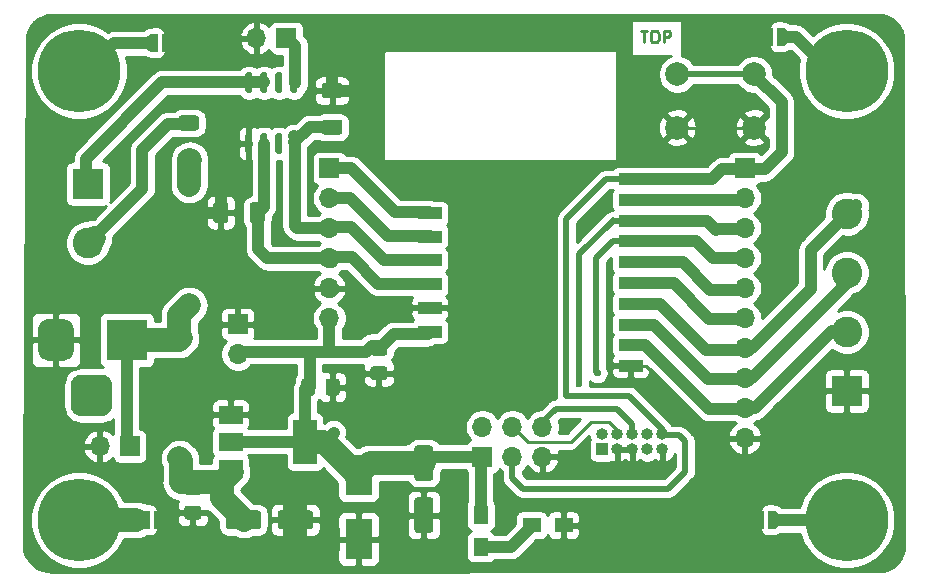
<source format=gtl>
G04 #@! TF.GenerationSoftware,KiCad,Pcbnew,5.1.10-88a1d61d58~88~ubuntu20.10.1*
G04 #@! TF.CreationDate,2021-05-21T17:46:03+03:00*
G04 #@! TF.ProjectId,Devboard,44657662-6f61-4726-942e-6b696361645f,rev?*
G04 #@! TF.SameCoordinates,Original*
G04 #@! TF.FileFunction,Copper,L1,Top*
G04 #@! TF.FilePolarity,Positive*
%FSLAX46Y46*%
G04 Gerber Fmt 4.6, Leading zero omitted, Abs format (unit mm)*
G04 Created by KiCad (PCBNEW 5.1.10-88a1d61d58~88~ubuntu20.10.1) date 2021-05-21 17:46:03*
%MOMM*%
%LPD*%
G01*
G04 APERTURE LIST*
G04 #@! TA.AperFunction,NonConductor*
%ADD10C,0.250000*%
G04 #@! TD*
G04 #@! TA.AperFunction,ComponentPad*
%ADD11C,2.600000*%
G04 #@! TD*
G04 #@! TA.AperFunction,ComponentPad*
%ADD12R,2.600000X2.600000*%
G04 #@! TD*
G04 #@! TA.AperFunction,SMDPad,CuDef*
%ADD13C,0.100000*%
G04 #@! TD*
G04 #@! TA.AperFunction,ComponentPad*
%ADD14O,1.700000X1.700000*%
G04 #@! TD*
G04 #@! TA.AperFunction,ComponentPad*
%ADD15R,1.700000X1.700000*%
G04 #@! TD*
G04 #@! TA.AperFunction,ComponentPad*
%ADD16O,1.600000X1.600000*%
G04 #@! TD*
G04 #@! TA.AperFunction,ComponentPad*
%ADD17C,1.600000*%
G04 #@! TD*
G04 #@! TA.AperFunction,SMDPad,CuDef*
%ADD18R,2.300000X3.500000*%
G04 #@! TD*
G04 #@! TA.AperFunction,ComponentPad*
%ADD19R,3.500000X3.500000*%
G04 #@! TD*
G04 #@! TA.AperFunction,SMDPad,CuDef*
%ADD20R,2.000000X1.500000*%
G04 #@! TD*
G04 #@! TA.AperFunction,SMDPad,CuDef*
%ADD21R,2.000000X3.800000*%
G04 #@! TD*
G04 #@! TA.AperFunction,ConnectorPad*
%ADD22C,7.000000*%
G04 #@! TD*
G04 #@! TA.AperFunction,ComponentPad*
%ADD23C,3.900000*%
G04 #@! TD*
G04 #@! TA.AperFunction,SMDPad,CuDef*
%ADD24R,1.500000X1.300000*%
G04 #@! TD*
G04 #@! TA.AperFunction,SMDPad,CuDef*
%ADD25R,1.300000X1.500000*%
G04 #@! TD*
G04 #@! TA.AperFunction,ComponentPad*
%ADD26C,2.000000*%
G04 #@! TD*
G04 #@! TA.AperFunction,ComponentPad*
%ADD27R,1.000000X1.000000*%
G04 #@! TD*
G04 #@! TA.AperFunction,ComponentPad*
%ADD28O,1.000000X1.000000*%
G04 #@! TD*
G04 #@! TA.AperFunction,SMDPad,CuDef*
%ADD29R,2.000000X1.000000*%
G04 #@! TD*
G04 #@! TA.AperFunction,ViaPad*
%ADD30C,0.600000*%
G04 #@! TD*
G04 #@! TA.AperFunction,Conductor*
%ADD31C,0.250000*%
G04 #@! TD*
G04 #@! TA.AperFunction,Conductor*
%ADD32C,2.000000*%
G04 #@! TD*
G04 #@! TA.AperFunction,Conductor*
%ADD33C,1.000000*%
G04 #@! TD*
G04 #@! TA.AperFunction,Conductor*
%ADD34C,0.500000*%
G04 #@! TD*
G04 #@! TA.AperFunction,Conductor*
%ADD35C,0.254000*%
G04 #@! TD*
G04 #@! TA.AperFunction,Conductor*
%ADD36C,0.100000*%
G04 #@! TD*
G04 APERTURE END LIST*
D10*
X171522236Y-90912700D02*
X172093664Y-90912700D01*
X171807950Y-91912700D02*
X171807950Y-90912700D01*
X172617474Y-90912700D02*
X172807950Y-90912700D01*
X172903188Y-90960320D01*
X172998426Y-91055558D01*
X173046045Y-91246034D01*
X173046045Y-91579367D01*
X172998426Y-91769843D01*
X172903188Y-91865081D01*
X172807950Y-91912700D01*
X172617474Y-91912700D01*
X172522236Y-91865081D01*
X172426998Y-91769843D01*
X172379379Y-91579367D01*
X172379379Y-91246034D01*
X172426998Y-91055558D01*
X172522236Y-90960320D01*
X172617474Y-90912700D01*
X173474617Y-91912700D02*
X173474617Y-90912700D01*
X173855569Y-90912700D01*
X173950807Y-90960320D01*
X173998426Y-91007939D01*
X174046045Y-91103177D01*
X174046045Y-91246034D01*
X173998426Y-91341272D01*
X173950807Y-91388891D01*
X173855569Y-91436510D01*
X173474617Y-91436510D01*
D11*
X188976000Y-106412000D03*
X188976000Y-111412000D03*
X188976000Y-116412000D03*
D12*
X188976000Y-121412000D03*
G04 #@! TA.AperFunction,SMDPad,CuDef*
D13*
G36*
X182768000Y-131584602D02*
G01*
X182792534Y-131584602D01*
X182841365Y-131589412D01*
X182889490Y-131598984D01*
X182936445Y-131613228D01*
X182981778Y-131632005D01*
X183025051Y-131655136D01*
X183065850Y-131682396D01*
X183103779Y-131713524D01*
X183138476Y-131748221D01*
X183169604Y-131786150D01*
X183196864Y-131826949D01*
X183219995Y-131870222D01*
X183238772Y-131915555D01*
X183253016Y-131962510D01*
X183262588Y-132010635D01*
X183267398Y-132059466D01*
X183267398Y-132084000D01*
X183268000Y-132084000D01*
X183268000Y-132584000D01*
X183267398Y-132584000D01*
X183267398Y-132608534D01*
X183262588Y-132657365D01*
X183253016Y-132705490D01*
X183238772Y-132752445D01*
X183219995Y-132797778D01*
X183196864Y-132841051D01*
X183169604Y-132881850D01*
X183138476Y-132919779D01*
X183103779Y-132954476D01*
X183065850Y-132985604D01*
X183025051Y-133012864D01*
X182981778Y-133035995D01*
X182936445Y-133054772D01*
X182889490Y-133069016D01*
X182841365Y-133078588D01*
X182792534Y-133083398D01*
X182768000Y-133083398D01*
X182768000Y-133084000D01*
X182268000Y-133084000D01*
X182268000Y-131584000D01*
X182768000Y-131584000D01*
X182768000Y-131584602D01*
G37*
G04 #@! TD.AperFunction*
G04 #@! TA.AperFunction,SMDPad,CuDef*
G36*
X181968000Y-133084000D02*
G01*
X181468000Y-133084000D01*
X181468000Y-133083398D01*
X181443466Y-133083398D01*
X181394635Y-133078588D01*
X181346510Y-133069016D01*
X181299555Y-133054772D01*
X181254222Y-133035995D01*
X181210949Y-133012864D01*
X181170150Y-132985604D01*
X181132221Y-132954476D01*
X181097524Y-132919779D01*
X181066396Y-132881850D01*
X181039136Y-132841051D01*
X181016005Y-132797778D01*
X180997228Y-132752445D01*
X180982984Y-132705490D01*
X180973412Y-132657365D01*
X180968602Y-132608534D01*
X180968602Y-132584000D01*
X180968000Y-132584000D01*
X180968000Y-132084000D01*
X180968602Y-132084000D01*
X180968602Y-132059466D01*
X180973412Y-132010635D01*
X180982984Y-131962510D01*
X180997228Y-131915555D01*
X181016005Y-131870222D01*
X181039136Y-131826949D01*
X181066396Y-131786150D01*
X181097524Y-131748221D01*
X181132221Y-131713524D01*
X181170150Y-131682396D01*
X181210949Y-131655136D01*
X181254222Y-131632005D01*
X181299555Y-131613228D01*
X181346510Y-131598984D01*
X181394635Y-131589412D01*
X181443466Y-131584602D01*
X181468000Y-131584602D01*
X181468000Y-131584000D01*
X181968000Y-131584000D01*
X181968000Y-133084000D01*
G37*
G04 #@! TD.AperFunction*
G04 #@! TA.AperFunction,SMDPad,CuDef*
G36*
X129510000Y-133083398D02*
G01*
X129485466Y-133083398D01*
X129436635Y-133078588D01*
X129388510Y-133069016D01*
X129341555Y-133054772D01*
X129296222Y-133035995D01*
X129252949Y-133012864D01*
X129212150Y-132985604D01*
X129174221Y-132954476D01*
X129139524Y-132919779D01*
X129108396Y-132881850D01*
X129081136Y-132841051D01*
X129058005Y-132797778D01*
X129039228Y-132752445D01*
X129024984Y-132705490D01*
X129015412Y-132657365D01*
X129010602Y-132608534D01*
X129010602Y-132584000D01*
X129010000Y-132584000D01*
X129010000Y-132084000D01*
X129010602Y-132084000D01*
X129010602Y-132059466D01*
X129015412Y-132010635D01*
X129024984Y-131962510D01*
X129039228Y-131915555D01*
X129058005Y-131870222D01*
X129081136Y-131826949D01*
X129108396Y-131786150D01*
X129139524Y-131748221D01*
X129174221Y-131713524D01*
X129212150Y-131682396D01*
X129252949Y-131655136D01*
X129296222Y-131632005D01*
X129341555Y-131613228D01*
X129388510Y-131598984D01*
X129436635Y-131589412D01*
X129485466Y-131584602D01*
X129510000Y-131584602D01*
X129510000Y-131584000D01*
X130010000Y-131584000D01*
X130010000Y-133084000D01*
X129510000Y-133084000D01*
X129510000Y-133083398D01*
G37*
G04 #@! TD.AperFunction*
G04 #@! TA.AperFunction,SMDPad,CuDef*
G36*
X130310000Y-131584000D02*
G01*
X130810000Y-131584000D01*
X130810000Y-131584602D01*
X130834534Y-131584602D01*
X130883365Y-131589412D01*
X130931490Y-131598984D01*
X130978445Y-131613228D01*
X131023778Y-131632005D01*
X131067051Y-131655136D01*
X131107850Y-131682396D01*
X131145779Y-131713524D01*
X131180476Y-131748221D01*
X131211604Y-131786150D01*
X131238864Y-131826949D01*
X131261995Y-131870222D01*
X131280772Y-131915555D01*
X131295016Y-131962510D01*
X131304588Y-132010635D01*
X131309398Y-132059466D01*
X131309398Y-132084000D01*
X131310000Y-132084000D01*
X131310000Y-132584000D01*
X131309398Y-132584000D01*
X131309398Y-132608534D01*
X131304588Y-132657365D01*
X131295016Y-132705490D01*
X131280772Y-132752445D01*
X131261995Y-132797778D01*
X131238864Y-132841051D01*
X131211604Y-132881850D01*
X131180476Y-132919779D01*
X131145779Y-132954476D01*
X131107850Y-132985604D01*
X131067051Y-133012864D01*
X131023778Y-133035995D01*
X130978445Y-133054772D01*
X130931490Y-133069016D01*
X130883365Y-133078588D01*
X130834534Y-133083398D01*
X130810000Y-133083398D01*
X130810000Y-133084000D01*
X130310000Y-133084000D01*
X130310000Y-131584000D01*
G37*
G04 #@! TD.AperFunction*
G04 #@! TA.AperFunction,SMDPad,CuDef*
G36*
X183530000Y-90690602D02*
G01*
X183554534Y-90690602D01*
X183603365Y-90695412D01*
X183651490Y-90704984D01*
X183698445Y-90719228D01*
X183743778Y-90738005D01*
X183787051Y-90761136D01*
X183827850Y-90788396D01*
X183865779Y-90819524D01*
X183900476Y-90854221D01*
X183931604Y-90892150D01*
X183958864Y-90932949D01*
X183981995Y-90976222D01*
X184000772Y-91021555D01*
X184015016Y-91068510D01*
X184024588Y-91116635D01*
X184029398Y-91165466D01*
X184029398Y-91190000D01*
X184030000Y-91190000D01*
X184030000Y-91690000D01*
X184029398Y-91690000D01*
X184029398Y-91714534D01*
X184024588Y-91763365D01*
X184015016Y-91811490D01*
X184000772Y-91858445D01*
X183981995Y-91903778D01*
X183958864Y-91947051D01*
X183931604Y-91987850D01*
X183900476Y-92025779D01*
X183865779Y-92060476D01*
X183827850Y-92091604D01*
X183787051Y-92118864D01*
X183743778Y-92141995D01*
X183698445Y-92160772D01*
X183651490Y-92175016D01*
X183603365Y-92184588D01*
X183554534Y-92189398D01*
X183530000Y-92189398D01*
X183530000Y-92190000D01*
X183030000Y-92190000D01*
X183030000Y-90690000D01*
X183530000Y-90690000D01*
X183530000Y-90690602D01*
G37*
G04 #@! TD.AperFunction*
G04 #@! TA.AperFunction,SMDPad,CuDef*
G36*
X182730000Y-92190000D02*
G01*
X182230000Y-92190000D01*
X182230000Y-92189398D01*
X182205466Y-92189398D01*
X182156635Y-92184588D01*
X182108510Y-92175016D01*
X182061555Y-92160772D01*
X182016222Y-92141995D01*
X181972949Y-92118864D01*
X181932150Y-92091604D01*
X181894221Y-92060476D01*
X181859524Y-92025779D01*
X181828396Y-91987850D01*
X181801136Y-91947051D01*
X181778005Y-91903778D01*
X181759228Y-91858445D01*
X181744984Y-91811490D01*
X181735412Y-91763365D01*
X181730602Y-91714534D01*
X181730602Y-91690000D01*
X181730000Y-91690000D01*
X181730000Y-91190000D01*
X181730602Y-91190000D01*
X181730602Y-91165466D01*
X181735412Y-91116635D01*
X181744984Y-91068510D01*
X181759228Y-91021555D01*
X181778005Y-90976222D01*
X181801136Y-90932949D01*
X181828396Y-90892150D01*
X181859524Y-90854221D01*
X181894221Y-90819524D01*
X181932150Y-90788396D01*
X181972949Y-90761136D01*
X182016222Y-90738005D01*
X182061555Y-90719228D01*
X182108510Y-90704984D01*
X182156635Y-90695412D01*
X182205466Y-90690602D01*
X182230000Y-90690602D01*
X182230000Y-90690000D01*
X182730000Y-90690000D01*
X182730000Y-92190000D01*
G37*
G04 #@! TD.AperFunction*
G04 #@! TA.AperFunction,SMDPad,CuDef*
G36*
X130160000Y-92697398D02*
G01*
X130135466Y-92697398D01*
X130086635Y-92692588D01*
X130038510Y-92683016D01*
X129991555Y-92668772D01*
X129946222Y-92649995D01*
X129902949Y-92626864D01*
X129862150Y-92599604D01*
X129824221Y-92568476D01*
X129789524Y-92533779D01*
X129758396Y-92495850D01*
X129731136Y-92455051D01*
X129708005Y-92411778D01*
X129689228Y-92366445D01*
X129674984Y-92319490D01*
X129665412Y-92271365D01*
X129660602Y-92222534D01*
X129660602Y-92198000D01*
X129660000Y-92198000D01*
X129660000Y-91698000D01*
X129660602Y-91698000D01*
X129660602Y-91673466D01*
X129665412Y-91624635D01*
X129674984Y-91576510D01*
X129689228Y-91529555D01*
X129708005Y-91484222D01*
X129731136Y-91440949D01*
X129758396Y-91400150D01*
X129789524Y-91362221D01*
X129824221Y-91327524D01*
X129862150Y-91296396D01*
X129902949Y-91269136D01*
X129946222Y-91246005D01*
X129991555Y-91227228D01*
X130038510Y-91212984D01*
X130086635Y-91203412D01*
X130135466Y-91198602D01*
X130160000Y-91198602D01*
X130160000Y-91198000D01*
X130660000Y-91198000D01*
X130660000Y-92698000D01*
X130160000Y-92698000D01*
X130160000Y-92697398D01*
G37*
G04 #@! TD.AperFunction*
G04 #@! TA.AperFunction,SMDPad,CuDef*
G36*
X130960000Y-91198000D02*
G01*
X131460000Y-91198000D01*
X131460000Y-91198602D01*
X131484534Y-91198602D01*
X131533365Y-91203412D01*
X131581490Y-91212984D01*
X131628445Y-91227228D01*
X131673778Y-91246005D01*
X131717051Y-91269136D01*
X131757850Y-91296396D01*
X131795779Y-91327524D01*
X131830476Y-91362221D01*
X131861604Y-91400150D01*
X131888864Y-91440949D01*
X131911995Y-91484222D01*
X131930772Y-91529555D01*
X131945016Y-91576510D01*
X131954588Y-91624635D01*
X131959398Y-91673466D01*
X131959398Y-91698000D01*
X131960000Y-91698000D01*
X131960000Y-92198000D01*
X131959398Y-92198000D01*
X131959398Y-92222534D01*
X131954588Y-92271365D01*
X131945016Y-92319490D01*
X131930772Y-92366445D01*
X131911995Y-92411778D01*
X131888864Y-92455051D01*
X131861604Y-92495850D01*
X131830476Y-92533779D01*
X131795779Y-92568476D01*
X131757850Y-92599604D01*
X131717051Y-92626864D01*
X131673778Y-92649995D01*
X131628445Y-92668772D01*
X131581490Y-92683016D01*
X131533365Y-92692588D01*
X131484534Y-92697398D01*
X131460000Y-92697398D01*
X131460000Y-92698000D01*
X130960000Y-92698000D01*
X130960000Y-91198000D01*
G37*
G04 #@! TD.AperFunction*
D14*
X138988800Y-91541600D03*
D15*
X141528800Y-91541600D03*
G04 #@! TA.AperFunction,SMDPad,CuDef*
G36*
G01*
X132623400Y-101179200D02*
X133873400Y-101179200D01*
G75*
G02*
X134123400Y-101429200I0J-250000D01*
G01*
X134123400Y-102229200D01*
G75*
G02*
X133873400Y-102479200I-250000J0D01*
G01*
X132623400Y-102479200D01*
G75*
G02*
X132373400Y-102229200I0J250000D01*
G01*
X132373400Y-101429200D01*
G75*
G02*
X132623400Y-101179200I250000J0D01*
G01*
G37*
G04 #@! TD.AperFunction*
G04 #@! TA.AperFunction,SMDPad,CuDef*
G36*
G01*
X132623400Y-98079200D02*
X133873400Y-98079200D01*
G75*
G02*
X134123400Y-98329200I0J-250000D01*
G01*
X134123400Y-99129200D01*
G75*
G02*
X133873400Y-99379200I-250000J0D01*
G01*
X132623400Y-99379200D01*
G75*
G02*
X132373400Y-99129200I0J250000D01*
G01*
X132373400Y-98329200D01*
G75*
G02*
X132623400Y-98079200I250000J0D01*
G01*
G37*
G04 #@! TD.AperFunction*
D14*
X125730000Y-126111000D03*
D15*
X128270000Y-126111000D03*
G04 #@! TA.AperFunction,SMDPad,CuDef*
G36*
G01*
X138503800Y-96191600D02*
X138203800Y-96191600D01*
G75*
G02*
X138053800Y-96041600I0J150000D01*
G01*
X138053800Y-94591600D01*
G75*
G02*
X138203800Y-94441600I150000J0D01*
G01*
X138503800Y-94441600D01*
G75*
G02*
X138653800Y-94591600I0J-150000D01*
G01*
X138653800Y-96041600D01*
G75*
G02*
X138503800Y-96191600I-150000J0D01*
G01*
G37*
G04 #@! TD.AperFunction*
G04 #@! TA.AperFunction,SMDPad,CuDef*
G36*
G01*
X139773800Y-96191600D02*
X139473800Y-96191600D01*
G75*
G02*
X139323800Y-96041600I0J150000D01*
G01*
X139323800Y-94591600D01*
G75*
G02*
X139473800Y-94441600I150000J0D01*
G01*
X139773800Y-94441600D01*
G75*
G02*
X139923800Y-94591600I0J-150000D01*
G01*
X139923800Y-96041600D01*
G75*
G02*
X139773800Y-96191600I-150000J0D01*
G01*
G37*
G04 #@! TD.AperFunction*
G04 #@! TA.AperFunction,SMDPad,CuDef*
G36*
G01*
X141043800Y-96191600D02*
X140743800Y-96191600D01*
G75*
G02*
X140593800Y-96041600I0J150000D01*
G01*
X140593800Y-94591600D01*
G75*
G02*
X140743800Y-94441600I150000J0D01*
G01*
X141043800Y-94441600D01*
G75*
G02*
X141193800Y-94591600I0J-150000D01*
G01*
X141193800Y-96041600D01*
G75*
G02*
X141043800Y-96191600I-150000J0D01*
G01*
G37*
G04 #@! TD.AperFunction*
G04 #@! TA.AperFunction,SMDPad,CuDef*
G36*
G01*
X142313800Y-96191600D02*
X142013800Y-96191600D01*
G75*
G02*
X141863800Y-96041600I0J150000D01*
G01*
X141863800Y-94591600D01*
G75*
G02*
X142013800Y-94441600I150000J0D01*
G01*
X142313800Y-94441600D01*
G75*
G02*
X142463800Y-94591600I0J-150000D01*
G01*
X142463800Y-96041600D01*
G75*
G02*
X142313800Y-96191600I-150000J0D01*
G01*
G37*
G04 #@! TD.AperFunction*
G04 #@! TA.AperFunction,SMDPad,CuDef*
G36*
G01*
X142313800Y-101341600D02*
X142013800Y-101341600D01*
G75*
G02*
X141863800Y-101191600I0J150000D01*
G01*
X141863800Y-99741600D01*
G75*
G02*
X142013800Y-99591600I150000J0D01*
G01*
X142313800Y-99591600D01*
G75*
G02*
X142463800Y-99741600I0J-150000D01*
G01*
X142463800Y-101191600D01*
G75*
G02*
X142313800Y-101341600I-150000J0D01*
G01*
G37*
G04 #@! TD.AperFunction*
G04 #@! TA.AperFunction,SMDPad,CuDef*
G36*
G01*
X141043800Y-101341600D02*
X140743800Y-101341600D01*
G75*
G02*
X140593800Y-101191600I0J150000D01*
G01*
X140593800Y-99741600D01*
G75*
G02*
X140743800Y-99591600I150000J0D01*
G01*
X141043800Y-99591600D01*
G75*
G02*
X141193800Y-99741600I0J-150000D01*
G01*
X141193800Y-101191600D01*
G75*
G02*
X141043800Y-101341600I-150000J0D01*
G01*
G37*
G04 #@! TD.AperFunction*
G04 #@! TA.AperFunction,SMDPad,CuDef*
G36*
G01*
X139773800Y-101341600D02*
X139473800Y-101341600D01*
G75*
G02*
X139323800Y-101191600I0J150000D01*
G01*
X139323800Y-99741600D01*
G75*
G02*
X139473800Y-99591600I150000J0D01*
G01*
X139773800Y-99591600D01*
G75*
G02*
X139923800Y-99741600I0J-150000D01*
G01*
X139923800Y-101191600D01*
G75*
G02*
X139773800Y-101341600I-150000J0D01*
G01*
G37*
G04 #@! TD.AperFunction*
G04 #@! TA.AperFunction,SMDPad,CuDef*
G36*
G01*
X138503800Y-101341600D02*
X138203800Y-101341600D01*
G75*
G02*
X138053800Y-101191600I0J150000D01*
G01*
X138053800Y-99741600D01*
G75*
G02*
X138203800Y-99591600I150000J0D01*
G01*
X138503800Y-99591600D01*
G75*
G02*
X138653800Y-99741600I0J-150000D01*
G01*
X138653800Y-101191600D01*
G75*
G02*
X138503800Y-101341600I-150000J0D01*
G01*
G37*
G04 #@! TD.AperFunction*
G04 #@! TA.AperFunction,SMDPad,CuDef*
G36*
G01*
X146014600Y-96636000D02*
X144764600Y-96636000D01*
G75*
G02*
X144514600Y-96386000I0J250000D01*
G01*
X144514600Y-95586000D01*
G75*
G02*
X144764600Y-95336000I250000J0D01*
G01*
X146014600Y-95336000D01*
G75*
G02*
X146264600Y-95586000I0J-250000D01*
G01*
X146264600Y-96386000D01*
G75*
G02*
X146014600Y-96636000I-250000J0D01*
G01*
G37*
G04 #@! TD.AperFunction*
G04 #@! TA.AperFunction,SMDPad,CuDef*
G36*
G01*
X146014600Y-99736000D02*
X144764600Y-99736000D01*
G75*
G02*
X144514600Y-99486000I0J250000D01*
G01*
X144514600Y-98686000D01*
G75*
G02*
X144764600Y-98436000I250000J0D01*
G01*
X146014600Y-98436000D01*
G75*
G02*
X146264600Y-98686000I0J-250000D01*
G01*
X146264600Y-99486000D01*
G75*
G02*
X146014600Y-99736000I-250000J0D01*
G01*
G37*
G04 #@! TD.AperFunction*
G04 #@! TA.AperFunction,SMDPad,CuDef*
G36*
G01*
X138415600Y-106949400D02*
X138415600Y-105699400D01*
G75*
G02*
X138665600Y-105449400I250000J0D01*
G01*
X139465600Y-105449400D01*
G75*
G02*
X139715600Y-105699400I0J-250000D01*
G01*
X139715600Y-106949400D01*
G75*
G02*
X139465600Y-107199400I-250000J0D01*
G01*
X138665600Y-107199400D01*
G75*
G02*
X138415600Y-106949400I0J250000D01*
G01*
G37*
G04 #@! TD.AperFunction*
G04 #@! TA.AperFunction,SMDPad,CuDef*
G36*
G01*
X135315600Y-106949400D02*
X135315600Y-105699400D01*
G75*
G02*
X135565600Y-105449400I250000J0D01*
G01*
X136365600Y-105449400D01*
G75*
G02*
X136615600Y-105699400I0J-250000D01*
G01*
X136615600Y-106949400D01*
G75*
G02*
X136365600Y-107199400I-250000J0D01*
G01*
X135565600Y-107199400D01*
G75*
G02*
X135315600Y-106949400I0J250000D01*
G01*
G37*
G04 #@! TD.AperFunction*
D16*
X133299200Y-114147600D03*
D17*
X133299200Y-103987600D03*
D18*
X147637500Y-133954500D03*
X147637500Y-128554500D03*
D16*
X132461000Y-116967000D03*
D17*
X132461000Y-127127000D03*
G04 #@! TA.AperFunction,SMDPad,CuDef*
G36*
G01*
X140781000Y-132884000D02*
X140781000Y-131784000D01*
G75*
G02*
X141031000Y-131534000I250000J0D01*
G01*
X143531000Y-131534000D01*
G75*
G02*
X143781000Y-131784000I0J-250000D01*
G01*
X143781000Y-132884000D01*
G75*
G02*
X143531000Y-133134000I-250000J0D01*
G01*
X141031000Y-133134000D01*
G75*
G02*
X140781000Y-132884000I0J250000D01*
G01*
G37*
G04 #@! TD.AperFunction*
G04 #@! TA.AperFunction,SMDPad,CuDef*
G36*
G01*
X136381000Y-132884000D02*
X136381000Y-131784000D01*
G75*
G02*
X136631000Y-131534000I250000J0D01*
G01*
X139131000Y-131534000D01*
G75*
G02*
X139381000Y-131784000I0J-250000D01*
G01*
X139381000Y-132884000D01*
G75*
G02*
X139131000Y-133134000I-250000J0D01*
G01*
X136631000Y-133134000D01*
G75*
G02*
X136381000Y-132884000I0J250000D01*
G01*
G37*
G04 #@! TD.AperFunction*
G04 #@! TA.AperFunction,ComponentPad*
G36*
G01*
X123266000Y-122669000D02*
X123266000Y-120919000D01*
G75*
G02*
X124141000Y-120044000I875000J0D01*
G01*
X125891000Y-120044000D01*
G75*
G02*
X126766000Y-120919000I0J-875000D01*
G01*
X126766000Y-122669000D01*
G75*
G02*
X125891000Y-123544000I-875000J0D01*
G01*
X124141000Y-123544000D01*
G75*
G02*
X123266000Y-122669000I0J875000D01*
G01*
G37*
G04 #@! TD.AperFunction*
G04 #@! TA.AperFunction,ComponentPad*
G36*
G01*
X120516000Y-118094000D02*
X120516000Y-116094000D01*
G75*
G02*
X121266000Y-115344000I750000J0D01*
G01*
X122766000Y-115344000D01*
G75*
G02*
X123516000Y-116094000I0J-750000D01*
G01*
X123516000Y-118094000D01*
G75*
G02*
X122766000Y-118844000I-750000J0D01*
G01*
X121266000Y-118844000D01*
G75*
G02*
X120516000Y-118094000I0J750000D01*
G01*
G37*
G04 #@! TD.AperFunction*
D19*
X128016000Y-117094000D03*
D11*
X124714000Y-108886000D03*
D12*
X124714000Y-103886000D03*
D20*
X136804000Y-123430000D03*
X136804000Y-128030000D03*
X136804000Y-125730000D03*
D21*
X143104000Y-125730000D03*
G04 #@! TA.AperFunction,SMDPad,CuDef*
G36*
G01*
X144849000Y-121569500D02*
X144849000Y-120619500D01*
G75*
G02*
X145099000Y-120369500I250000J0D01*
G01*
X145774000Y-120369500D01*
G75*
G02*
X146024000Y-120619500I0J-250000D01*
G01*
X146024000Y-121569500D01*
G75*
G02*
X145774000Y-121819500I-250000J0D01*
G01*
X145099000Y-121819500D01*
G75*
G02*
X144849000Y-121569500I0J250000D01*
G01*
G37*
G04 #@! TD.AperFunction*
G04 #@! TA.AperFunction,SMDPad,CuDef*
G36*
G01*
X142774000Y-121569500D02*
X142774000Y-120619500D01*
G75*
G02*
X143024000Y-120369500I250000J0D01*
G01*
X143699000Y-120369500D01*
G75*
G02*
X143949000Y-120619500I0J-250000D01*
G01*
X143949000Y-121569500D01*
G75*
G02*
X143699000Y-121819500I-250000J0D01*
G01*
X143024000Y-121819500D01*
G75*
G02*
X142774000Y-121569500I0J250000D01*
G01*
G37*
G04 #@! TD.AperFunction*
G04 #@! TA.AperFunction,SMDPad,CuDef*
G36*
G01*
X133129000Y-131133000D02*
X134079000Y-131133000D01*
G75*
G02*
X134329000Y-131383000I0J-250000D01*
G01*
X134329000Y-132058000D01*
G75*
G02*
X134079000Y-132308000I-250000J0D01*
G01*
X133129000Y-132308000D01*
G75*
G02*
X132879000Y-132058000I0J250000D01*
G01*
X132879000Y-131383000D01*
G75*
G02*
X133129000Y-131133000I250000J0D01*
G01*
G37*
G04 #@! TD.AperFunction*
G04 #@! TA.AperFunction,SMDPad,CuDef*
G36*
G01*
X133129000Y-129058000D02*
X134079000Y-129058000D01*
G75*
G02*
X134329000Y-129308000I0J-250000D01*
G01*
X134329000Y-129983000D01*
G75*
G02*
X134079000Y-130233000I-250000J0D01*
G01*
X133129000Y-130233000D01*
G75*
G02*
X132879000Y-129983000I0J250000D01*
G01*
X132879000Y-129308000D01*
G75*
G02*
X133129000Y-129058000I250000J0D01*
G01*
G37*
G04 #@! TD.AperFunction*
D22*
X188952000Y-132334000D03*
D23*
X188952000Y-132334000D03*
D22*
X123952000Y-132334000D03*
D23*
X123952000Y-132334000D03*
D22*
X188952000Y-94334000D03*
D23*
X188952000Y-94334000D03*
D22*
X123952000Y-94334000D03*
D23*
X123952000Y-94334000D03*
G04 #@! TA.AperFunction,SMDPad,CuDef*
G36*
G01*
X148877000Y-119322000D02*
X149827000Y-119322000D01*
G75*
G02*
X150077000Y-119572000I0J-250000D01*
G01*
X150077000Y-120247000D01*
G75*
G02*
X149827000Y-120497000I-250000J0D01*
G01*
X148877000Y-120497000D01*
G75*
G02*
X148627000Y-120247000I0J250000D01*
G01*
X148627000Y-119572000D01*
G75*
G02*
X148877000Y-119322000I250000J0D01*
G01*
G37*
G04 #@! TD.AperFunction*
G04 #@! TA.AperFunction,SMDPad,CuDef*
G36*
G01*
X148877000Y-117247000D02*
X149827000Y-117247000D01*
G75*
G02*
X150077000Y-117497000I0J-250000D01*
G01*
X150077000Y-118172000D01*
G75*
G02*
X149827000Y-118422000I-250000J0D01*
G01*
X148877000Y-118422000D01*
G75*
G02*
X148627000Y-118172000I0J250000D01*
G01*
X148627000Y-117497000D01*
G75*
G02*
X148877000Y-117247000I250000J0D01*
G01*
G37*
G04 #@! TD.AperFunction*
G04 #@! TA.AperFunction,SMDPad,CuDef*
G36*
G01*
X152612000Y-130430500D02*
X153712000Y-130430500D01*
G75*
G02*
X153962000Y-130680500I0J-250000D01*
G01*
X153962000Y-133180500D01*
G75*
G02*
X153712000Y-133430500I-250000J0D01*
G01*
X152612000Y-133430500D01*
G75*
G02*
X152362000Y-133180500I0J250000D01*
G01*
X152362000Y-130680500D01*
G75*
G02*
X152612000Y-130430500I250000J0D01*
G01*
G37*
G04 #@! TD.AperFunction*
G04 #@! TA.AperFunction,SMDPad,CuDef*
G36*
G01*
X152612000Y-126030500D02*
X153712000Y-126030500D01*
G75*
G02*
X153962000Y-126280500I0J-250000D01*
G01*
X153962000Y-128780500D01*
G75*
G02*
X153712000Y-129030500I-250000J0D01*
G01*
X152612000Y-129030500D01*
G75*
G02*
X152362000Y-128780500I0J250000D01*
G01*
X152362000Y-126280500D01*
G75*
G02*
X152612000Y-126030500I250000J0D01*
G01*
G37*
G04 #@! TD.AperFunction*
D24*
X164989500Y-132778500D03*
X162289500Y-132778500D03*
D15*
X137414000Y-115760500D03*
D14*
X137414000Y-118300500D03*
D15*
X145149500Y-102552500D03*
D14*
X145149500Y-105092500D03*
X145149500Y-107632500D03*
X145149500Y-110172500D03*
X145149500Y-112712500D03*
X145149500Y-115252500D03*
D15*
X180340000Y-102552500D03*
D14*
X180340000Y-105092500D03*
X180340000Y-107632500D03*
X180340000Y-110172500D03*
X180340000Y-112712500D03*
X180340000Y-115252500D03*
X180340000Y-117792500D03*
X180340000Y-120332500D03*
X180340000Y-122872500D03*
X180340000Y-125412500D03*
D25*
X157988000Y-134636500D03*
X157988000Y-131936500D03*
D26*
X174625000Y-99115000D03*
X174625000Y-94615000D03*
X181125000Y-99115000D03*
X181125000Y-94615000D03*
D27*
X168275000Y-126365000D03*
D28*
X168275000Y-125095000D03*
X169545000Y-126365000D03*
X169545000Y-125095000D03*
X170815000Y-126365000D03*
X170815000Y-125095000D03*
X172085000Y-126365000D03*
X172085000Y-125095000D03*
X173355000Y-126365000D03*
X173355000Y-125095000D03*
D15*
X158115000Y-127000000D03*
D14*
X158115000Y-124460000D03*
X160655000Y-127000000D03*
X160655000Y-124460000D03*
X163195000Y-127000000D03*
X163195000Y-124460000D03*
D29*
X153670000Y-106391000D03*
X153670000Y-108341000D03*
X153670000Y-110341000D03*
X153670000Y-112395000D03*
X153670000Y-114391000D03*
X153670000Y-116391000D03*
X170670000Y-119291000D03*
X170670000Y-117541000D03*
X170670000Y-115791000D03*
X170670000Y-114041000D03*
X170670000Y-112291000D03*
X170670000Y-110491000D03*
X170670000Y-108741000D03*
X170670000Y-106991000D03*
X170670000Y-105241000D03*
X170670000Y-103491000D03*
D30*
X151638000Y-114401600D03*
X149352000Y-121158000D03*
X155549600Y-114350800D03*
X177292000Y-99060000D03*
X178562000Y-99060000D03*
X133604000Y-133096000D03*
X142240000Y-130556000D03*
X181996080Y-125409960D03*
X135077200Y-123469400D03*
X138760200Y-123444000D03*
X136779000Y-121894600D03*
X168363900Y-105740200D03*
X170662600Y-120599200D03*
X169545000Y-127635000D03*
X170815000Y-127584200D03*
X173355000Y-127533400D03*
X166674800Y-107518200D03*
X146748500Y-112776000D03*
X137414000Y-113982500D03*
X138938000Y-115760500D03*
X142240000Y-134239000D03*
X149542500Y-133985000D03*
X145669000Y-133921500D03*
X144526000Y-132334000D03*
X154813000Y-131953000D03*
X151511000Y-131953000D03*
X125730000Y-127812800D03*
X166687500Y-132778500D03*
X164973000Y-131254500D03*
X146812000Y-121158000D03*
X165417500Y-124269500D03*
X143319500Y-112776000D03*
X124002800Y-126136400D03*
X138988800Y-89916000D03*
X137160000Y-91541600D03*
X138328400Y-98856800D03*
X138379200Y-101955600D03*
X140462000Y-97840800D03*
X142087600Y-97840800D03*
X140919200Y-103784400D03*
X140919200Y-106578400D03*
X135966200Y-104952800D03*
X145389600Y-94386400D03*
X138988800Y-97840800D03*
X147116800Y-96012000D03*
X135966200Y-107670600D03*
X134543800Y-106324400D03*
X131302760Y-130865880D03*
X180700680Y-91440000D03*
X132755640Y-91978480D03*
X180086000Y-132339080D03*
X188976000Y-123952000D03*
X186690000Y-121412000D03*
X191262000Y-121412000D03*
X186014360Y-99420680D03*
X185567320Y-101615240D03*
X171450000Y-134620000D03*
X175006000Y-134620000D03*
X178562000Y-134620000D03*
X149098000Y-114554000D03*
X147320000Y-115824000D03*
X145516600Y-124947680D03*
X167868600Y-119913400D03*
X166776398Y-122961400D03*
X166319200Y-120802400D03*
D31*
X148590000Y-114320000D02*
X149540300Y-114320000D01*
X164370300Y-127000000D02*
X164560600Y-127190300D01*
X163195000Y-127000000D02*
X164370300Y-127000000D01*
X169545000Y-126365000D02*
X169545000Y-127190300D01*
X170815000Y-126365000D02*
X169545000Y-126365000D01*
X181125000Y-99115000D02*
X174625000Y-99115000D01*
X149611300Y-114391000D02*
X153670000Y-114391000D01*
X149540300Y-114320000D02*
X149611300Y-114391000D01*
X170007400Y-119291000D02*
X169344700Y-119291000D01*
X171814600Y-101925400D02*
X170271400Y-101925400D01*
X174625000Y-99115000D02*
X171814600Y-101925400D01*
X170670000Y-119291000D02*
X170007400Y-119291000D01*
X171995300Y-119291000D02*
X174447200Y-121742900D01*
X170670000Y-119291000D02*
X171995300Y-119291000D01*
D32*
X142240000Y-130556000D02*
X142240000Y-134239000D01*
D33*
X145529300Y-112776000D02*
X145288000Y-113017300D01*
X145389600Y-95986000D02*
X145389600Y-94386400D01*
X147090800Y-95986000D02*
X147116800Y-96012000D01*
X145389600Y-95986000D02*
X147090800Y-95986000D01*
X134594600Y-106375200D02*
X134543800Y-106324400D01*
X135966200Y-106375200D02*
X134594600Y-106375200D01*
X135966200Y-104952800D02*
X135966200Y-106375200D01*
X180106320Y-132359400D02*
X180086000Y-132339080D01*
X181372000Y-132359400D02*
X180106320Y-132359400D01*
X131302760Y-130865880D02*
X131302760Y-132298440D01*
X192374520Y-125745240D02*
X189809120Y-125745240D01*
X189809120Y-125745240D02*
X189783720Y-125770640D01*
X189783720Y-125770640D02*
X187091320Y-125770640D01*
X180700680Y-91440000D02*
X181864000Y-91440000D01*
D31*
X155702000Y-114391000D02*
X153670000Y-114391000D01*
X155702000Y-112276300D02*
X155702000Y-114391000D01*
X153670000Y-116391000D02*
X152344700Y-116391000D01*
X158115000Y-127000000D02*
X156939700Y-127000000D01*
D34*
X151765000Y-127000000D02*
X158242000Y-127000000D01*
D33*
X136804000Y-125730000D02*
X143129000Y-125730000D01*
X143129000Y-125730000D02*
X143192500Y-125666500D01*
X143192500Y-125666500D02*
X143192500Y-125603000D01*
X143104000Y-125730000D02*
X143104000Y-121246500D01*
X143104000Y-121246500D02*
X143256000Y-121094500D01*
X143510000Y-118110000D02*
X143510000Y-121094500D01*
X143510000Y-121094500D02*
X143383000Y-121221500D01*
X143510000Y-118110000D02*
X145440400Y-118110000D01*
X144734280Y-125730000D02*
X145516600Y-124947680D01*
X143104000Y-125730000D02*
X144734280Y-125730000D01*
X151765000Y-127000000D02*
X158175960Y-127000000D01*
X158175960Y-127000000D02*
X158181040Y-126994920D01*
D32*
X143104000Y-125730000D02*
X144716500Y-125730000D01*
X144716500Y-125730000D02*
X147637500Y-128651000D01*
X153162000Y-127530500D02*
X148567500Y-127530500D01*
X148567500Y-127530500D02*
X147447000Y-128651000D01*
D33*
X157988000Y-131889500D02*
X157988000Y-127063500D01*
X157988000Y-127063500D02*
X158115000Y-126936500D01*
X158051500Y-131953000D02*
X157988000Y-131889500D01*
X137604500Y-118110000D02*
X143510000Y-118110000D01*
X137414000Y-118300500D02*
X137604500Y-118110000D01*
X145275300Y-118110000D02*
X145149500Y-117984200D01*
X148247100Y-118110000D02*
X145275300Y-118110000D01*
X149606000Y-117602000D02*
X148755100Y-117602000D01*
X150600500Y-116607500D02*
X149606000Y-117602000D01*
X153496100Y-116607500D02*
X150600500Y-116607500D01*
X145149500Y-117984200D02*
X145149500Y-115252500D01*
X148755100Y-117602000D02*
X148247100Y-118110000D01*
X153565860Y-116537740D02*
X153496100Y-116607500D01*
X147002500Y-102552500D02*
X145161000Y-102552500D01*
X150749000Y-106299000D02*
X147002500Y-102552500D01*
X153593800Y-106299000D02*
X150749000Y-106299000D01*
X153670000Y-106375200D02*
X153593800Y-106299000D01*
X153670000Y-106391000D02*
X153670000Y-106375200D01*
X146907250Y-105092500D02*
X145161000Y-105092500D01*
X150145750Y-108331000D02*
X146907250Y-105092500D01*
X153660000Y-108331000D02*
X150145750Y-108331000D01*
X153670000Y-108341000D02*
X153660000Y-108331000D01*
D34*
X152552400Y-110337600D02*
X153822400Y-110337600D01*
D33*
X145149500Y-107632500D02*
X142430500Y-107632500D01*
X147002500Y-107569000D02*
X145097500Y-107569000D01*
X149774500Y-110341000D02*
X147002500Y-107569000D01*
X153670000Y-110341000D02*
X149774500Y-110341000D01*
X142240000Y-107442000D02*
X142430500Y-107632500D01*
X142240000Y-99974400D02*
X142240000Y-107442000D01*
X142138400Y-99872800D02*
X142240000Y-99974400D01*
X145389600Y-99086000D02*
X143484000Y-99086000D01*
X143484000Y-99086000D02*
X142189200Y-100380800D01*
X145373500Y-110341000D02*
X145199100Y-110515400D01*
X145415000Y-110490000D02*
X145415000Y-110426500D01*
X147064634Y-110109000D02*
X145161000Y-110109000D01*
X153670000Y-112395000D02*
X153606500Y-112331500D01*
X149287134Y-112331500D02*
X147064634Y-110109000D01*
X153606500Y-112331500D02*
X149287134Y-112331500D01*
X139623800Y-100466600D02*
X139623800Y-105816400D01*
X139623800Y-105816400D02*
X139065000Y-106375200D01*
X145149500Y-110172500D02*
X139890500Y-110172500D01*
X139890500Y-110172500D02*
X139141200Y-109423200D01*
X139141200Y-109423200D02*
X139141200Y-106197400D01*
D34*
X167868600Y-119913400D02*
X167868600Y-119913400D01*
X167779700Y-119824500D02*
X167868600Y-119913400D01*
X167779700Y-110131300D02*
X167779700Y-119824500D01*
X169170000Y-108741000D02*
X167779700Y-110131300D01*
X170670000Y-108741000D02*
X169170000Y-108741000D01*
D33*
X180086000Y-110172500D02*
X180149500Y-110236000D01*
X177609500Y-110172500D02*
X180086000Y-110172500D01*
X176178000Y-108741000D02*
X177609500Y-110172500D01*
X170670000Y-108741000D02*
X176178000Y-108741000D01*
D31*
X165581500Y-125730000D02*
X161988500Y-125730000D01*
X167283300Y-124028200D02*
X165581500Y-125730000D01*
X160718500Y-124460000D02*
X160655000Y-124460000D01*
X168833800Y-124028200D02*
X167283300Y-124028200D01*
X169545000Y-124739400D02*
X168833800Y-124028200D01*
X161988500Y-125730000D02*
X160718500Y-124460000D01*
X169545000Y-125095000D02*
X169545000Y-124739400D01*
D33*
X177419000Y-112839500D02*
X179959000Y-112839500D01*
X175070500Y-110491000D02*
X177419000Y-112839500D01*
X170670000Y-110491000D02*
X175070500Y-110491000D01*
D34*
X169170000Y-106991000D02*
X169163800Y-106984800D01*
X170670000Y-106991000D02*
X169170000Y-106991000D01*
X170789600Y-125120400D02*
X170789600Y-124231400D01*
X170789600Y-124231400D02*
X169519600Y-122961400D01*
X169519600Y-122961400D02*
X166776398Y-122961400D01*
X164338000Y-122936000D02*
X166750998Y-122936000D01*
X166750998Y-122936000D02*
X166776398Y-122961400D01*
X163195000Y-124079000D02*
X164338000Y-122936000D01*
X163195000Y-124510800D02*
X163195000Y-124079000D01*
D33*
X177927000Y-107759500D02*
X177158500Y-106991000D01*
X177965100Y-107721400D02*
X177927000Y-107759500D01*
X177158500Y-106991000D02*
X170670000Y-106991000D01*
X179959000Y-107721400D02*
X177965100Y-107721400D01*
D34*
X169170000Y-106991000D02*
X166319200Y-109841800D01*
X166319200Y-109841800D02*
X166319200Y-120378136D01*
X166319200Y-120378136D02*
X166319200Y-120802400D01*
X174625000Y-94615000D02*
X180975000Y-94615000D01*
X180975000Y-94615000D02*
X181102000Y-94742000D01*
D31*
X160655000Y-126365000D02*
X160655000Y-127000000D01*
D34*
X174777400Y-125171200D02*
X173405800Y-125171200D01*
X175298100Y-125691900D02*
X174777400Y-125171200D01*
X173863000Y-129692400D02*
X175298100Y-128257300D01*
X175298100Y-128257300D02*
X175298100Y-125691900D01*
X161518600Y-129692400D02*
X173863000Y-129692400D01*
X160655000Y-128828800D02*
X161518600Y-129692400D01*
X160655000Y-127000000D02*
X160655000Y-128828800D01*
X173380400Y-124688600D02*
X173380400Y-125247400D01*
X170535600Y-121843800D02*
X173380400Y-124688600D01*
X165239700Y-121843800D02*
X170535600Y-121843800D01*
X165239700Y-106845100D02*
X165239700Y-121843800D01*
X168593800Y-103491000D02*
X165239700Y-106845100D01*
X170670000Y-103491000D02*
X168593800Y-103491000D01*
D33*
X183464200Y-96977200D02*
X181229000Y-94742000D01*
X183464200Y-101219000D02*
X183464200Y-96977200D01*
X182041800Y-102641400D02*
X183464200Y-101219000D01*
X178435000Y-102641400D02*
X182041800Y-102641400D01*
X177585400Y-103491000D02*
X178435000Y-102641400D01*
X170670000Y-103491000D02*
X177585400Y-103491000D01*
X179937500Y-105241000D02*
X180149500Y-105029000D01*
X170670000Y-105241000D02*
X179937500Y-105241000D01*
X123698000Y-94554040D02*
X123936760Y-94315280D01*
X123698000Y-95250000D02*
X123698000Y-94554040D01*
X126959360Y-91988640D02*
X123698000Y-95250000D01*
X130007360Y-91988640D02*
X126959360Y-91988640D01*
X130048000Y-91948000D02*
X130007360Y-91988640D01*
X179959000Y-115316000D02*
X179857400Y-115417600D01*
X177342800Y-115316000D02*
X179959000Y-115316000D01*
X174317800Y-112291000D02*
X177342800Y-115316000D01*
X170670000Y-112291000D02*
X174317800Y-112291000D01*
X173197600Y-114041000D02*
X177076100Y-117919500D01*
X177076100Y-117919500D02*
X179959000Y-117919500D01*
X170670000Y-114041000D02*
X173197600Y-114041000D01*
X177241200Y-120396000D02*
X180022500Y-120396000D01*
X172636200Y-115791000D02*
X177241200Y-120396000D01*
X170670000Y-115791000D02*
X172636200Y-115791000D01*
X177266600Y-122936000D02*
X180086000Y-122936000D01*
X171871600Y-117541000D02*
X177266600Y-122936000D01*
X170670000Y-117541000D02*
X171871600Y-117541000D01*
X188950600Y-93913960D02*
X188976000Y-93888560D01*
D32*
X188691520Y-94742000D02*
X189062360Y-94371160D01*
X187960000Y-94742000D02*
X188691520Y-94742000D01*
D33*
X183880000Y-91440000D02*
X184658000Y-91440000D01*
X184658000Y-91440000D02*
X188468000Y-95250000D01*
X124089160Y-132466080D02*
X123921520Y-132298440D01*
X129118360Y-132466080D02*
X124089160Y-132466080D01*
X129169160Y-132415280D02*
X129118360Y-132466080D01*
D32*
X124058680Y-132247640D02*
X124023120Y-132283200D01*
X123952000Y-132334000D02*
X128823720Y-132334000D01*
D33*
X189047120Y-132359400D02*
X189062360Y-132374640D01*
X183159400Y-132359400D02*
X189047120Y-132359400D01*
X183134000Y-132334000D02*
X183159400Y-132359400D01*
D32*
X132588000Y-129118000D02*
X136058000Y-129118000D01*
X136058000Y-129118000D02*
X136906000Y-128270000D01*
X136058000Y-129118000D02*
X136058000Y-130470000D01*
X136058000Y-130470000D02*
X137922000Y-132334000D01*
X132588000Y-129118000D02*
X132588000Y-127254000D01*
X132588000Y-127254000D02*
X132461000Y-127127000D01*
D33*
X157988000Y-134636500D02*
X160511500Y-134636500D01*
X160511500Y-134636500D02*
X162306000Y-132842000D01*
D32*
X133299200Y-101904800D02*
X133350000Y-101854000D01*
X133299200Y-103987600D02*
X133299200Y-101904800D01*
D33*
X124714000Y-108886000D02*
X125302000Y-109474000D01*
D32*
X125222000Y-108458000D02*
X124714000Y-108966000D01*
D33*
X129336800Y-104292400D02*
X124612400Y-109016800D01*
X129336800Y-101003800D02*
X129336800Y-104292400D01*
X131483800Y-98856800D02*
X129336800Y-101003800D01*
X133299200Y-98856800D02*
X131483800Y-98856800D01*
X124561600Y-101752400D02*
X124561600Y-103936800D01*
X131013200Y-95300800D02*
X124561600Y-101752400D01*
X139598400Y-95300800D02*
X131013200Y-95300800D01*
D32*
X132461000Y-117094000D02*
X132588000Y-116967000D01*
X128016000Y-117094000D02*
X132207000Y-117094000D01*
X132207000Y-117094000D02*
X132334000Y-116967000D01*
D33*
X128016000Y-117094000D02*
X128016000Y-126044910D01*
D32*
X132461000Y-116967000D02*
X132461000Y-114985800D01*
X132461000Y-114985800D02*
X133299200Y-114147600D01*
D33*
X142290800Y-92202000D02*
X142290800Y-95351600D01*
X141732000Y-91643200D02*
X142290800Y-92202000D01*
X187706000Y-116332000D02*
X188976000Y-116332000D01*
X181165500Y-122872500D02*
X187706000Y-116332000D01*
X180340000Y-122872500D02*
X181165500Y-122872500D01*
X188976000Y-112268000D02*
X188976000Y-111506000D01*
X180911500Y-120332500D02*
X188976000Y-112268000D01*
X180340000Y-120332500D02*
X180911500Y-120332500D01*
X189793880Y-105798620D02*
X189793880Y-105679240D01*
X185928000Y-109474000D02*
X188976000Y-106426000D01*
X185928000Y-112776000D02*
X185928000Y-109474000D01*
X180911500Y-117792500D02*
X185928000Y-112776000D01*
X180340000Y-117792500D02*
X180911500Y-117792500D01*
D35*
X191614576Y-89572515D02*
X192062304Y-89624200D01*
X192463093Y-89752765D01*
X192831281Y-89956729D01*
X193152838Y-90228324D01*
X193415517Y-90557200D01*
X193609318Y-90930842D01*
X193729200Y-91343078D01*
X193765553Y-91671573D01*
X193828955Y-134449333D01*
X193790035Y-134909244D01*
X193673711Y-135313927D01*
X193480997Y-135688312D01*
X193219237Y-136018132D01*
X192898402Y-136290826D01*
X192530699Y-136496016D01*
X192130160Y-136625872D01*
X191682039Y-136679013D01*
X121804499Y-136703553D01*
X121290113Y-136678538D01*
X120842850Y-136567153D01*
X120425741Y-136371017D01*
X120054677Y-136097604D01*
X119743780Y-135757317D01*
X119504903Y-135363128D01*
X119347138Y-134930046D01*
X119275103Y-134465577D01*
X119281216Y-134107306D01*
X119281632Y-134103330D01*
X119295076Y-131926738D01*
X119817000Y-131926738D01*
X119817000Y-132741262D01*
X119975906Y-133540135D01*
X120287611Y-134292657D01*
X120740136Y-134969909D01*
X121316091Y-135545864D01*
X121993343Y-135998389D01*
X122745865Y-136310094D01*
X123544738Y-136469000D01*
X124359262Y-136469000D01*
X125158135Y-136310094D01*
X125910657Y-135998389D01*
X126350493Y-135704500D01*
X145849428Y-135704500D01*
X145861688Y-135828982D01*
X145897998Y-135948680D01*
X145956963Y-136058994D01*
X146036315Y-136155685D01*
X146133006Y-136235037D01*
X146243320Y-136294002D01*
X146363018Y-136330312D01*
X146487500Y-136342572D01*
X147351750Y-136339500D01*
X147510500Y-136180750D01*
X147510500Y-134081500D01*
X147764500Y-134081500D01*
X147764500Y-136180750D01*
X147923250Y-136339500D01*
X148787500Y-136342572D01*
X148911982Y-136330312D01*
X149031680Y-136294002D01*
X149141994Y-136235037D01*
X149238685Y-136155685D01*
X149318037Y-136058994D01*
X149377002Y-135948680D01*
X149413312Y-135828982D01*
X149425572Y-135704500D01*
X149422500Y-134240250D01*
X149263750Y-134081500D01*
X147764500Y-134081500D01*
X147510500Y-134081500D01*
X146011250Y-134081500D01*
X145852500Y-134240250D01*
X145849428Y-135704500D01*
X126350493Y-135704500D01*
X126587909Y-135545864D01*
X127163864Y-134969909D01*
X127616389Y-134292657D01*
X127750452Y-133969000D01*
X128904042Y-133969000D01*
X129144236Y-133945343D01*
X129452435Y-133851852D01*
X129695236Y-133722072D01*
X130010000Y-133722072D01*
X130134482Y-133709812D01*
X130254180Y-133673502D01*
X130364494Y-133614537D01*
X130461185Y-133535185D01*
X130540537Y-133438494D01*
X130599502Y-133328180D01*
X130635812Y-133208482D01*
X130648072Y-133084000D01*
X130648072Y-132308000D01*
X132240928Y-132308000D01*
X132253188Y-132432482D01*
X132289498Y-132552180D01*
X132348463Y-132662494D01*
X132427815Y-132759185D01*
X132524506Y-132838537D01*
X132634820Y-132897502D01*
X132754518Y-132933812D01*
X132879000Y-132946072D01*
X133318250Y-132943000D01*
X133477000Y-132784250D01*
X133477000Y-131847500D01*
X133731000Y-131847500D01*
X133731000Y-132784250D01*
X133889750Y-132943000D01*
X134329000Y-132946072D01*
X134453482Y-132933812D01*
X134573180Y-132897502D01*
X134683494Y-132838537D01*
X134780185Y-132759185D01*
X134859537Y-132662494D01*
X134918502Y-132552180D01*
X134954812Y-132432482D01*
X134967072Y-132308000D01*
X134964000Y-132006250D01*
X134805250Y-131847500D01*
X133731000Y-131847500D01*
X133477000Y-131847500D01*
X132402750Y-131847500D01*
X132244000Y-132006250D01*
X132240928Y-132308000D01*
X130648072Y-132308000D01*
X130648072Y-131584000D01*
X130635812Y-131459518D01*
X130599502Y-131339820D01*
X130540537Y-131229506D01*
X130461185Y-131132815D01*
X130364494Y-131053463D01*
X130254180Y-130994498D01*
X130134482Y-130958188D01*
X130010000Y-130945928D01*
X129695236Y-130945928D01*
X129452435Y-130816148D01*
X129144236Y-130722657D01*
X128904042Y-130699000D01*
X127750452Y-130699000D01*
X127616389Y-130375343D01*
X127163864Y-129698091D01*
X126587909Y-129122136D01*
X125910657Y-128669611D01*
X125158135Y-128357906D01*
X124359262Y-128199000D01*
X123544738Y-128199000D01*
X122745865Y-128357906D01*
X121993343Y-128669611D01*
X121316091Y-129122136D01*
X120740136Y-129698091D01*
X120287611Y-130375343D01*
X119975906Y-131127865D01*
X119817000Y-131926738D01*
X119295076Y-131926738D01*
X119328794Y-126467891D01*
X124288519Y-126467891D01*
X124385843Y-126742252D01*
X124534822Y-126992355D01*
X124729731Y-127208588D01*
X124963080Y-127382641D01*
X125225901Y-127507825D01*
X125373110Y-127552476D01*
X125603000Y-127431155D01*
X125603000Y-126238000D01*
X124409186Y-126238000D01*
X124288519Y-126467891D01*
X119328794Y-126467891D01*
X119333202Y-125754109D01*
X124288519Y-125754109D01*
X124409186Y-125984000D01*
X125603000Y-125984000D01*
X125603000Y-124790845D01*
X125373110Y-124669524D01*
X125225901Y-124714175D01*
X124963080Y-124839359D01*
X124729731Y-125013412D01*
X124534822Y-125229645D01*
X124385843Y-125479748D01*
X124288519Y-125754109D01*
X119333202Y-125754109D01*
X119363069Y-120919000D01*
X122627928Y-120919000D01*
X122627928Y-122669000D01*
X122657001Y-122964186D01*
X122743104Y-123248028D01*
X122882927Y-123509618D01*
X123071097Y-123738903D01*
X123300382Y-123927073D01*
X123561972Y-124066896D01*
X123845814Y-124152999D01*
X124141000Y-124182072D01*
X125891000Y-124182072D01*
X126186186Y-124152999D01*
X126470028Y-124066896D01*
X126731618Y-123927073D01*
X126881001Y-123804477D01*
X126881001Y-124922337D01*
X126830498Y-125016820D01*
X126806034Y-125097466D01*
X126730269Y-125013412D01*
X126496920Y-124839359D01*
X126234099Y-124714175D01*
X126086890Y-124669524D01*
X125857000Y-124790845D01*
X125857000Y-125984000D01*
X125877000Y-125984000D01*
X125877000Y-126238000D01*
X125857000Y-126238000D01*
X125857000Y-127431155D01*
X126086890Y-127552476D01*
X126234099Y-127507825D01*
X126496920Y-127382641D01*
X126730269Y-127208588D01*
X126806034Y-127124534D01*
X126830498Y-127205180D01*
X126889463Y-127315494D01*
X126968815Y-127412185D01*
X127065506Y-127491537D01*
X127175820Y-127550502D01*
X127295518Y-127586812D01*
X127420000Y-127599072D01*
X129120000Y-127599072D01*
X129244482Y-127586812D01*
X129364180Y-127550502D01*
X129474494Y-127491537D01*
X129571185Y-127412185D01*
X129650537Y-127315494D01*
X129709502Y-127205180D01*
X129733217Y-127127000D01*
X130818089Y-127127000D01*
X130849658Y-127447516D01*
X130943148Y-127755714D01*
X130953001Y-127774147D01*
X130953000Y-129037677D01*
X130945089Y-129118000D01*
X130976657Y-129438516D01*
X131070148Y-129746715D01*
X131221969Y-130030752D01*
X131349640Y-130186320D01*
X131426286Y-130279714D01*
X131675248Y-130484031D01*
X131959285Y-130635852D01*
X132267484Y-130729343D01*
X132379737Y-130740399D01*
X132348463Y-130778506D01*
X132289498Y-130888820D01*
X132253188Y-131008518D01*
X132240928Y-131133000D01*
X132244000Y-131434750D01*
X132402750Y-131593500D01*
X133477000Y-131593500D01*
X133477000Y-131573500D01*
X133731000Y-131573500D01*
X133731000Y-131593500D01*
X134805250Y-131593500D01*
X134838027Y-131560723D01*
X134896287Y-131631714D01*
X134958682Y-131682920D01*
X135742928Y-132467166D01*
X135742928Y-132884000D01*
X135759992Y-133057254D01*
X135810528Y-133223850D01*
X135892595Y-133377386D01*
X136003038Y-133511962D01*
X136137614Y-133622405D01*
X136291150Y-133704472D01*
X136457746Y-133755008D01*
X136631000Y-133772072D01*
X137144028Y-133772072D01*
X137293285Y-133851852D01*
X137601483Y-133945342D01*
X137921999Y-133976911D01*
X138242516Y-133945342D01*
X138550714Y-133851852D01*
X138699971Y-133772072D01*
X139131000Y-133772072D01*
X139304254Y-133755008D01*
X139470850Y-133704472D01*
X139624386Y-133622405D01*
X139758962Y-133511962D01*
X139869405Y-133377386D01*
X139951472Y-133223850D01*
X139978727Y-133134000D01*
X140142928Y-133134000D01*
X140155188Y-133258482D01*
X140191498Y-133378180D01*
X140250463Y-133488494D01*
X140329815Y-133585185D01*
X140426506Y-133664537D01*
X140536820Y-133723502D01*
X140656518Y-133759812D01*
X140781000Y-133772072D01*
X141995250Y-133769000D01*
X142154000Y-133610250D01*
X142154000Y-132461000D01*
X142408000Y-132461000D01*
X142408000Y-133610250D01*
X142566750Y-133769000D01*
X143781000Y-133772072D01*
X143905482Y-133759812D01*
X144025180Y-133723502D01*
X144135494Y-133664537D01*
X144232185Y-133585185D01*
X144311537Y-133488494D01*
X144370502Y-133378180D01*
X144406812Y-133258482D01*
X144419072Y-133134000D01*
X144416000Y-132619750D01*
X144257250Y-132461000D01*
X142408000Y-132461000D01*
X142154000Y-132461000D01*
X140304750Y-132461000D01*
X140146000Y-132619750D01*
X140142928Y-133134000D01*
X139978727Y-133134000D01*
X140002008Y-133057254D01*
X140019072Y-132884000D01*
X140019072Y-131784000D01*
X140002008Y-131610746D01*
X139978728Y-131534000D01*
X140142928Y-131534000D01*
X140146000Y-132048250D01*
X140304750Y-132207000D01*
X142154000Y-132207000D01*
X142154000Y-131057750D01*
X142408000Y-131057750D01*
X142408000Y-132207000D01*
X144257250Y-132207000D01*
X144259750Y-132204500D01*
X145849428Y-132204500D01*
X145852500Y-133668750D01*
X146011250Y-133827500D01*
X147510500Y-133827500D01*
X147510500Y-131728250D01*
X147764500Y-131728250D01*
X147764500Y-133827500D01*
X149263750Y-133827500D01*
X149422500Y-133668750D01*
X149422999Y-133430500D01*
X151723928Y-133430500D01*
X151736188Y-133554982D01*
X151772498Y-133674680D01*
X151831463Y-133784994D01*
X151910815Y-133881685D01*
X152007506Y-133961037D01*
X152117820Y-134020002D01*
X152237518Y-134056312D01*
X152362000Y-134068572D01*
X152876250Y-134065500D01*
X153035000Y-133906750D01*
X153035000Y-132057500D01*
X153289000Y-132057500D01*
X153289000Y-133906750D01*
X153447750Y-134065500D01*
X153962000Y-134068572D01*
X154086482Y-134056312D01*
X154206180Y-134020002D01*
X154316494Y-133961037D01*
X154413185Y-133881685D01*
X154492537Y-133784994D01*
X154551502Y-133674680D01*
X154587812Y-133554982D01*
X154600072Y-133430500D01*
X154597000Y-132216250D01*
X154438250Y-132057500D01*
X153289000Y-132057500D01*
X153035000Y-132057500D01*
X151885750Y-132057500D01*
X151727000Y-132216250D01*
X151723928Y-133430500D01*
X149422999Y-133430500D01*
X149425572Y-132204500D01*
X149413312Y-132080018D01*
X149377002Y-131960320D01*
X149318037Y-131850006D01*
X149238685Y-131753315D01*
X149141994Y-131673963D01*
X149031680Y-131614998D01*
X148911982Y-131578688D01*
X148787500Y-131566428D01*
X147923250Y-131569500D01*
X147764500Y-131728250D01*
X147510500Y-131728250D01*
X147351750Y-131569500D01*
X146487500Y-131566428D01*
X146363018Y-131578688D01*
X146243320Y-131614998D01*
X146133006Y-131673963D01*
X146036315Y-131753315D01*
X145956963Y-131850006D01*
X145897998Y-131960320D01*
X145861688Y-132080018D01*
X145849428Y-132204500D01*
X144259750Y-132204500D01*
X144416000Y-132048250D01*
X144419072Y-131534000D01*
X144406812Y-131409518D01*
X144370502Y-131289820D01*
X144311537Y-131179506D01*
X144232185Y-131082815D01*
X144135494Y-131003463D01*
X144025180Y-130944498D01*
X143905482Y-130908188D01*
X143781000Y-130895928D01*
X142566750Y-130899000D01*
X142408000Y-131057750D01*
X142154000Y-131057750D01*
X141995250Y-130899000D01*
X140781000Y-130895928D01*
X140656518Y-130908188D01*
X140536820Y-130944498D01*
X140426506Y-131003463D01*
X140329815Y-131082815D01*
X140250463Y-131179506D01*
X140191498Y-131289820D01*
X140155188Y-131409518D01*
X140142928Y-131534000D01*
X139978728Y-131534000D01*
X139951472Y-131444150D01*
X139869405Y-131290614D01*
X139758962Y-131156038D01*
X139624386Y-131045595D01*
X139470850Y-130963528D01*
X139304254Y-130912992D01*
X139131000Y-130895928D01*
X138796167Y-130895928D01*
X137694238Y-129794000D01*
X138118915Y-129369323D01*
X138185035Y-129288755D01*
X138255185Y-129231185D01*
X138334537Y-129134494D01*
X138393502Y-129024180D01*
X138429812Y-128904482D01*
X138433518Y-128866849D01*
X138517342Y-128590517D01*
X138548911Y-128270001D01*
X138517342Y-127949484D01*
X138442072Y-127701350D01*
X138442072Y-127280000D01*
X138429812Y-127155518D01*
X138393502Y-127035820D01*
X138334537Y-126925506D01*
X138297191Y-126880000D01*
X138309501Y-126865000D01*
X141465928Y-126865000D01*
X141465928Y-127630000D01*
X141478188Y-127754482D01*
X141514498Y-127874180D01*
X141573463Y-127984494D01*
X141652815Y-128081185D01*
X141749506Y-128160537D01*
X141859820Y-128219502D01*
X141979518Y-128255812D01*
X142104000Y-128268072D01*
X144104000Y-128268072D01*
X144228482Y-128255812D01*
X144348180Y-128219502D01*
X144458494Y-128160537D01*
X144555185Y-128081185D01*
X144634537Y-127984494D01*
X144642973Y-127968711D01*
X145849428Y-129175167D01*
X145849428Y-130304500D01*
X145861688Y-130428982D01*
X145897998Y-130548680D01*
X145956963Y-130658994D01*
X146036315Y-130755685D01*
X146133006Y-130835037D01*
X146243320Y-130894002D01*
X146363018Y-130930312D01*
X146487500Y-130942572D01*
X148787500Y-130942572D01*
X148911982Y-130930312D01*
X149031680Y-130894002D01*
X149141994Y-130835037D01*
X149238685Y-130755685D01*
X149318037Y-130658994D01*
X149377002Y-130548680D01*
X149412851Y-130430500D01*
X151723928Y-130430500D01*
X151727000Y-131644750D01*
X151885750Y-131803500D01*
X153035000Y-131803500D01*
X153035000Y-129954250D01*
X153289000Y-129954250D01*
X153289000Y-131803500D01*
X154438250Y-131803500D01*
X154597000Y-131644750D01*
X154600072Y-130430500D01*
X154587812Y-130306018D01*
X154551502Y-130186320D01*
X154492537Y-130076006D01*
X154413185Y-129979315D01*
X154316494Y-129899963D01*
X154206180Y-129840998D01*
X154086482Y-129804688D01*
X153962000Y-129792428D01*
X153447750Y-129795500D01*
X153289000Y-129954250D01*
X153035000Y-129954250D01*
X152876250Y-129795500D01*
X152362000Y-129792428D01*
X152237518Y-129804688D01*
X152117820Y-129840998D01*
X152007506Y-129899963D01*
X151910815Y-129979315D01*
X151831463Y-130076006D01*
X151772498Y-130186320D01*
X151736188Y-130306018D01*
X151723928Y-130430500D01*
X149412851Y-130430500D01*
X149413312Y-130428982D01*
X149425572Y-130304500D01*
X149425572Y-129165500D01*
X151815661Y-129165500D01*
X151873595Y-129273886D01*
X151984038Y-129408462D01*
X152118614Y-129518905D01*
X152272150Y-129600972D01*
X152438746Y-129651508D01*
X152612000Y-129668572D01*
X153712000Y-129668572D01*
X153885254Y-129651508D01*
X154051850Y-129600972D01*
X154205386Y-129518905D01*
X154339962Y-129408462D01*
X154450405Y-129273886D01*
X154532472Y-129120350D01*
X154583008Y-128953754D01*
X154600072Y-128780500D01*
X154600072Y-128308473D01*
X154679852Y-128159215D01*
X154687198Y-128135000D01*
X156697317Y-128135000D01*
X156734463Y-128204494D01*
X156813815Y-128301185D01*
X156853001Y-128333344D01*
X156853000Y-130776519D01*
X156807463Y-130832006D01*
X156748498Y-130942320D01*
X156712188Y-131062018D01*
X156699928Y-131186500D01*
X156699928Y-132686500D01*
X156712188Y-132810982D01*
X156748498Y-132930680D01*
X156807463Y-133040994D01*
X156886815Y-133137685D01*
X156983506Y-133217037D01*
X157093820Y-133276002D01*
X157128427Y-133286500D01*
X157093820Y-133296998D01*
X156983506Y-133355963D01*
X156886815Y-133435315D01*
X156807463Y-133532006D01*
X156748498Y-133642320D01*
X156712188Y-133762018D01*
X156699928Y-133886500D01*
X156699928Y-135386500D01*
X156712188Y-135510982D01*
X156748498Y-135630680D01*
X156807463Y-135740994D01*
X156886815Y-135837685D01*
X156983506Y-135917037D01*
X157093820Y-135976002D01*
X157213518Y-136012312D01*
X157338000Y-136024572D01*
X158638000Y-136024572D01*
X158762482Y-136012312D01*
X158882180Y-135976002D01*
X158992494Y-135917037D01*
X159089185Y-135837685D01*
X159143501Y-135771500D01*
X160455749Y-135771500D01*
X160511500Y-135776991D01*
X160567251Y-135771500D01*
X160567252Y-135771500D01*
X160733999Y-135755077D01*
X160947947Y-135690176D01*
X161145123Y-135584784D01*
X161317949Y-135442949D01*
X161353496Y-135399635D01*
X162686560Y-134066572D01*
X163039500Y-134066572D01*
X163163982Y-134054312D01*
X163283680Y-134018002D01*
X163393994Y-133959037D01*
X163490685Y-133879685D01*
X163570037Y-133782994D01*
X163629002Y-133672680D01*
X163639500Y-133638073D01*
X163649998Y-133672680D01*
X163708963Y-133782994D01*
X163788315Y-133879685D01*
X163885006Y-133959037D01*
X163995320Y-134018002D01*
X164115018Y-134054312D01*
X164239500Y-134066572D01*
X164703750Y-134063500D01*
X164862500Y-133904750D01*
X164862500Y-132905500D01*
X165116500Y-132905500D01*
X165116500Y-133904750D01*
X165275250Y-134063500D01*
X165739500Y-134066572D01*
X165863982Y-134054312D01*
X165983680Y-134018002D01*
X166093994Y-133959037D01*
X166190685Y-133879685D01*
X166270037Y-133782994D01*
X166329002Y-133672680D01*
X166365312Y-133552982D01*
X166377572Y-133428500D01*
X166374500Y-133064250D01*
X166215750Y-132905500D01*
X165116500Y-132905500D01*
X164862500Y-132905500D01*
X164842500Y-132905500D01*
X164842500Y-132651500D01*
X164862500Y-132651500D01*
X164862500Y-131652250D01*
X165116500Y-131652250D01*
X165116500Y-132651500D01*
X166215750Y-132651500D01*
X166374500Y-132492750D01*
X166377572Y-132128500D01*
X166365312Y-132004018D01*
X166329002Y-131884320D01*
X166270037Y-131774006D01*
X166190685Y-131677315D01*
X166093994Y-131597963D01*
X166067872Y-131584000D01*
X181629928Y-131584000D01*
X181629928Y-133084000D01*
X181642188Y-133208482D01*
X181678498Y-133328180D01*
X181737463Y-133438494D01*
X181816815Y-133535185D01*
X181913506Y-133614537D01*
X182023820Y-133673502D01*
X182143518Y-133709812D01*
X182268000Y-133722072D01*
X182768000Y-133722072D01*
X182792450Y-133719664D01*
X182817009Y-133719664D01*
X182941490Y-133707404D01*
X183037623Y-133688282D01*
X183157319Y-133651973D01*
X183247875Y-133614464D01*
X183358192Y-133555498D01*
X183439691Y-133501042D01*
X183447784Y-133494400D01*
X184966809Y-133494400D01*
X184975906Y-133540135D01*
X185287611Y-134292657D01*
X185740136Y-134969909D01*
X186316091Y-135545864D01*
X186993343Y-135998389D01*
X187745865Y-136310094D01*
X188544738Y-136469000D01*
X189359262Y-136469000D01*
X190158135Y-136310094D01*
X190910657Y-135998389D01*
X191587909Y-135545864D01*
X192163864Y-134969909D01*
X192616389Y-134292657D01*
X192928094Y-133540135D01*
X193087000Y-132741262D01*
X193087000Y-131926738D01*
X192928094Y-131127865D01*
X192616389Y-130375343D01*
X192163864Y-129698091D01*
X191587909Y-129122136D01*
X190910657Y-128669611D01*
X190158135Y-128357906D01*
X189359262Y-128199000D01*
X188544738Y-128199000D01*
X187745865Y-128357906D01*
X186993343Y-128669611D01*
X186316091Y-129122136D01*
X185740136Y-129698091D01*
X185287611Y-130375343D01*
X184975906Y-131127865D01*
X184956704Y-131224400D01*
X183509685Y-131224400D01*
X183439691Y-131166958D01*
X183358192Y-131112502D01*
X183247875Y-131053536D01*
X183157319Y-131016027D01*
X183037623Y-130979718D01*
X182941490Y-130960596D01*
X182817009Y-130948336D01*
X182792450Y-130948336D01*
X182768000Y-130945928D01*
X182268000Y-130945928D01*
X182143518Y-130958188D01*
X182023820Y-130994498D01*
X181913506Y-131053463D01*
X181816815Y-131132815D01*
X181737463Y-131229506D01*
X181678498Y-131339820D01*
X181642188Y-131459518D01*
X181629928Y-131584000D01*
X166067872Y-131584000D01*
X165983680Y-131538998D01*
X165863982Y-131502688D01*
X165739500Y-131490428D01*
X165275250Y-131493500D01*
X165116500Y-131652250D01*
X164862500Y-131652250D01*
X164703750Y-131493500D01*
X164239500Y-131490428D01*
X164115018Y-131502688D01*
X163995320Y-131538998D01*
X163885006Y-131597963D01*
X163788315Y-131677315D01*
X163708963Y-131774006D01*
X163649998Y-131884320D01*
X163639500Y-131918927D01*
X163629002Y-131884320D01*
X163570037Y-131774006D01*
X163490685Y-131677315D01*
X163393994Y-131597963D01*
X163283680Y-131538998D01*
X163163982Y-131502688D01*
X163039500Y-131490428D01*
X161539500Y-131490428D01*
X161415018Y-131502688D01*
X161295320Y-131538998D01*
X161185006Y-131597963D01*
X161088315Y-131677315D01*
X161008963Y-131774006D01*
X160949998Y-131884320D01*
X160913688Y-132004018D01*
X160901428Y-132128500D01*
X160901428Y-132641440D01*
X160041369Y-133501500D01*
X159143501Y-133501500D01*
X159089185Y-133435315D01*
X158992494Y-133355963D01*
X158882180Y-133296998D01*
X158847573Y-133286500D01*
X158882180Y-133276002D01*
X158992494Y-133217037D01*
X159089185Y-133137685D01*
X159168537Y-133040994D01*
X159227502Y-132930680D01*
X159263812Y-132810982D01*
X159276072Y-132686500D01*
X159276072Y-131186500D01*
X159263812Y-131062018D01*
X159227502Y-130942320D01*
X159168537Y-130832006D01*
X159123000Y-130776519D01*
X159123000Y-128465644D01*
X159209180Y-128439502D01*
X159319494Y-128380537D01*
X159416185Y-128301185D01*
X159495537Y-128204494D01*
X159554502Y-128094180D01*
X159576513Y-128021620D01*
X159708368Y-128153475D01*
X159770001Y-128194657D01*
X159770001Y-128785321D01*
X159765719Y-128828800D01*
X159782805Y-129002290D01*
X159833412Y-129169113D01*
X159915590Y-129322859D01*
X159998468Y-129423846D01*
X159998471Y-129423849D01*
X160026184Y-129457617D01*
X160059951Y-129485329D01*
X160862070Y-130287449D01*
X160889783Y-130321217D01*
X160923551Y-130348930D01*
X160923553Y-130348932D01*
X160955735Y-130375343D01*
X161024541Y-130431811D01*
X161178287Y-130513989D01*
X161345110Y-130564595D01*
X161475123Y-130577400D01*
X161475131Y-130577400D01*
X161518600Y-130581681D01*
X161562069Y-130577400D01*
X173819531Y-130577400D01*
X173863000Y-130581681D01*
X173906469Y-130577400D01*
X173906477Y-130577400D01*
X174036490Y-130564595D01*
X174203313Y-130513989D01*
X174357059Y-130431811D01*
X174491817Y-130321217D01*
X174519534Y-130287444D01*
X175893150Y-128913829D01*
X175926917Y-128886117D01*
X175973957Y-128828800D01*
X176037511Y-128751359D01*
X176075632Y-128680038D01*
X176119689Y-128597613D01*
X176170295Y-128430790D01*
X176183100Y-128300777D01*
X176183100Y-128300769D01*
X176187381Y-128257300D01*
X176183100Y-128213831D01*
X176183100Y-125769390D01*
X178898524Y-125769390D01*
X178943175Y-125916599D01*
X179068359Y-126179420D01*
X179242412Y-126412769D01*
X179458645Y-126607678D01*
X179708748Y-126756657D01*
X179983109Y-126853981D01*
X180213000Y-126733314D01*
X180213000Y-125539500D01*
X180467000Y-125539500D01*
X180467000Y-126733314D01*
X180696891Y-126853981D01*
X180971252Y-126756657D01*
X181221355Y-126607678D01*
X181437588Y-126412769D01*
X181611641Y-126179420D01*
X181736825Y-125916599D01*
X181781476Y-125769390D01*
X181660155Y-125539500D01*
X180467000Y-125539500D01*
X180213000Y-125539500D01*
X179019845Y-125539500D01*
X178898524Y-125769390D01*
X176183100Y-125769390D01*
X176183100Y-125735368D01*
X176187381Y-125691899D01*
X176183100Y-125648430D01*
X176183100Y-125648423D01*
X176170295Y-125518410D01*
X176167898Y-125510506D01*
X176154943Y-125467803D01*
X176119689Y-125351587D01*
X176037511Y-125197841D01*
X175926917Y-125063083D01*
X175893144Y-125035366D01*
X175433934Y-124576156D01*
X175406217Y-124542383D01*
X175271459Y-124431789D01*
X175117713Y-124349611D01*
X174950890Y-124299005D01*
X174820877Y-124286200D01*
X174820869Y-124286200D01*
X174777400Y-124281919D01*
X174733931Y-124286200D01*
X174168803Y-124286200D01*
X174119811Y-124194541D01*
X174097827Y-124167754D01*
X174036932Y-124093553D01*
X174036930Y-124093551D01*
X174009217Y-124059783D01*
X173975450Y-124032071D01*
X171192134Y-121248756D01*
X171164417Y-121214983D01*
X171029659Y-121104389D01*
X170875913Y-121022211D01*
X170709090Y-120971605D01*
X170579077Y-120958800D01*
X170579069Y-120958800D01*
X170535600Y-120954519D01*
X170492131Y-120958800D01*
X167241408Y-120958800D01*
X167254200Y-120894489D01*
X167254200Y-120710311D01*
X167232095Y-120599185D01*
X167272572Y-120639662D01*
X167425711Y-120741986D01*
X167595871Y-120812468D01*
X167776511Y-120848400D01*
X167960689Y-120848400D01*
X168141329Y-120812468D01*
X168311489Y-120741986D01*
X168464628Y-120639662D01*
X168594862Y-120509428D01*
X168697186Y-120356289D01*
X168767668Y-120186129D01*
X168803600Y-120005489D01*
X168803600Y-119821311D01*
X168797571Y-119791000D01*
X169031928Y-119791000D01*
X169044188Y-119915482D01*
X169080498Y-120035180D01*
X169139463Y-120145494D01*
X169218815Y-120242185D01*
X169315506Y-120321537D01*
X169425820Y-120380502D01*
X169545518Y-120416812D01*
X169670000Y-120429072D01*
X170384250Y-120426000D01*
X170543000Y-120267250D01*
X170543000Y-119418000D01*
X169193750Y-119418000D01*
X169035000Y-119576750D01*
X169031928Y-119791000D01*
X168797571Y-119791000D01*
X168767668Y-119640671D01*
X168697186Y-119470511D01*
X168664700Y-119421892D01*
X168664700Y-110497878D01*
X169031928Y-110130650D01*
X169031928Y-110991000D01*
X169044188Y-111115482D01*
X169080498Y-111235180D01*
X169139463Y-111345494D01*
X169176809Y-111391000D01*
X169139463Y-111436506D01*
X169080498Y-111546820D01*
X169044188Y-111666518D01*
X169031928Y-111791000D01*
X169031928Y-112791000D01*
X169044188Y-112915482D01*
X169080498Y-113035180D01*
X169139463Y-113145494D01*
X169156292Y-113166000D01*
X169139463Y-113186506D01*
X169080498Y-113296820D01*
X169044188Y-113416518D01*
X169031928Y-113541000D01*
X169031928Y-114541000D01*
X169044188Y-114665482D01*
X169080498Y-114785180D01*
X169139463Y-114895494D01*
X169156292Y-114916000D01*
X169139463Y-114936506D01*
X169080498Y-115046820D01*
X169044188Y-115166518D01*
X169031928Y-115291000D01*
X169031928Y-116291000D01*
X169044188Y-116415482D01*
X169080498Y-116535180D01*
X169139463Y-116645494D01*
X169156292Y-116666000D01*
X169139463Y-116686506D01*
X169080498Y-116796820D01*
X169044188Y-116916518D01*
X169031928Y-117041000D01*
X169031928Y-118041000D01*
X169044188Y-118165482D01*
X169080498Y-118285180D01*
X169139463Y-118395494D01*
X169156292Y-118416000D01*
X169139463Y-118436506D01*
X169080498Y-118546820D01*
X169044188Y-118666518D01*
X169031928Y-118791000D01*
X169035000Y-119005250D01*
X169193750Y-119164000D01*
X170543000Y-119164000D01*
X170543000Y-119144000D01*
X170797000Y-119144000D01*
X170797000Y-119164000D01*
X170817000Y-119164000D01*
X170817000Y-119418000D01*
X170797000Y-119418000D01*
X170797000Y-120267250D01*
X170955750Y-120426000D01*
X171670000Y-120429072D01*
X171794482Y-120416812D01*
X171914180Y-120380502D01*
X172024494Y-120321537D01*
X172121185Y-120242185D01*
X172200537Y-120145494D01*
X172259502Y-120035180D01*
X172295812Y-119915482D01*
X172308072Y-119791000D01*
X172305040Y-119579572D01*
X176424609Y-123699141D01*
X176460151Y-123742449D01*
X176632977Y-123884284D01*
X176830153Y-123989676D01*
X176981952Y-124035724D01*
X177044100Y-124054577D01*
X177065093Y-124056644D01*
X177210848Y-124071000D01*
X177210855Y-124071000D01*
X177266599Y-124076490D01*
X177322343Y-124071000D01*
X179460753Y-124071000D01*
X179575534Y-124147695D01*
X179458645Y-124217322D01*
X179242412Y-124412231D01*
X179068359Y-124645580D01*
X178943175Y-124908401D01*
X178898524Y-125055610D01*
X179019845Y-125285500D01*
X180213000Y-125285500D01*
X180213000Y-125265500D01*
X180467000Y-125265500D01*
X180467000Y-125285500D01*
X181660155Y-125285500D01*
X181781476Y-125055610D01*
X181736825Y-124908401D01*
X181611641Y-124645580D01*
X181437588Y-124412231D01*
X181221355Y-124217322D01*
X181104466Y-124147695D01*
X181286632Y-124025975D01*
X181314268Y-123998339D01*
X181387999Y-123991077D01*
X181601947Y-123926176D01*
X181799123Y-123820784D01*
X181971949Y-123678949D01*
X182007496Y-123635635D01*
X182931131Y-122712000D01*
X187037928Y-122712000D01*
X187050188Y-122836482D01*
X187086498Y-122956180D01*
X187145463Y-123066494D01*
X187224815Y-123163185D01*
X187321506Y-123242537D01*
X187431820Y-123301502D01*
X187551518Y-123337812D01*
X187676000Y-123350072D01*
X188690250Y-123347000D01*
X188849000Y-123188250D01*
X188849000Y-121539000D01*
X189103000Y-121539000D01*
X189103000Y-123188250D01*
X189261750Y-123347000D01*
X190276000Y-123350072D01*
X190400482Y-123337812D01*
X190520180Y-123301502D01*
X190630494Y-123242537D01*
X190727185Y-123163185D01*
X190806537Y-123066494D01*
X190865502Y-122956180D01*
X190901812Y-122836482D01*
X190914072Y-122712000D01*
X190911000Y-121697750D01*
X190752250Y-121539000D01*
X189103000Y-121539000D01*
X188849000Y-121539000D01*
X187199750Y-121539000D01*
X187041000Y-121697750D01*
X187037928Y-122712000D01*
X182931131Y-122712000D01*
X185531131Y-120112000D01*
X187037928Y-120112000D01*
X187041000Y-121126250D01*
X187199750Y-121285000D01*
X188849000Y-121285000D01*
X188849000Y-119635750D01*
X189103000Y-119635750D01*
X189103000Y-121285000D01*
X190752250Y-121285000D01*
X190911000Y-121126250D01*
X190914072Y-120112000D01*
X190901812Y-119987518D01*
X190865502Y-119867820D01*
X190806537Y-119757506D01*
X190727185Y-119660815D01*
X190630494Y-119581463D01*
X190520180Y-119522498D01*
X190400482Y-119486188D01*
X190276000Y-119473928D01*
X189261750Y-119477000D01*
X189103000Y-119635750D01*
X188849000Y-119635750D01*
X188690250Y-119477000D01*
X187676000Y-119473928D01*
X187551518Y-119486188D01*
X187431820Y-119522498D01*
X187321506Y-119581463D01*
X187224815Y-119660815D01*
X187145463Y-119757506D01*
X187086498Y-119867820D01*
X187050188Y-119987518D01*
X187037928Y-120112000D01*
X185531131Y-120112000D01*
X187735314Y-117907818D01*
X187742509Y-117915013D01*
X188059434Y-118126775D01*
X188411581Y-118272639D01*
X188785419Y-118347000D01*
X189166581Y-118347000D01*
X189540419Y-118272639D01*
X189892566Y-118126775D01*
X190209491Y-117915013D01*
X190479013Y-117645491D01*
X190690775Y-117328566D01*
X190836639Y-116976419D01*
X190911000Y-116602581D01*
X190911000Y-116221419D01*
X190836639Y-115847581D01*
X190690775Y-115495434D01*
X190479013Y-115178509D01*
X190209491Y-114908987D01*
X189892566Y-114697225D01*
X189540419Y-114551361D01*
X189166581Y-114477000D01*
X188785419Y-114477000D01*
X188411581Y-114551361D01*
X188217295Y-114631837D01*
X189602001Y-113247131D01*
X189892566Y-113126775D01*
X190209491Y-112915013D01*
X190479013Y-112645491D01*
X190690775Y-112328566D01*
X190836639Y-111976419D01*
X190911000Y-111602581D01*
X190911000Y-111221419D01*
X190836639Y-110847581D01*
X190690775Y-110495434D01*
X190479013Y-110178509D01*
X190209491Y-109908987D01*
X189892566Y-109697225D01*
X189540419Y-109551361D01*
X189166581Y-109477000D01*
X188785419Y-109477000D01*
X188411581Y-109551361D01*
X188059434Y-109697225D01*
X187742509Y-109908987D01*
X187472987Y-110178509D01*
X187261225Y-110495434D01*
X187115361Y-110847581D01*
X187063000Y-111110818D01*
X187063000Y-109944131D01*
X188680918Y-108326213D01*
X188785419Y-108347000D01*
X189166581Y-108347000D01*
X189540419Y-108272639D01*
X189892566Y-108126775D01*
X190209491Y-107915013D01*
X190479013Y-107645491D01*
X190690775Y-107328566D01*
X190836639Y-106976419D01*
X190911000Y-106602581D01*
X190911000Y-106221419D01*
X190887514Y-106103345D01*
X190912457Y-106021119D01*
X190928880Y-105854372D01*
X190928880Y-105623489D01*
X190912457Y-105456742D01*
X190847556Y-105242794D01*
X190742164Y-105045617D01*
X190600329Y-104872791D01*
X190427503Y-104730956D01*
X190230327Y-104625564D01*
X190016379Y-104560663D01*
X189793880Y-104538749D01*
X189571382Y-104560663D01*
X189566472Y-104562152D01*
X189540419Y-104551361D01*
X189166581Y-104477000D01*
X188785419Y-104477000D01*
X188411581Y-104551361D01*
X188059434Y-104697225D01*
X187742509Y-104908987D01*
X187472987Y-105178509D01*
X187261225Y-105495434D01*
X187115361Y-105847581D01*
X187041000Y-106221419D01*
X187041000Y-106602581D01*
X187066432Y-106730436D01*
X185164860Y-108632009D01*
X185121552Y-108667551D01*
X184979717Y-108840377D01*
X184971153Y-108856400D01*
X184874324Y-109037554D01*
X184809423Y-109251502D01*
X184787509Y-109474000D01*
X184793001Y-109529761D01*
X184793000Y-112305868D01*
X181825000Y-115273869D01*
X181825000Y-115106240D01*
X181767932Y-114819342D01*
X181655990Y-114549089D01*
X181493475Y-114305868D01*
X181286632Y-114099025D01*
X181112240Y-113982500D01*
X181286632Y-113865975D01*
X181493475Y-113659132D01*
X181655990Y-113415911D01*
X181767932Y-113145658D01*
X181825000Y-112858760D01*
X181825000Y-112566240D01*
X181767932Y-112279342D01*
X181655990Y-112009089D01*
X181493475Y-111765868D01*
X181286632Y-111559025D01*
X181112240Y-111442500D01*
X181286632Y-111325975D01*
X181493475Y-111119132D01*
X181655990Y-110875911D01*
X181767932Y-110605658D01*
X181825000Y-110318760D01*
X181825000Y-110026240D01*
X181767932Y-109739342D01*
X181655990Y-109469089D01*
X181493475Y-109225868D01*
X181286632Y-109019025D01*
X181112240Y-108902500D01*
X181286632Y-108785975D01*
X181493475Y-108579132D01*
X181655990Y-108335911D01*
X181767932Y-108065658D01*
X181825000Y-107778760D01*
X181825000Y-107486240D01*
X181767932Y-107199342D01*
X181655990Y-106929089D01*
X181493475Y-106685868D01*
X181286632Y-106479025D01*
X181112240Y-106362500D01*
X181286632Y-106245975D01*
X181493475Y-106039132D01*
X181655990Y-105795911D01*
X181767932Y-105525658D01*
X181825000Y-105238760D01*
X181825000Y-104946240D01*
X181767932Y-104659342D01*
X181655990Y-104389089D01*
X181493475Y-104145868D01*
X181361620Y-104014013D01*
X181434180Y-103992002D01*
X181544494Y-103933037D01*
X181641185Y-103853685D01*
X181704611Y-103776400D01*
X181986049Y-103776400D01*
X182041800Y-103781891D01*
X182097551Y-103776400D01*
X182097552Y-103776400D01*
X182264299Y-103759977D01*
X182478247Y-103695076D01*
X182675423Y-103589684D01*
X182848249Y-103447849D01*
X182883796Y-103404535D01*
X184227340Y-102060992D01*
X184270649Y-102025449D01*
X184412484Y-101852623D01*
X184517876Y-101655447D01*
X184582777Y-101441499D01*
X184599200Y-101274752D01*
X184599200Y-101274743D01*
X184604690Y-101219001D01*
X184599200Y-101163259D01*
X184599200Y-97032951D01*
X184604691Y-96977199D01*
X184582777Y-96754700D01*
X184543371Y-96624798D01*
X184517876Y-96540753D01*
X184412484Y-96343577D01*
X184270649Y-96170751D01*
X184227341Y-96135209D01*
X182760000Y-94667869D01*
X182760000Y-94453967D01*
X182697168Y-94138088D01*
X182573918Y-93840537D01*
X182394987Y-93572748D01*
X182167252Y-93345013D01*
X181899463Y-93166082D01*
X181601912Y-93042832D01*
X181286033Y-92980000D01*
X180963967Y-92980000D01*
X180648088Y-93042832D01*
X180350537Y-93166082D01*
X180082748Y-93345013D01*
X179855013Y-93572748D01*
X179749941Y-93730000D01*
X176000059Y-93730000D01*
X175894987Y-93572748D01*
X175667252Y-93345013D01*
X175399463Y-93166082D01*
X175101912Y-93042832D01*
X174996522Y-93021869D01*
X174996522Y-90690000D01*
X182391928Y-90690000D01*
X182391928Y-92190000D01*
X182404188Y-92314482D01*
X182440498Y-92434180D01*
X182499463Y-92544494D01*
X182578815Y-92641185D01*
X182675506Y-92720537D01*
X182785820Y-92779502D01*
X182905518Y-92815812D01*
X183030000Y-92828072D01*
X183530000Y-92828072D01*
X183554450Y-92825664D01*
X183579009Y-92825664D01*
X183703490Y-92813404D01*
X183799623Y-92794282D01*
X183919319Y-92757973D01*
X184009875Y-92720464D01*
X184120192Y-92661498D01*
X184201691Y-92607042D01*
X184211698Y-92598829D01*
X184936888Y-93324020D01*
X184817000Y-93926738D01*
X184817000Y-94741262D01*
X184975906Y-95540135D01*
X185287611Y-96292657D01*
X185740136Y-96969909D01*
X186316091Y-97545864D01*
X186993343Y-97998389D01*
X187745865Y-98310094D01*
X188544738Y-98469000D01*
X189359262Y-98469000D01*
X190158135Y-98310094D01*
X190910657Y-97998389D01*
X191587909Y-97545864D01*
X192163864Y-96969909D01*
X192616389Y-96292657D01*
X192928094Y-95540135D01*
X193087000Y-94741262D01*
X193087000Y-93926738D01*
X192928094Y-93127865D01*
X192616389Y-92375343D01*
X192163864Y-91698091D01*
X191587909Y-91122136D01*
X190910657Y-90669611D01*
X190158135Y-90357906D01*
X189359262Y-90199000D01*
X188544738Y-90199000D01*
X187745865Y-90357906D01*
X186993343Y-90669611D01*
X186316091Y-91122136D01*
X186130679Y-91307548D01*
X185499996Y-90676865D01*
X185464449Y-90633551D01*
X185291623Y-90491716D01*
X185094447Y-90386324D01*
X184880499Y-90321423D01*
X184713752Y-90305000D01*
X184713751Y-90305000D01*
X184658000Y-90299509D01*
X184602249Y-90305000D01*
X184240734Y-90305000D01*
X184201691Y-90272958D01*
X184120192Y-90218502D01*
X184009875Y-90159536D01*
X183919319Y-90122027D01*
X183799623Y-90085718D01*
X183703490Y-90066596D01*
X183579009Y-90054336D01*
X183554450Y-90054336D01*
X183530000Y-90051928D01*
X183030000Y-90051928D01*
X182905518Y-90064188D01*
X182785820Y-90100498D01*
X182675506Y-90159463D01*
X182578815Y-90238815D01*
X182499463Y-90335506D01*
X182440498Y-90445820D01*
X182404188Y-90565518D01*
X182391928Y-90690000D01*
X174996522Y-90690000D01*
X174996522Y-90042820D01*
X170666998Y-90042820D01*
X170666998Y-93062820D01*
X174099833Y-93062820D01*
X173850537Y-93166082D01*
X173582748Y-93345013D01*
X173355013Y-93572748D01*
X173176082Y-93840537D01*
X173052832Y-94138088D01*
X172990000Y-94453967D01*
X172990000Y-94776033D01*
X173052832Y-95091912D01*
X173176082Y-95389463D01*
X173355013Y-95657252D01*
X173582748Y-95884987D01*
X173850537Y-96063918D01*
X174148088Y-96187168D01*
X174463967Y-96250000D01*
X174786033Y-96250000D01*
X175101912Y-96187168D01*
X175399463Y-96063918D01*
X175667252Y-95884987D01*
X175894987Y-95657252D01*
X176000059Y-95500000D01*
X179749941Y-95500000D01*
X179855013Y-95657252D01*
X180082748Y-95884987D01*
X180350537Y-96063918D01*
X180648088Y-96187168D01*
X180963967Y-96250000D01*
X181131869Y-96250000D01*
X182329201Y-97447333D01*
X182329201Y-98184106D01*
X182260413Y-98159192D01*
X181304605Y-99115000D01*
X182260413Y-100070808D01*
X182329200Y-100045894D01*
X182329200Y-100748868D01*
X181723855Y-101354214D01*
X181720537Y-101348006D01*
X181641185Y-101251315D01*
X181544494Y-101171963D01*
X181434180Y-101112998D01*
X181314482Y-101076688D01*
X181190000Y-101064428D01*
X179490000Y-101064428D01*
X179365518Y-101076688D01*
X179245820Y-101112998D01*
X179135506Y-101171963D01*
X179038815Y-101251315D01*
X178959463Y-101348006D01*
X178900498Y-101458320D01*
X178885913Y-101506400D01*
X178490752Y-101506400D01*
X178435000Y-101500909D01*
X178379248Y-101506400D01*
X178212501Y-101522823D01*
X177998553Y-101587724D01*
X177801377Y-101693116D01*
X177628551Y-101834951D01*
X177593011Y-101878257D01*
X177115269Y-102356000D01*
X171701192Y-102356000D01*
X171670000Y-102352928D01*
X169670000Y-102352928D01*
X169545518Y-102365188D01*
X169425820Y-102401498D01*
X169315506Y-102460463D01*
X169218815Y-102539815D01*
X169164499Y-102606000D01*
X168637269Y-102606000D01*
X168593800Y-102601719D01*
X168550331Y-102606000D01*
X168550323Y-102606000D01*
X168420310Y-102618805D01*
X168253487Y-102669411D01*
X168144141Y-102727857D01*
X168099741Y-102751589D01*
X167998753Y-102834468D01*
X167998751Y-102834470D01*
X167964983Y-102862183D01*
X167937270Y-102895951D01*
X164644656Y-106188566D01*
X164610883Y-106216283D01*
X164500289Y-106351042D01*
X164418111Y-106504788D01*
X164396054Y-106577500D01*
X164378444Y-106635552D01*
X164367505Y-106671611D01*
X164354700Y-106801624D01*
X164354700Y-106801631D01*
X164350419Y-106845100D01*
X164354700Y-106888569D01*
X164354701Y-121800313D01*
X164350418Y-121843800D01*
X164367505Y-122017290D01*
X164377616Y-122050621D01*
X164337999Y-122046719D01*
X164294533Y-122051000D01*
X164294523Y-122051000D01*
X164164510Y-122063805D01*
X163997687Y-122114411D01*
X163843941Y-122196589D01*
X163814452Y-122220790D01*
X163742953Y-122279468D01*
X163742951Y-122279470D01*
X163709183Y-122307183D01*
X163681470Y-122340951D01*
X163047094Y-122975327D01*
X162761842Y-123032068D01*
X162491589Y-123144010D01*
X162248368Y-123306525D01*
X162041525Y-123513368D01*
X161925000Y-123687760D01*
X161808475Y-123513368D01*
X161601632Y-123306525D01*
X161358411Y-123144010D01*
X161088158Y-123032068D01*
X160801260Y-122975000D01*
X160508740Y-122975000D01*
X160221842Y-123032068D01*
X159951589Y-123144010D01*
X159708368Y-123306525D01*
X159501525Y-123513368D01*
X159385000Y-123687760D01*
X159268475Y-123513368D01*
X159061632Y-123306525D01*
X158818411Y-123144010D01*
X158548158Y-123032068D01*
X158261260Y-122975000D01*
X157968740Y-122975000D01*
X157681842Y-123032068D01*
X157411589Y-123144010D01*
X157168368Y-123306525D01*
X156961525Y-123513368D01*
X156799010Y-123756589D01*
X156687068Y-124026842D01*
X156630000Y-124313740D01*
X156630000Y-124606260D01*
X156687068Y-124893158D01*
X156799010Y-125163411D01*
X156961525Y-125406632D01*
X157093380Y-125538487D01*
X157020820Y-125560498D01*
X156910506Y-125619463D01*
X156813815Y-125698815D01*
X156734463Y-125795506D01*
X156697317Y-125865000D01*
X154492036Y-125865000D01*
X154450405Y-125787114D01*
X154339962Y-125652538D01*
X154205386Y-125542095D01*
X154051850Y-125460028D01*
X153885254Y-125409492D01*
X153712000Y-125392428D01*
X152612000Y-125392428D01*
X152438746Y-125409492D01*
X152272150Y-125460028D01*
X152118614Y-125542095D01*
X151984038Y-125652538D01*
X151873595Y-125787114D01*
X151831964Y-125865000D01*
X151709248Y-125865000D01*
X151542501Y-125881423D01*
X151496096Y-125895500D01*
X148647819Y-125895500D01*
X148567499Y-125887589D01*
X148487180Y-125895500D01*
X148487178Y-125895500D01*
X148246984Y-125919157D01*
X147938785Y-126012648D01*
X147654748Y-126164469D01*
X147652361Y-126166428D01*
X147465167Y-126166428D01*
X146596481Y-125297742D01*
X146635177Y-125170179D01*
X146657091Y-124947680D01*
X146635177Y-124725181D01*
X146570276Y-124511233D01*
X146464884Y-124314057D01*
X146323049Y-124141231D01*
X146150223Y-123999396D01*
X145953047Y-123894004D01*
X145739099Y-123829103D01*
X145516600Y-123807189D01*
X145294101Y-123829103D01*
X145080153Y-123894004D01*
X144882977Y-123999396D01*
X144769734Y-124092332D01*
X144742072Y-124089608D01*
X144742072Y-123830000D01*
X144729812Y-123705518D01*
X144693502Y-123585820D01*
X144634537Y-123475506D01*
X144555185Y-123378815D01*
X144458494Y-123299463D01*
X144348180Y-123240498D01*
X144239000Y-123207379D01*
X144239000Y-122269650D01*
X144326962Y-122197462D01*
X144332342Y-122190906D01*
X144397815Y-122270685D01*
X144494506Y-122350037D01*
X144604820Y-122409002D01*
X144724518Y-122445312D01*
X144849000Y-122457572D01*
X145150750Y-122454500D01*
X145309500Y-122295750D01*
X145309500Y-121221500D01*
X145563500Y-121221500D01*
X145563500Y-122295750D01*
X145722250Y-122454500D01*
X146024000Y-122457572D01*
X146148482Y-122445312D01*
X146268180Y-122409002D01*
X146378494Y-122350037D01*
X146475185Y-122270685D01*
X146554537Y-122173994D01*
X146613502Y-122063680D01*
X146649812Y-121943982D01*
X146662072Y-121819500D01*
X146659000Y-121380250D01*
X146500250Y-121221500D01*
X145563500Y-121221500D01*
X145309500Y-121221500D01*
X145289500Y-121221500D01*
X145289500Y-120967500D01*
X145309500Y-120967500D01*
X145309500Y-119893250D01*
X145563500Y-119893250D01*
X145563500Y-120967500D01*
X146500250Y-120967500D01*
X146659000Y-120808750D01*
X146661180Y-120497000D01*
X147988928Y-120497000D01*
X148001188Y-120621482D01*
X148037498Y-120741180D01*
X148096463Y-120851494D01*
X148175815Y-120948185D01*
X148272506Y-121027537D01*
X148382820Y-121086502D01*
X148502518Y-121122812D01*
X148627000Y-121135072D01*
X149066250Y-121132000D01*
X149225000Y-120973250D01*
X149225000Y-120036500D01*
X149479000Y-120036500D01*
X149479000Y-120973250D01*
X149637750Y-121132000D01*
X150077000Y-121135072D01*
X150201482Y-121122812D01*
X150321180Y-121086502D01*
X150431494Y-121027537D01*
X150528185Y-120948185D01*
X150607537Y-120851494D01*
X150666502Y-120741180D01*
X150702812Y-120621482D01*
X150715072Y-120497000D01*
X150712000Y-120195250D01*
X150553250Y-120036500D01*
X149479000Y-120036500D01*
X149225000Y-120036500D01*
X148150750Y-120036500D01*
X147992000Y-120195250D01*
X147988928Y-120497000D01*
X146661180Y-120497000D01*
X146662072Y-120369500D01*
X146649812Y-120245018D01*
X146613502Y-120125320D01*
X146554537Y-120015006D01*
X146475185Y-119918315D01*
X146378494Y-119838963D01*
X146268180Y-119779998D01*
X146148482Y-119743688D01*
X146024000Y-119731428D01*
X145722250Y-119734500D01*
X145563500Y-119893250D01*
X145309500Y-119893250D01*
X145150750Y-119734500D01*
X144849000Y-119731428D01*
X144724518Y-119743688D01*
X144645000Y-119767810D01*
X144645000Y-119245000D01*
X145219548Y-119245000D01*
X145275299Y-119250491D01*
X145331051Y-119245000D01*
X147996512Y-119245000D01*
X147988928Y-119322000D01*
X147992000Y-119623750D01*
X148150750Y-119782500D01*
X149225000Y-119782500D01*
X149225000Y-119762500D01*
X149479000Y-119762500D01*
X149479000Y-119782500D01*
X150553250Y-119782500D01*
X150712000Y-119623750D01*
X150715072Y-119322000D01*
X150702812Y-119197518D01*
X150666502Y-119077820D01*
X150607537Y-118967506D01*
X150528185Y-118870815D01*
X150448406Y-118805342D01*
X150454962Y-118799962D01*
X150565405Y-118665386D01*
X150647472Y-118511850D01*
X150698008Y-118345254D01*
X150715072Y-118172000D01*
X150715072Y-118098059D01*
X151070632Y-117742500D01*
X153440349Y-117742500D01*
X153496100Y-117747991D01*
X153551851Y-117742500D01*
X153551852Y-117742500D01*
X153718599Y-117726077D01*
X153932547Y-117661176D01*
X154129723Y-117555784D01*
X154162272Y-117529072D01*
X154670000Y-117529072D01*
X154794482Y-117516812D01*
X154914180Y-117480502D01*
X155024494Y-117421537D01*
X155121185Y-117342185D01*
X155200537Y-117245494D01*
X155259502Y-117135180D01*
X155295812Y-117015482D01*
X155308072Y-116891000D01*
X155308072Y-115891000D01*
X155295812Y-115766518D01*
X155259502Y-115646820D01*
X155200537Y-115536506D01*
X155121185Y-115439815D01*
X155061704Y-115391000D01*
X155121185Y-115342185D01*
X155200537Y-115245494D01*
X155259502Y-115135180D01*
X155295812Y-115015482D01*
X155308072Y-114891000D01*
X155305000Y-114676750D01*
X155146250Y-114518000D01*
X153797000Y-114518000D01*
X153797000Y-114538000D01*
X153543000Y-114538000D01*
X153543000Y-114518000D01*
X152193750Y-114518000D01*
X152035000Y-114676750D01*
X152031928Y-114891000D01*
X152044188Y-115015482D01*
X152080498Y-115135180D01*
X152139463Y-115245494D01*
X152218815Y-115342185D01*
X152278296Y-115391000D01*
X152218815Y-115439815D01*
X152191991Y-115472500D01*
X150656241Y-115472500D01*
X150600499Y-115467010D01*
X150544757Y-115472500D01*
X150544748Y-115472500D01*
X150378001Y-115488923D01*
X150164053Y-115553824D01*
X149966877Y-115659216D01*
X149794051Y-115801051D01*
X149758511Y-115844357D01*
X149135869Y-116467000D01*
X148810841Y-116467000D01*
X148755099Y-116461510D01*
X148699357Y-116467000D01*
X148699348Y-116467000D01*
X148532601Y-116483423D01*
X148318653Y-116548324D01*
X148121477Y-116653716D01*
X147948651Y-116795551D01*
X147913104Y-116838865D01*
X147776969Y-116975000D01*
X146284500Y-116975000D01*
X146284500Y-116217607D01*
X146302975Y-116199132D01*
X146465490Y-115955911D01*
X146577432Y-115685658D01*
X146634500Y-115398760D01*
X146634500Y-115106240D01*
X146577432Y-114819342D01*
X146465490Y-114549089D01*
X146302975Y-114305868D01*
X146096132Y-114099025D01*
X145913966Y-113977305D01*
X146030855Y-113907678D01*
X146247088Y-113712769D01*
X146421141Y-113479420D01*
X146546325Y-113216599D01*
X146590976Y-113069390D01*
X146469655Y-112839500D01*
X145276500Y-112839500D01*
X145276500Y-112859500D01*
X145022500Y-112859500D01*
X145022500Y-112839500D01*
X143829345Y-112839500D01*
X143708024Y-113069390D01*
X143752675Y-113216599D01*
X143877859Y-113479420D01*
X144051912Y-113712769D01*
X144268145Y-113907678D01*
X144385034Y-113977305D01*
X144202868Y-114099025D01*
X143996025Y-114305868D01*
X143833510Y-114549089D01*
X143721568Y-114819342D01*
X143664500Y-115106240D01*
X143664500Y-115398760D01*
X143721568Y-115685658D01*
X143833510Y-115955911D01*
X143996025Y-116199132D01*
X144014501Y-116217608D01*
X144014500Y-116975000D01*
X143565751Y-116975000D01*
X143510000Y-116969509D01*
X143454248Y-116975000D01*
X138786325Y-116975000D01*
X138794537Y-116964994D01*
X138853502Y-116854680D01*
X138889812Y-116734982D01*
X138902072Y-116610500D01*
X138899000Y-116046250D01*
X138740250Y-115887500D01*
X137541000Y-115887500D01*
X137541000Y-115907500D01*
X137287000Y-115907500D01*
X137287000Y-115887500D01*
X136087750Y-115887500D01*
X135929000Y-116046250D01*
X135925928Y-116610500D01*
X135938188Y-116734982D01*
X135974498Y-116854680D01*
X136033463Y-116964994D01*
X136112815Y-117061685D01*
X136209506Y-117141037D01*
X136319820Y-117200002D01*
X136392380Y-117222013D01*
X136260525Y-117353868D01*
X136098010Y-117597089D01*
X135986068Y-117867342D01*
X135929000Y-118154240D01*
X135929000Y-118446760D01*
X135986068Y-118733658D01*
X136098010Y-119003911D01*
X136260525Y-119247132D01*
X136467368Y-119453975D01*
X136710589Y-119616490D01*
X136980842Y-119728432D01*
X137267740Y-119785500D01*
X137560260Y-119785500D01*
X137847158Y-119728432D01*
X138117411Y-119616490D01*
X138360632Y-119453975D01*
X138567475Y-119247132D01*
X138568900Y-119245000D01*
X142375000Y-119245000D01*
X142375001Y-120017172D01*
X142285595Y-120126114D01*
X142203528Y-120279650D01*
X142152992Y-120446246D01*
X142135928Y-120619500D01*
X142135928Y-120649901D01*
X142050324Y-120810054D01*
X141985423Y-121024002D01*
X141963509Y-121246500D01*
X141969001Y-121302261D01*
X141969001Y-123207378D01*
X141859820Y-123240498D01*
X141749506Y-123299463D01*
X141652815Y-123378815D01*
X141573463Y-123475506D01*
X141514498Y-123585820D01*
X141478188Y-123705518D01*
X141465928Y-123830000D01*
X141465928Y-124595000D01*
X138309501Y-124595000D01*
X138297191Y-124580000D01*
X138334537Y-124534494D01*
X138393502Y-124424180D01*
X138429812Y-124304482D01*
X138442072Y-124180000D01*
X138439000Y-123715750D01*
X138280250Y-123557000D01*
X136931000Y-123557000D01*
X136931000Y-123577000D01*
X136677000Y-123577000D01*
X136677000Y-123557000D01*
X135327750Y-123557000D01*
X135169000Y-123715750D01*
X135165928Y-124180000D01*
X135178188Y-124304482D01*
X135214498Y-124424180D01*
X135273463Y-124534494D01*
X135310809Y-124580000D01*
X135273463Y-124625506D01*
X135214498Y-124735820D01*
X135178188Y-124855518D01*
X135165928Y-124980000D01*
X135165928Y-126480000D01*
X135178188Y-126604482D01*
X135214498Y-126724180D01*
X135273463Y-126834494D01*
X135310809Y-126880000D01*
X135273463Y-126925506D01*
X135214498Y-127035820D01*
X135178188Y-127155518D01*
X135165928Y-127280000D01*
X135165928Y-127483000D01*
X134223000Y-127483000D01*
X134223000Y-127334319D01*
X134230911Y-127253999D01*
X134220568Y-127148986D01*
X134199343Y-126933484D01*
X134105852Y-126625285D01*
X133954031Y-126341248D01*
X133749714Y-126092286D01*
X133687313Y-126041075D01*
X133560323Y-125914085D01*
X133373752Y-125760970D01*
X133089714Y-125609148D01*
X132781516Y-125515658D01*
X132461000Y-125484089D01*
X132140484Y-125515658D01*
X131832286Y-125609148D01*
X131548248Y-125760970D01*
X131299287Y-125965287D01*
X131094970Y-126214248D01*
X130943148Y-126498286D01*
X130849658Y-126806484D01*
X130818089Y-127127000D01*
X129733217Y-127127000D01*
X129745812Y-127085482D01*
X129758072Y-126961000D01*
X129758072Y-125261000D01*
X129745812Y-125136518D01*
X129709502Y-125016820D01*
X129650537Y-124906506D01*
X129571185Y-124809815D01*
X129474494Y-124730463D01*
X129364180Y-124671498D01*
X129244482Y-124635188D01*
X129151000Y-124625981D01*
X129151000Y-122680000D01*
X135165928Y-122680000D01*
X135169000Y-123144250D01*
X135327750Y-123303000D01*
X136677000Y-123303000D01*
X136677000Y-122203750D01*
X136931000Y-122203750D01*
X136931000Y-123303000D01*
X138280250Y-123303000D01*
X138439000Y-123144250D01*
X138442072Y-122680000D01*
X138429812Y-122555518D01*
X138393502Y-122435820D01*
X138334537Y-122325506D01*
X138255185Y-122228815D01*
X138158494Y-122149463D01*
X138048180Y-122090498D01*
X137928482Y-122054188D01*
X137804000Y-122041928D01*
X137089750Y-122045000D01*
X136931000Y-122203750D01*
X136677000Y-122203750D01*
X136518250Y-122045000D01*
X135804000Y-122041928D01*
X135679518Y-122054188D01*
X135559820Y-122090498D01*
X135449506Y-122149463D01*
X135352815Y-122228815D01*
X135273463Y-122325506D01*
X135214498Y-122435820D01*
X135178188Y-122555518D01*
X135165928Y-122680000D01*
X129151000Y-122680000D01*
X129151000Y-119482072D01*
X129766000Y-119482072D01*
X129890482Y-119469812D01*
X130010180Y-119433502D01*
X130120494Y-119374537D01*
X130217185Y-119295185D01*
X130296537Y-119198494D01*
X130355502Y-119088180D01*
X130391812Y-118968482D01*
X130404072Y-118844000D01*
X130404072Y-118729000D01*
X132126681Y-118729000D01*
X132207000Y-118736911D01*
X132287319Y-118729000D01*
X132287322Y-118729000D01*
X132334002Y-118724402D01*
X132461000Y-118736911D01*
X132781516Y-118705342D01*
X133089714Y-118611852D01*
X133373752Y-118460030D01*
X133560323Y-118306915D01*
X133800915Y-118066323D01*
X133954030Y-117879752D01*
X134105851Y-117595714D01*
X134199342Y-117287516D01*
X134230911Y-116967001D01*
X134199342Y-116646484D01*
X134105851Y-116338286D01*
X134096000Y-116319856D01*
X134096000Y-115663038D01*
X134512115Y-115246923D01*
X134665230Y-115060352D01*
X134745328Y-114910500D01*
X135925928Y-114910500D01*
X135929000Y-115474750D01*
X136087750Y-115633500D01*
X137287000Y-115633500D01*
X137287000Y-114434250D01*
X137541000Y-114434250D01*
X137541000Y-115633500D01*
X138740250Y-115633500D01*
X138899000Y-115474750D01*
X138902072Y-114910500D01*
X138889812Y-114786018D01*
X138853502Y-114666320D01*
X138794537Y-114556006D01*
X138715185Y-114459315D01*
X138618494Y-114379963D01*
X138508180Y-114320998D01*
X138388482Y-114284688D01*
X138264000Y-114272428D01*
X137699750Y-114275500D01*
X137541000Y-114434250D01*
X137287000Y-114434250D01*
X137128250Y-114275500D01*
X136564000Y-114272428D01*
X136439518Y-114284688D01*
X136319820Y-114320998D01*
X136209506Y-114379963D01*
X136112815Y-114459315D01*
X136033463Y-114556006D01*
X135974498Y-114666320D01*
X135938188Y-114786018D01*
X135925928Y-114910500D01*
X134745328Y-114910500D01*
X134817052Y-114776315D01*
X134910543Y-114468117D01*
X134942111Y-114147600D01*
X134910543Y-113827084D01*
X134817052Y-113518886D01*
X134665230Y-113234848D01*
X134460913Y-112985887D01*
X134211952Y-112781570D01*
X133927914Y-112629748D01*
X133619716Y-112536257D01*
X133299200Y-112504689D01*
X132978683Y-112536257D01*
X132670485Y-112629748D01*
X132386448Y-112781570D01*
X132199877Y-112934685D01*
X131361682Y-113772880D01*
X131299287Y-113824086D01*
X131189324Y-113958077D01*
X131094970Y-114073048D01*
X130943148Y-114357086D01*
X130849658Y-114665284D01*
X130818089Y-114985800D01*
X130826001Y-115066129D01*
X130826001Y-115459000D01*
X130404072Y-115459000D01*
X130404072Y-115344000D01*
X130391812Y-115219518D01*
X130355502Y-115099820D01*
X130296537Y-114989506D01*
X130217185Y-114892815D01*
X130120494Y-114813463D01*
X130010180Y-114754498D01*
X129890482Y-114718188D01*
X129766000Y-114705928D01*
X126266000Y-114705928D01*
X126141518Y-114718188D01*
X126021820Y-114754498D01*
X125911506Y-114813463D01*
X125814815Y-114892815D01*
X125735463Y-114989506D01*
X125676498Y-115099820D01*
X125640188Y-115219518D01*
X125627928Y-115344000D01*
X125627928Y-118844000D01*
X125640188Y-118968482D01*
X125676498Y-119088180D01*
X125735463Y-119198494D01*
X125814815Y-119295185D01*
X125911506Y-119374537D01*
X125988131Y-119415494D01*
X125891000Y-119405928D01*
X124141000Y-119405928D01*
X123845814Y-119435001D01*
X123561972Y-119521104D01*
X123300382Y-119660927D01*
X123071097Y-119849097D01*
X122882927Y-120078382D01*
X122743104Y-120339972D01*
X122657001Y-120623814D01*
X122627928Y-120919000D01*
X119363069Y-120919000D01*
X119375886Y-118844000D01*
X119877928Y-118844000D01*
X119890188Y-118968482D01*
X119926498Y-119088180D01*
X119985463Y-119198494D01*
X120064815Y-119295185D01*
X120161506Y-119374537D01*
X120271820Y-119433502D01*
X120391518Y-119469812D01*
X120516000Y-119482072D01*
X121730250Y-119479000D01*
X121889000Y-119320250D01*
X121889000Y-117221000D01*
X122143000Y-117221000D01*
X122143000Y-119320250D01*
X122301750Y-119479000D01*
X123516000Y-119482072D01*
X123640482Y-119469812D01*
X123760180Y-119433502D01*
X123870494Y-119374537D01*
X123967185Y-119295185D01*
X124046537Y-119198494D01*
X124105502Y-119088180D01*
X124141812Y-118968482D01*
X124154072Y-118844000D01*
X124151000Y-117379750D01*
X123992250Y-117221000D01*
X122143000Y-117221000D01*
X121889000Y-117221000D01*
X120039750Y-117221000D01*
X119881000Y-117379750D01*
X119877928Y-118844000D01*
X119375886Y-118844000D01*
X119397505Y-115344000D01*
X119877928Y-115344000D01*
X119881000Y-116808250D01*
X120039750Y-116967000D01*
X121889000Y-116967000D01*
X121889000Y-114867750D01*
X122143000Y-114867750D01*
X122143000Y-116967000D01*
X123992250Y-116967000D01*
X124151000Y-116808250D01*
X124154072Y-115344000D01*
X124141812Y-115219518D01*
X124105502Y-115099820D01*
X124046537Y-114989506D01*
X123967185Y-114892815D01*
X123870494Y-114813463D01*
X123760180Y-114754498D01*
X123640482Y-114718188D01*
X123516000Y-114705928D01*
X122301750Y-114709000D01*
X122143000Y-114867750D01*
X121889000Y-114867750D01*
X121730250Y-114709000D01*
X120516000Y-114705928D01*
X120391518Y-114718188D01*
X120271820Y-114754498D01*
X120161506Y-114813463D01*
X120064815Y-114892815D01*
X119985463Y-114989506D01*
X119926498Y-115099820D01*
X119890188Y-115219518D01*
X119877928Y-115344000D01*
X119397505Y-115344000D01*
X119476310Y-102586000D01*
X122775928Y-102586000D01*
X122775928Y-105186000D01*
X122788188Y-105310482D01*
X122824498Y-105430180D01*
X122883463Y-105540494D01*
X122962815Y-105637185D01*
X123059506Y-105716537D01*
X123169820Y-105775502D01*
X123289518Y-105811812D01*
X123414000Y-105824072D01*
X126014000Y-105824072D01*
X126138482Y-105811812D01*
X126244380Y-105779688D01*
X125207557Y-106816511D01*
X124901482Y-106846658D01*
X124593285Y-106940149D01*
X124572984Y-106951000D01*
X124523419Y-106951000D01*
X124149581Y-107025361D01*
X123797434Y-107171225D01*
X123480509Y-107382987D01*
X123210987Y-107652509D01*
X122999225Y-107969434D01*
X122853361Y-108321581D01*
X122779000Y-108695419D01*
X122779000Y-109076581D01*
X122853361Y-109450419D01*
X122999225Y-109802566D01*
X123210987Y-110119491D01*
X123480509Y-110389013D01*
X123797434Y-110600775D01*
X124149581Y-110746639D01*
X124523419Y-110821000D01*
X124904581Y-110821000D01*
X125278419Y-110746639D01*
X125630566Y-110600775D01*
X125746043Y-110523616D01*
X125935623Y-110422284D01*
X126108449Y-110280449D01*
X126250284Y-110107623D01*
X126351616Y-109918043D01*
X126428775Y-109802566D01*
X126574639Y-109450419D01*
X126591941Y-109363434D01*
X126739851Y-109086715D01*
X126833342Y-108778518D01*
X126864911Y-108458001D01*
X126856969Y-108377363D01*
X128034932Y-107199400D01*
X134677528Y-107199400D01*
X134689788Y-107323882D01*
X134726098Y-107443580D01*
X134785063Y-107553894D01*
X134864415Y-107650585D01*
X134961106Y-107729937D01*
X135071420Y-107788902D01*
X135191118Y-107825212D01*
X135315600Y-107837472D01*
X135679850Y-107834400D01*
X135838600Y-107675650D01*
X135838600Y-106451400D01*
X136092600Y-106451400D01*
X136092600Y-107675650D01*
X136251350Y-107834400D01*
X136615600Y-107837472D01*
X136740082Y-107825212D01*
X136859780Y-107788902D01*
X136970094Y-107729937D01*
X137066785Y-107650585D01*
X137146137Y-107553894D01*
X137205102Y-107443580D01*
X137241412Y-107323882D01*
X137253672Y-107199400D01*
X137250600Y-106610150D01*
X137091850Y-106451400D01*
X136092600Y-106451400D01*
X135838600Y-106451400D01*
X134839350Y-106451400D01*
X134680600Y-106610150D01*
X134677528Y-107199400D01*
X128034932Y-107199400D01*
X130099946Y-105134387D01*
X130143249Y-105098849D01*
X130186936Y-105045617D01*
X130285084Y-104926023D01*
X130390476Y-104728847D01*
X130455377Y-104514899D01*
X130477291Y-104292400D01*
X130471800Y-104236648D01*
X130471800Y-101904800D01*
X131656289Y-101904800D01*
X131664201Y-101985129D01*
X131664200Y-104067921D01*
X131687857Y-104308115D01*
X131781348Y-104616314D01*
X131933169Y-104900351D01*
X132137486Y-105149314D01*
X132386448Y-105353631D01*
X132670485Y-105505452D01*
X132978684Y-105598943D01*
X133299200Y-105630511D01*
X133619715Y-105598943D01*
X133927914Y-105505452D01*
X134032779Y-105449400D01*
X134677528Y-105449400D01*
X134680600Y-106038650D01*
X134839350Y-106197400D01*
X135838600Y-106197400D01*
X135838600Y-104973150D01*
X136092600Y-104973150D01*
X136092600Y-106197400D01*
X137091850Y-106197400D01*
X137250600Y-106038650D01*
X137252368Y-105699400D01*
X137777528Y-105699400D01*
X137777528Y-106949400D01*
X137794592Y-107122654D01*
X137845128Y-107289250D01*
X137927195Y-107442786D01*
X138006201Y-107539055D01*
X138006200Y-109367448D01*
X138000709Y-109423200D01*
X138006200Y-109478951D01*
X138022623Y-109645698D01*
X138087524Y-109859646D01*
X138192916Y-110056823D01*
X138334751Y-110229649D01*
X138378065Y-110265196D01*
X139048504Y-110935635D01*
X139084051Y-110978949D01*
X139256877Y-111120784D01*
X139454053Y-111226176D01*
X139618205Y-111275971D01*
X139668000Y-111291077D01*
X139688993Y-111293144D01*
X139834748Y-111307500D01*
X139834755Y-111307500D01*
X139890499Y-111312990D01*
X139946243Y-111307500D01*
X144184393Y-111307500D01*
X144202868Y-111325975D01*
X144385034Y-111447695D01*
X144268145Y-111517322D01*
X144051912Y-111712231D01*
X143877859Y-111945580D01*
X143752675Y-112208401D01*
X143708024Y-112355610D01*
X143829345Y-112585500D01*
X145022500Y-112585500D01*
X145022500Y-112565500D01*
X145276500Y-112565500D01*
X145276500Y-112585500D01*
X146469655Y-112585500D01*
X146590976Y-112355610D01*
X146546325Y-112208401D01*
X146421141Y-111945580D01*
X146247088Y-111712231D01*
X146030855Y-111517322D01*
X145969324Y-111480670D01*
X146048623Y-111438284D01*
X146221449Y-111296449D01*
X146264493Y-111244000D01*
X146594503Y-111244000D01*
X148445147Y-113094646D01*
X148480685Y-113137949D01*
X148523988Y-113173487D01*
X148523990Y-113173489D01*
X148653511Y-113279784D01*
X148850687Y-113385176D01*
X149064635Y-113450077D01*
X149287134Y-113471991D01*
X149342886Y-113466500D01*
X152196915Y-113466500D01*
X152139463Y-113536506D01*
X152080498Y-113646820D01*
X152044188Y-113766518D01*
X152031928Y-113891000D01*
X152035000Y-114105250D01*
X152193750Y-114264000D01*
X153543000Y-114264000D01*
X153543000Y-114244000D01*
X153797000Y-114244000D01*
X153797000Y-114264000D01*
X155146250Y-114264000D01*
X155305000Y-114105250D01*
X155308072Y-113891000D01*
X155295812Y-113766518D01*
X155259502Y-113646820D01*
X155200537Y-113536506D01*
X155121185Y-113439815D01*
X155064141Y-113393000D01*
X155121185Y-113346185D01*
X155200537Y-113249494D01*
X155259502Y-113139180D01*
X155295812Y-113019482D01*
X155308072Y-112895000D01*
X155308072Y-111895000D01*
X155295812Y-111770518D01*
X155259502Y-111650820D01*
X155200537Y-111540506D01*
X155121185Y-111443815D01*
X155028804Y-111368000D01*
X155121185Y-111292185D01*
X155200537Y-111195494D01*
X155259502Y-111085180D01*
X155295812Y-110965482D01*
X155308072Y-110841000D01*
X155308072Y-109841000D01*
X155295812Y-109716518D01*
X155259502Y-109596820D01*
X155200537Y-109486506D01*
X155121185Y-109389815D01*
X155061704Y-109341000D01*
X155121185Y-109292185D01*
X155200537Y-109195494D01*
X155259502Y-109085180D01*
X155295812Y-108965482D01*
X155308072Y-108841000D01*
X155308072Y-107841000D01*
X155295812Y-107716518D01*
X155259502Y-107596820D01*
X155200537Y-107486506D01*
X155121185Y-107389815D01*
X155092166Y-107366000D01*
X155121185Y-107342185D01*
X155200537Y-107245494D01*
X155259502Y-107135180D01*
X155295812Y-107015482D01*
X155308072Y-106891000D01*
X155308072Y-105891000D01*
X155295812Y-105766518D01*
X155259502Y-105646820D01*
X155200537Y-105536506D01*
X155121185Y-105439815D01*
X155024494Y-105360463D01*
X154914180Y-105301498D01*
X154794482Y-105265188D01*
X154670000Y-105252928D01*
X154044473Y-105252928D01*
X154030247Y-105245324D01*
X153816299Y-105180423D01*
X153649552Y-105164000D01*
X153649551Y-105164000D01*
X153593800Y-105158509D01*
X153538049Y-105164000D01*
X151219132Y-105164000D01*
X147844496Y-101789365D01*
X147808949Y-101746051D01*
X147636123Y-101604216D01*
X147438947Y-101498824D01*
X147224999Y-101433923D01*
X147058252Y-101417500D01*
X147058251Y-101417500D01*
X147002500Y-101412009D01*
X146946749Y-101417500D01*
X146567183Y-101417500D01*
X146530037Y-101348006D01*
X146450685Y-101251315D01*
X146353994Y-101171963D01*
X146243680Y-101112998D01*
X146123982Y-101076688D01*
X145999500Y-101064428D01*
X144299500Y-101064428D01*
X144175018Y-101076688D01*
X144055320Y-101112998D01*
X143945006Y-101171963D01*
X143848315Y-101251315D01*
X143768963Y-101348006D01*
X143709998Y-101458320D01*
X143673688Y-101578018D01*
X143661428Y-101702500D01*
X143661428Y-103402500D01*
X143673688Y-103526982D01*
X143709998Y-103646680D01*
X143768963Y-103756994D01*
X143848315Y-103853685D01*
X143945006Y-103933037D01*
X144055320Y-103992002D01*
X144127880Y-104014013D01*
X143996025Y-104145868D01*
X143833510Y-104389089D01*
X143721568Y-104659342D01*
X143664500Y-104946240D01*
X143664500Y-105238760D01*
X143721568Y-105525658D01*
X143833510Y-105795911D01*
X143996025Y-106039132D01*
X144202868Y-106245975D01*
X144377260Y-106362500D01*
X144202868Y-106479025D01*
X144184393Y-106497500D01*
X143375000Y-106497500D01*
X143375000Y-100800132D01*
X143954132Y-100221000D01*
X144267065Y-100221000D01*
X144271214Y-100224405D01*
X144424750Y-100306472D01*
X144591346Y-100357008D01*
X144764600Y-100374072D01*
X146014600Y-100374072D01*
X146187854Y-100357008D01*
X146354450Y-100306472D01*
X146507986Y-100224405D01*
X146642562Y-100113962D01*
X146753005Y-99979386D01*
X146835072Y-99825850D01*
X146885608Y-99659254D01*
X146902672Y-99486000D01*
X146902672Y-98686000D01*
X146885608Y-98512746D01*
X146835072Y-98346150D01*
X146753005Y-98192614D01*
X146642562Y-98058038D01*
X146507986Y-97947595D01*
X146354450Y-97865528D01*
X146187854Y-97814992D01*
X146014600Y-97797928D01*
X144764600Y-97797928D01*
X144591346Y-97814992D01*
X144424750Y-97865528D01*
X144271214Y-97947595D01*
X144267065Y-97951000D01*
X143539752Y-97951000D01*
X143484000Y-97945509D01*
X143261501Y-97967423D01*
X143047553Y-98032324D01*
X142850377Y-98137716D01*
X142720856Y-98244011D01*
X142720854Y-98244013D01*
X142677551Y-98279551D01*
X142642013Y-98322854D01*
X142224116Y-98740751D01*
X142138400Y-98732309D01*
X141915902Y-98754223D01*
X141701954Y-98819124D01*
X141504778Y-98924517D01*
X141376237Y-99030008D01*
X141345382Y-99013516D01*
X141197545Y-98968671D01*
X141043800Y-98953528D01*
X140743800Y-98953528D01*
X140590055Y-98968671D01*
X140442218Y-99013516D01*
X140305971Y-99086342D01*
X140258800Y-99125054D01*
X140211629Y-99086342D01*
X140075382Y-99013516D01*
X139927545Y-98968671D01*
X139773800Y-98953528D01*
X139473800Y-98953528D01*
X139320055Y-98968671D01*
X139172218Y-99013516D01*
X139037864Y-99085330D01*
X139008294Y-99061063D01*
X138897980Y-99002098D01*
X138778282Y-98965788D01*
X138653800Y-98953528D01*
X138639550Y-98956600D01*
X138480800Y-99115350D01*
X138480800Y-100339600D01*
X138495817Y-100339600D01*
X138488800Y-100410849D01*
X138488800Y-100593600D01*
X138480800Y-100593600D01*
X138480800Y-101817850D01*
X138488800Y-101825850D01*
X138488801Y-104829467D01*
X138325750Y-104878928D01*
X138172214Y-104960995D01*
X138037638Y-105071438D01*
X137927195Y-105206014D01*
X137845128Y-105359550D01*
X137794592Y-105526146D01*
X137777528Y-105699400D01*
X137252368Y-105699400D01*
X137253672Y-105449400D01*
X137241412Y-105324918D01*
X137205102Y-105205220D01*
X137146137Y-105094906D01*
X137066785Y-104998215D01*
X136970094Y-104918863D01*
X136859780Y-104859898D01*
X136740082Y-104823588D01*
X136615600Y-104811328D01*
X136251350Y-104814400D01*
X136092600Y-104973150D01*
X135838600Y-104973150D01*
X135679850Y-104814400D01*
X135315600Y-104811328D01*
X135191118Y-104823588D01*
X135071420Y-104859898D01*
X134961106Y-104918863D01*
X134864415Y-104998215D01*
X134785063Y-105094906D01*
X134726098Y-105205220D01*
X134689788Y-105324918D01*
X134677528Y-105449400D01*
X134032779Y-105449400D01*
X134211951Y-105353631D01*
X134460914Y-105149314D01*
X134665231Y-104900352D01*
X134817052Y-104616315D01*
X134910543Y-104308116D01*
X134934200Y-104067922D01*
X134934200Y-102263992D01*
X134961342Y-102174516D01*
X134992911Y-101854001D01*
X134961342Y-101533484D01*
X134903136Y-101341600D01*
X137415728Y-101341600D01*
X137427988Y-101466082D01*
X137464298Y-101585780D01*
X137523263Y-101696094D01*
X137602615Y-101792785D01*
X137699306Y-101872137D01*
X137809620Y-101931102D01*
X137929318Y-101967412D01*
X138053800Y-101979672D01*
X138068050Y-101976600D01*
X138226800Y-101817850D01*
X138226800Y-100593600D01*
X137577550Y-100593600D01*
X137418800Y-100752350D01*
X137415728Y-101341600D01*
X134903136Y-101341600D01*
X134867852Y-101225286D01*
X134716030Y-100941248D01*
X134511713Y-100692287D01*
X134262752Y-100487970D01*
X133978714Y-100336148D01*
X133670516Y-100242658D01*
X133349999Y-100211089D01*
X133029484Y-100242658D01*
X132721286Y-100336148D01*
X132437248Y-100487970D01*
X132293947Y-100605574D01*
X132283550Y-100608728D01*
X132130014Y-100690795D01*
X131995438Y-100801238D01*
X131884995Y-100935814D01*
X131802928Y-101089350D01*
X131752392Y-101255946D01*
X131735533Y-101427119D01*
X131687858Y-101584284D01*
X131656289Y-101904800D01*
X130471800Y-101904800D01*
X130471800Y-101473931D01*
X131953933Y-99991800D01*
X132422428Y-99991800D01*
X132450146Y-100000208D01*
X132623400Y-100017272D01*
X133873400Y-100017272D01*
X134046654Y-100000208D01*
X134213250Y-99949672D01*
X134366786Y-99867605D01*
X134501362Y-99757162D01*
X134611805Y-99622586D01*
X134628367Y-99591600D01*
X137415728Y-99591600D01*
X137418800Y-100180850D01*
X137577550Y-100339600D01*
X138226800Y-100339600D01*
X138226800Y-99115350D01*
X138068050Y-98956600D01*
X138053800Y-98953528D01*
X137929318Y-98965788D01*
X137809620Y-99002098D01*
X137699306Y-99061063D01*
X137602615Y-99140415D01*
X137523263Y-99237106D01*
X137464298Y-99347420D01*
X137427988Y-99467118D01*
X137415728Y-99591600D01*
X134628367Y-99591600D01*
X134693872Y-99469050D01*
X134744408Y-99302454D01*
X134761472Y-99129200D01*
X134761472Y-98329200D01*
X134744408Y-98155946D01*
X134693872Y-97989350D01*
X134611805Y-97835814D01*
X134501362Y-97701238D01*
X134366786Y-97590795D01*
X134213250Y-97508728D01*
X134046654Y-97458192D01*
X133873400Y-97441128D01*
X132623400Y-97441128D01*
X132450146Y-97458192D01*
X132283550Y-97508728D01*
X132130014Y-97590795D01*
X131995438Y-97701238D01*
X131978563Y-97721800D01*
X131539552Y-97721800D01*
X131483800Y-97716309D01*
X131261301Y-97738223D01*
X131047353Y-97803124D01*
X130850177Y-97908516D01*
X130720656Y-98014811D01*
X130720654Y-98014813D01*
X130677351Y-98050351D01*
X130641813Y-98093654D01*
X128573664Y-100161804D01*
X128530351Y-100197351D01*
X128388516Y-100370177D01*
X128311207Y-100514814D01*
X128283124Y-100567354D01*
X128218223Y-100781302D01*
X128196309Y-101003800D01*
X128201800Y-101059552D01*
X128201801Y-103822266D01*
X126607688Y-105416379D01*
X126639812Y-105310482D01*
X126652072Y-105186000D01*
X126652072Y-102586000D01*
X126639812Y-102461518D01*
X126603502Y-102341820D01*
X126544537Y-102231506D01*
X126465185Y-102134815D01*
X126368494Y-102055463D01*
X126258180Y-101996498D01*
X126138482Y-101960188D01*
X126014000Y-101947928D01*
X125971203Y-101947928D01*
X131483332Y-96435800D01*
X137525222Y-96435800D01*
X137548542Y-96479429D01*
X137646549Y-96598851D01*
X137765971Y-96696858D01*
X137902218Y-96769684D01*
X138050055Y-96814529D01*
X138203800Y-96829672D01*
X138503800Y-96829672D01*
X138657545Y-96814529D01*
X138805382Y-96769684D01*
X138941629Y-96696858D01*
X138988800Y-96658146D01*
X139035971Y-96696858D01*
X139172218Y-96769684D01*
X139320055Y-96814529D01*
X139473800Y-96829672D01*
X139773800Y-96829672D01*
X139927545Y-96814529D01*
X140075382Y-96769684D01*
X140211629Y-96696858D01*
X140258800Y-96658146D01*
X140305971Y-96696858D01*
X140442218Y-96769684D01*
X140590055Y-96814529D01*
X140743800Y-96829672D01*
X141043800Y-96829672D01*
X141197545Y-96814529D01*
X141345382Y-96769684D01*
X141481629Y-96696858D01*
X141528800Y-96658146D01*
X141575971Y-96696858D01*
X141712218Y-96769684D01*
X141860055Y-96814529D01*
X142013800Y-96829672D01*
X142313800Y-96829672D01*
X142467545Y-96814529D01*
X142615382Y-96769684D01*
X142751629Y-96696858D01*
X142825784Y-96636000D01*
X143876528Y-96636000D01*
X143888788Y-96760482D01*
X143925098Y-96880180D01*
X143984063Y-96990494D01*
X144063415Y-97087185D01*
X144160106Y-97166537D01*
X144270420Y-97225502D01*
X144390118Y-97261812D01*
X144514600Y-97274072D01*
X145103850Y-97271000D01*
X145262600Y-97112250D01*
X145262600Y-96113000D01*
X145516600Y-96113000D01*
X145516600Y-97112250D01*
X145675350Y-97271000D01*
X146264600Y-97274072D01*
X146389082Y-97261812D01*
X146508780Y-97225502D01*
X146619094Y-97166537D01*
X146715785Y-97087185D01*
X146795137Y-96990494D01*
X146854102Y-96880180D01*
X146890412Y-96760482D01*
X146902672Y-96636000D01*
X146899600Y-96271750D01*
X146740850Y-96113000D01*
X145516600Y-96113000D01*
X145262600Y-96113000D01*
X144038350Y-96113000D01*
X143879600Y-96271750D01*
X143876528Y-96636000D01*
X142825784Y-96636000D01*
X142871051Y-96598851D01*
X142969058Y-96479429D01*
X143041884Y-96343182D01*
X143086729Y-96195345D01*
X143089800Y-96164162D01*
X143097249Y-96158049D01*
X143239084Y-95985223D01*
X143344476Y-95788047D01*
X143409377Y-95574099D01*
X143425800Y-95407352D01*
X143425800Y-95336000D01*
X143876528Y-95336000D01*
X143879600Y-95700250D01*
X144038350Y-95859000D01*
X145262600Y-95859000D01*
X145262600Y-94859750D01*
X145516600Y-94859750D01*
X145516600Y-95859000D01*
X146740850Y-95859000D01*
X146899600Y-95700250D01*
X146902672Y-95336000D01*
X146890412Y-95211518D01*
X146854102Y-95091820D01*
X146795137Y-94981506D01*
X146715785Y-94884815D01*
X146619094Y-94805463D01*
X146508780Y-94746498D01*
X146389082Y-94710188D01*
X146264600Y-94697928D01*
X145675350Y-94701000D01*
X145516600Y-94859750D01*
X145262600Y-94859750D01*
X145103850Y-94701000D01*
X144514600Y-94697928D01*
X144390118Y-94710188D01*
X144270420Y-94746498D01*
X144160106Y-94805463D01*
X144063415Y-94884815D01*
X143984063Y-94981506D01*
X143925098Y-95091820D01*
X143888788Y-95211518D01*
X143876528Y-95336000D01*
X143425800Y-95336000D01*
X143425800Y-92710000D01*
X149733000Y-92710000D01*
X149733000Y-101854000D01*
X149735440Y-101878776D01*
X149742667Y-101902601D01*
X149754403Y-101924557D01*
X149770197Y-101943803D01*
X149789443Y-101959597D01*
X149811399Y-101971333D01*
X149835224Y-101978560D01*
X149860000Y-101981000D01*
X169418000Y-101981000D01*
X169442776Y-101978560D01*
X169466601Y-101971333D01*
X169488557Y-101959597D01*
X169507803Y-101943803D01*
X169523597Y-101924557D01*
X169535333Y-101902601D01*
X169542560Y-101878776D01*
X169545000Y-101854000D01*
X169545000Y-100250413D01*
X173669192Y-100250413D01*
X173764956Y-100514814D01*
X174054571Y-100655704D01*
X174366108Y-100737384D01*
X174687595Y-100756718D01*
X175006675Y-100712961D01*
X175311088Y-100607795D01*
X175485044Y-100514814D01*
X175580808Y-100250413D01*
X180169192Y-100250413D01*
X180264956Y-100514814D01*
X180554571Y-100655704D01*
X180866108Y-100737384D01*
X181187595Y-100756718D01*
X181506675Y-100712961D01*
X181811088Y-100607795D01*
X181985044Y-100514814D01*
X182080808Y-100250413D01*
X181125000Y-99294605D01*
X180169192Y-100250413D01*
X175580808Y-100250413D01*
X174625000Y-99294605D01*
X173669192Y-100250413D01*
X169545000Y-100250413D01*
X169545000Y-99177595D01*
X172983282Y-99177595D01*
X173027039Y-99496675D01*
X173132205Y-99801088D01*
X173225186Y-99975044D01*
X173489587Y-100070808D01*
X174445395Y-99115000D01*
X174804605Y-99115000D01*
X175760413Y-100070808D01*
X176024814Y-99975044D01*
X176165704Y-99685429D01*
X176247384Y-99373892D01*
X176259189Y-99177595D01*
X179483282Y-99177595D01*
X179527039Y-99496675D01*
X179632205Y-99801088D01*
X179725186Y-99975044D01*
X179989587Y-100070808D01*
X180945395Y-99115000D01*
X179989587Y-98159192D01*
X179725186Y-98254956D01*
X179584296Y-98544571D01*
X179502616Y-98856108D01*
X179483282Y-99177595D01*
X176259189Y-99177595D01*
X176266718Y-99052405D01*
X176222961Y-98733325D01*
X176117795Y-98428912D01*
X176024814Y-98254956D01*
X175760413Y-98159192D01*
X174804605Y-99115000D01*
X174445395Y-99115000D01*
X173489587Y-98159192D01*
X173225186Y-98254956D01*
X173084296Y-98544571D01*
X173002616Y-98856108D01*
X172983282Y-99177595D01*
X169545000Y-99177595D01*
X169545000Y-97979587D01*
X173669192Y-97979587D01*
X174625000Y-98935395D01*
X175580808Y-97979587D01*
X180169192Y-97979587D01*
X181125000Y-98935395D01*
X182080808Y-97979587D01*
X181985044Y-97715186D01*
X181695429Y-97574296D01*
X181383892Y-97492616D01*
X181062405Y-97473282D01*
X180743325Y-97517039D01*
X180438912Y-97622205D01*
X180264956Y-97715186D01*
X180169192Y-97979587D01*
X175580808Y-97979587D01*
X175485044Y-97715186D01*
X175195429Y-97574296D01*
X174883892Y-97492616D01*
X174562405Y-97473282D01*
X174243325Y-97517039D01*
X173938912Y-97622205D01*
X173764956Y-97715186D01*
X173669192Y-97979587D01*
X169545000Y-97979587D01*
X169545000Y-92710000D01*
X169542560Y-92685224D01*
X169535333Y-92661399D01*
X169523597Y-92639443D01*
X169507803Y-92620197D01*
X169488557Y-92604403D01*
X169466601Y-92592667D01*
X169442776Y-92585440D01*
X169418000Y-92583000D01*
X149860000Y-92583000D01*
X149835224Y-92585440D01*
X149811399Y-92592667D01*
X149789443Y-92604403D01*
X149770197Y-92620197D01*
X149754403Y-92639443D01*
X149742667Y-92661399D01*
X149735440Y-92685224D01*
X149733000Y-92710000D01*
X143425800Y-92710000D01*
X143425800Y-92257752D01*
X143431291Y-92202000D01*
X143409377Y-91979501D01*
X143344476Y-91765553D01*
X143315491Y-91711326D01*
X143239084Y-91568377D01*
X143097249Y-91395551D01*
X143053940Y-91360008D01*
X143016872Y-91322940D01*
X143016872Y-90691600D01*
X143004612Y-90567118D01*
X142968302Y-90447420D01*
X142909337Y-90337106D01*
X142829985Y-90240415D01*
X142733294Y-90161063D01*
X142622980Y-90102098D01*
X142503282Y-90065788D01*
X142378800Y-90053528D01*
X140678800Y-90053528D01*
X140554318Y-90065788D01*
X140434620Y-90102098D01*
X140324306Y-90161063D01*
X140227615Y-90240415D01*
X140148263Y-90337106D01*
X140089298Y-90447420D01*
X140064834Y-90528066D01*
X139989069Y-90444012D01*
X139755720Y-90269959D01*
X139492899Y-90144775D01*
X139345690Y-90100124D01*
X139115800Y-90221445D01*
X139115800Y-91414600D01*
X139135800Y-91414600D01*
X139135800Y-91668600D01*
X139115800Y-91668600D01*
X139115800Y-92861755D01*
X139345690Y-92983076D01*
X139492899Y-92938425D01*
X139755720Y-92813241D01*
X139989069Y-92639188D01*
X140064834Y-92555134D01*
X140089298Y-92635780D01*
X140148263Y-92746094D01*
X140227615Y-92842785D01*
X140324306Y-92922137D01*
X140434620Y-92981102D01*
X140554318Y-93017412D01*
X140678800Y-93029672D01*
X141155800Y-93029672D01*
X141155801Y-93814559D01*
X141043800Y-93803528D01*
X140743800Y-93803528D01*
X140590055Y-93818671D01*
X140442218Y-93863516D01*
X140305971Y-93936342D01*
X140258800Y-93975054D01*
X140211629Y-93936342D01*
X140075382Y-93863516D01*
X139927545Y-93818671D01*
X139773800Y-93803528D01*
X139473800Y-93803528D01*
X139320055Y-93818671D01*
X139172218Y-93863516D01*
X139035971Y-93936342D01*
X138988800Y-93975054D01*
X138941629Y-93936342D01*
X138805382Y-93863516D01*
X138657545Y-93818671D01*
X138503800Y-93803528D01*
X138203800Y-93803528D01*
X138050055Y-93818671D01*
X137902218Y-93863516D01*
X137765971Y-93936342D01*
X137646549Y-94034349D01*
X137548542Y-94153771D01*
X137542112Y-94165800D01*
X131068943Y-94165800D01*
X131013199Y-94160310D01*
X130957455Y-94165800D01*
X130957448Y-94165800D01*
X130811693Y-94180156D01*
X130790700Y-94182223D01*
X130740905Y-94197329D01*
X130576753Y-94247124D01*
X130379577Y-94352516D01*
X130206751Y-94494351D01*
X130171209Y-94537659D01*
X123798465Y-100910404D01*
X123755151Y-100945951D01*
X123613316Y-101118777D01*
X123529947Y-101274752D01*
X123507924Y-101315954D01*
X123443023Y-101529902D01*
X123421109Y-101752400D01*
X123426600Y-101808152D01*
X123426600Y-101947928D01*
X123414000Y-101947928D01*
X123289518Y-101960188D01*
X123169820Y-101996498D01*
X123059506Y-102055463D01*
X122962815Y-102134815D01*
X122883463Y-102231506D01*
X122824498Y-102341820D01*
X122788188Y-102461518D01*
X122775928Y-102586000D01*
X119476310Y-102586000D01*
X119529798Y-93926738D01*
X119817000Y-93926738D01*
X119817000Y-94741262D01*
X119975906Y-95540135D01*
X120287611Y-96292657D01*
X120740136Y-96969909D01*
X121316091Y-97545864D01*
X121993343Y-97998389D01*
X122745865Y-98310094D01*
X123544738Y-98469000D01*
X124359262Y-98469000D01*
X125158135Y-98310094D01*
X125910657Y-97998389D01*
X126587909Y-97545864D01*
X127163864Y-96969909D01*
X127616389Y-96292657D01*
X127928094Y-95540135D01*
X128087000Y-94741262D01*
X128087000Y-93926738D01*
X127928094Y-93127865D01*
X127926344Y-93123640D01*
X129501177Y-93123640D01*
X129569808Y-93169498D01*
X129680125Y-93228464D01*
X129770681Y-93265973D01*
X129890377Y-93302282D01*
X129986510Y-93321404D01*
X130110991Y-93333664D01*
X130135550Y-93333664D01*
X130160000Y-93336072D01*
X130660000Y-93336072D01*
X130784482Y-93323812D01*
X130904180Y-93287502D01*
X131014494Y-93228537D01*
X131111185Y-93149185D01*
X131190537Y-93052494D01*
X131249502Y-92942180D01*
X131285812Y-92822482D01*
X131298072Y-92698000D01*
X131298072Y-91898491D01*
X137547319Y-91898491D01*
X137644643Y-92172852D01*
X137793622Y-92422955D01*
X137988531Y-92639188D01*
X138221880Y-92813241D01*
X138484701Y-92938425D01*
X138631910Y-92983076D01*
X138861800Y-92861755D01*
X138861800Y-91668600D01*
X137667986Y-91668600D01*
X137547319Y-91898491D01*
X131298072Y-91898491D01*
X131298072Y-91198000D01*
X131296763Y-91184709D01*
X137547319Y-91184709D01*
X137667986Y-91414600D01*
X138861800Y-91414600D01*
X138861800Y-90221445D01*
X138631910Y-90100124D01*
X138484701Y-90144775D01*
X138221880Y-90269959D01*
X137988531Y-90444012D01*
X137793622Y-90660245D01*
X137644643Y-90910348D01*
X137547319Y-91184709D01*
X131296763Y-91184709D01*
X131285812Y-91073518D01*
X131249502Y-90953820D01*
X131190537Y-90843506D01*
X131111185Y-90746815D01*
X131014494Y-90667463D01*
X130904180Y-90608498D01*
X130784482Y-90572188D01*
X130660000Y-90559928D01*
X130160000Y-90559928D01*
X130135550Y-90562336D01*
X130110991Y-90562336D01*
X129986510Y-90574596D01*
X129890377Y-90593718D01*
X129770681Y-90630027D01*
X129680125Y-90667536D01*
X129569808Y-90726502D01*
X129488309Y-90780958D01*
X129399745Y-90853640D01*
X127015112Y-90853640D01*
X126959360Y-90848149D01*
X126736861Y-90870063D01*
X126522913Y-90934964D01*
X126403395Y-90998847D01*
X125910657Y-90669611D01*
X125158135Y-90357906D01*
X124359262Y-90199000D01*
X123544738Y-90199000D01*
X122745865Y-90357906D01*
X121993343Y-90669611D01*
X121316091Y-91122136D01*
X120740136Y-91698091D01*
X120287611Y-92375343D01*
X119975906Y-93127865D01*
X119817000Y-93926738D01*
X119529798Y-93926738D01*
X119543250Y-91749034D01*
X119591599Y-91295297D01*
X119716672Y-90893295D01*
X119917446Y-90523244D01*
X120186269Y-90199240D01*
X120512913Y-89933617D01*
X120884917Y-89736503D01*
X121288137Y-89615396D01*
X121742542Y-89571500D01*
X191614576Y-89572515D01*
G04 #@! TA.AperFunction,Conductor*
D36*
G36*
X191614576Y-89572515D02*
G01*
X192062304Y-89624200D01*
X192463093Y-89752765D01*
X192831281Y-89956729D01*
X193152838Y-90228324D01*
X193415517Y-90557200D01*
X193609318Y-90930842D01*
X193729200Y-91343078D01*
X193765553Y-91671573D01*
X193828955Y-134449333D01*
X193790035Y-134909244D01*
X193673711Y-135313927D01*
X193480997Y-135688312D01*
X193219237Y-136018132D01*
X192898402Y-136290826D01*
X192530699Y-136496016D01*
X192130160Y-136625872D01*
X191682039Y-136679013D01*
X121804499Y-136703553D01*
X121290113Y-136678538D01*
X120842850Y-136567153D01*
X120425741Y-136371017D01*
X120054677Y-136097604D01*
X119743780Y-135757317D01*
X119504903Y-135363128D01*
X119347138Y-134930046D01*
X119275103Y-134465577D01*
X119281216Y-134107306D01*
X119281632Y-134103330D01*
X119295076Y-131926738D01*
X119817000Y-131926738D01*
X119817000Y-132741262D01*
X119975906Y-133540135D01*
X120287611Y-134292657D01*
X120740136Y-134969909D01*
X121316091Y-135545864D01*
X121993343Y-135998389D01*
X122745865Y-136310094D01*
X123544738Y-136469000D01*
X124359262Y-136469000D01*
X125158135Y-136310094D01*
X125910657Y-135998389D01*
X126350493Y-135704500D01*
X145849428Y-135704500D01*
X145861688Y-135828982D01*
X145897998Y-135948680D01*
X145956963Y-136058994D01*
X146036315Y-136155685D01*
X146133006Y-136235037D01*
X146243320Y-136294002D01*
X146363018Y-136330312D01*
X146487500Y-136342572D01*
X147351750Y-136339500D01*
X147510500Y-136180750D01*
X147510500Y-134081500D01*
X147764500Y-134081500D01*
X147764500Y-136180750D01*
X147923250Y-136339500D01*
X148787500Y-136342572D01*
X148911982Y-136330312D01*
X149031680Y-136294002D01*
X149141994Y-136235037D01*
X149238685Y-136155685D01*
X149318037Y-136058994D01*
X149377002Y-135948680D01*
X149413312Y-135828982D01*
X149425572Y-135704500D01*
X149422500Y-134240250D01*
X149263750Y-134081500D01*
X147764500Y-134081500D01*
X147510500Y-134081500D01*
X146011250Y-134081500D01*
X145852500Y-134240250D01*
X145849428Y-135704500D01*
X126350493Y-135704500D01*
X126587909Y-135545864D01*
X127163864Y-134969909D01*
X127616389Y-134292657D01*
X127750452Y-133969000D01*
X128904042Y-133969000D01*
X129144236Y-133945343D01*
X129452435Y-133851852D01*
X129695236Y-133722072D01*
X130010000Y-133722072D01*
X130134482Y-133709812D01*
X130254180Y-133673502D01*
X130364494Y-133614537D01*
X130461185Y-133535185D01*
X130540537Y-133438494D01*
X130599502Y-133328180D01*
X130635812Y-133208482D01*
X130648072Y-133084000D01*
X130648072Y-132308000D01*
X132240928Y-132308000D01*
X132253188Y-132432482D01*
X132289498Y-132552180D01*
X132348463Y-132662494D01*
X132427815Y-132759185D01*
X132524506Y-132838537D01*
X132634820Y-132897502D01*
X132754518Y-132933812D01*
X132879000Y-132946072D01*
X133318250Y-132943000D01*
X133477000Y-132784250D01*
X133477000Y-131847500D01*
X133731000Y-131847500D01*
X133731000Y-132784250D01*
X133889750Y-132943000D01*
X134329000Y-132946072D01*
X134453482Y-132933812D01*
X134573180Y-132897502D01*
X134683494Y-132838537D01*
X134780185Y-132759185D01*
X134859537Y-132662494D01*
X134918502Y-132552180D01*
X134954812Y-132432482D01*
X134967072Y-132308000D01*
X134964000Y-132006250D01*
X134805250Y-131847500D01*
X133731000Y-131847500D01*
X133477000Y-131847500D01*
X132402750Y-131847500D01*
X132244000Y-132006250D01*
X132240928Y-132308000D01*
X130648072Y-132308000D01*
X130648072Y-131584000D01*
X130635812Y-131459518D01*
X130599502Y-131339820D01*
X130540537Y-131229506D01*
X130461185Y-131132815D01*
X130364494Y-131053463D01*
X130254180Y-130994498D01*
X130134482Y-130958188D01*
X130010000Y-130945928D01*
X129695236Y-130945928D01*
X129452435Y-130816148D01*
X129144236Y-130722657D01*
X128904042Y-130699000D01*
X127750452Y-130699000D01*
X127616389Y-130375343D01*
X127163864Y-129698091D01*
X126587909Y-129122136D01*
X125910657Y-128669611D01*
X125158135Y-128357906D01*
X124359262Y-128199000D01*
X123544738Y-128199000D01*
X122745865Y-128357906D01*
X121993343Y-128669611D01*
X121316091Y-129122136D01*
X120740136Y-129698091D01*
X120287611Y-130375343D01*
X119975906Y-131127865D01*
X119817000Y-131926738D01*
X119295076Y-131926738D01*
X119328794Y-126467891D01*
X124288519Y-126467891D01*
X124385843Y-126742252D01*
X124534822Y-126992355D01*
X124729731Y-127208588D01*
X124963080Y-127382641D01*
X125225901Y-127507825D01*
X125373110Y-127552476D01*
X125603000Y-127431155D01*
X125603000Y-126238000D01*
X124409186Y-126238000D01*
X124288519Y-126467891D01*
X119328794Y-126467891D01*
X119333202Y-125754109D01*
X124288519Y-125754109D01*
X124409186Y-125984000D01*
X125603000Y-125984000D01*
X125603000Y-124790845D01*
X125373110Y-124669524D01*
X125225901Y-124714175D01*
X124963080Y-124839359D01*
X124729731Y-125013412D01*
X124534822Y-125229645D01*
X124385843Y-125479748D01*
X124288519Y-125754109D01*
X119333202Y-125754109D01*
X119363069Y-120919000D01*
X122627928Y-120919000D01*
X122627928Y-122669000D01*
X122657001Y-122964186D01*
X122743104Y-123248028D01*
X122882927Y-123509618D01*
X123071097Y-123738903D01*
X123300382Y-123927073D01*
X123561972Y-124066896D01*
X123845814Y-124152999D01*
X124141000Y-124182072D01*
X125891000Y-124182072D01*
X126186186Y-124152999D01*
X126470028Y-124066896D01*
X126731618Y-123927073D01*
X126881001Y-123804477D01*
X126881001Y-124922337D01*
X126830498Y-125016820D01*
X126806034Y-125097466D01*
X126730269Y-125013412D01*
X126496920Y-124839359D01*
X126234099Y-124714175D01*
X126086890Y-124669524D01*
X125857000Y-124790845D01*
X125857000Y-125984000D01*
X125877000Y-125984000D01*
X125877000Y-126238000D01*
X125857000Y-126238000D01*
X125857000Y-127431155D01*
X126086890Y-127552476D01*
X126234099Y-127507825D01*
X126496920Y-127382641D01*
X126730269Y-127208588D01*
X126806034Y-127124534D01*
X126830498Y-127205180D01*
X126889463Y-127315494D01*
X126968815Y-127412185D01*
X127065506Y-127491537D01*
X127175820Y-127550502D01*
X127295518Y-127586812D01*
X127420000Y-127599072D01*
X129120000Y-127599072D01*
X129244482Y-127586812D01*
X129364180Y-127550502D01*
X129474494Y-127491537D01*
X129571185Y-127412185D01*
X129650537Y-127315494D01*
X129709502Y-127205180D01*
X129733217Y-127127000D01*
X130818089Y-127127000D01*
X130849658Y-127447516D01*
X130943148Y-127755714D01*
X130953001Y-127774147D01*
X130953000Y-129037677D01*
X130945089Y-129118000D01*
X130976657Y-129438516D01*
X131070148Y-129746715D01*
X131221969Y-130030752D01*
X131349640Y-130186320D01*
X131426286Y-130279714D01*
X131675248Y-130484031D01*
X131959285Y-130635852D01*
X132267484Y-130729343D01*
X132379737Y-130740399D01*
X132348463Y-130778506D01*
X132289498Y-130888820D01*
X132253188Y-131008518D01*
X132240928Y-131133000D01*
X132244000Y-131434750D01*
X132402750Y-131593500D01*
X133477000Y-131593500D01*
X133477000Y-131573500D01*
X133731000Y-131573500D01*
X133731000Y-131593500D01*
X134805250Y-131593500D01*
X134838027Y-131560723D01*
X134896287Y-131631714D01*
X134958682Y-131682920D01*
X135742928Y-132467166D01*
X135742928Y-132884000D01*
X135759992Y-133057254D01*
X135810528Y-133223850D01*
X135892595Y-133377386D01*
X136003038Y-133511962D01*
X136137614Y-133622405D01*
X136291150Y-133704472D01*
X136457746Y-133755008D01*
X136631000Y-133772072D01*
X137144028Y-133772072D01*
X137293285Y-133851852D01*
X137601483Y-133945342D01*
X137921999Y-133976911D01*
X138242516Y-133945342D01*
X138550714Y-133851852D01*
X138699971Y-133772072D01*
X139131000Y-133772072D01*
X139304254Y-133755008D01*
X139470850Y-133704472D01*
X139624386Y-133622405D01*
X139758962Y-133511962D01*
X139869405Y-133377386D01*
X139951472Y-133223850D01*
X139978727Y-133134000D01*
X140142928Y-133134000D01*
X140155188Y-133258482D01*
X140191498Y-133378180D01*
X140250463Y-133488494D01*
X140329815Y-133585185D01*
X140426506Y-133664537D01*
X140536820Y-133723502D01*
X140656518Y-133759812D01*
X140781000Y-133772072D01*
X141995250Y-133769000D01*
X142154000Y-133610250D01*
X142154000Y-132461000D01*
X142408000Y-132461000D01*
X142408000Y-133610250D01*
X142566750Y-133769000D01*
X143781000Y-133772072D01*
X143905482Y-133759812D01*
X144025180Y-133723502D01*
X144135494Y-133664537D01*
X144232185Y-133585185D01*
X144311537Y-133488494D01*
X144370502Y-133378180D01*
X144406812Y-133258482D01*
X144419072Y-133134000D01*
X144416000Y-132619750D01*
X144257250Y-132461000D01*
X142408000Y-132461000D01*
X142154000Y-132461000D01*
X140304750Y-132461000D01*
X140146000Y-132619750D01*
X140142928Y-133134000D01*
X139978727Y-133134000D01*
X140002008Y-133057254D01*
X140019072Y-132884000D01*
X140019072Y-131784000D01*
X140002008Y-131610746D01*
X139978728Y-131534000D01*
X140142928Y-131534000D01*
X140146000Y-132048250D01*
X140304750Y-132207000D01*
X142154000Y-132207000D01*
X142154000Y-131057750D01*
X142408000Y-131057750D01*
X142408000Y-132207000D01*
X144257250Y-132207000D01*
X144259750Y-132204500D01*
X145849428Y-132204500D01*
X145852500Y-133668750D01*
X146011250Y-133827500D01*
X147510500Y-133827500D01*
X147510500Y-131728250D01*
X147764500Y-131728250D01*
X147764500Y-133827500D01*
X149263750Y-133827500D01*
X149422500Y-133668750D01*
X149422999Y-133430500D01*
X151723928Y-133430500D01*
X151736188Y-133554982D01*
X151772498Y-133674680D01*
X151831463Y-133784994D01*
X151910815Y-133881685D01*
X152007506Y-133961037D01*
X152117820Y-134020002D01*
X152237518Y-134056312D01*
X152362000Y-134068572D01*
X152876250Y-134065500D01*
X153035000Y-133906750D01*
X153035000Y-132057500D01*
X153289000Y-132057500D01*
X153289000Y-133906750D01*
X153447750Y-134065500D01*
X153962000Y-134068572D01*
X154086482Y-134056312D01*
X154206180Y-134020002D01*
X154316494Y-133961037D01*
X154413185Y-133881685D01*
X154492537Y-133784994D01*
X154551502Y-133674680D01*
X154587812Y-133554982D01*
X154600072Y-133430500D01*
X154597000Y-132216250D01*
X154438250Y-132057500D01*
X153289000Y-132057500D01*
X153035000Y-132057500D01*
X151885750Y-132057500D01*
X151727000Y-132216250D01*
X151723928Y-133430500D01*
X149422999Y-133430500D01*
X149425572Y-132204500D01*
X149413312Y-132080018D01*
X149377002Y-131960320D01*
X149318037Y-131850006D01*
X149238685Y-131753315D01*
X149141994Y-131673963D01*
X149031680Y-131614998D01*
X148911982Y-131578688D01*
X148787500Y-131566428D01*
X147923250Y-131569500D01*
X147764500Y-131728250D01*
X147510500Y-131728250D01*
X147351750Y-131569500D01*
X146487500Y-131566428D01*
X146363018Y-131578688D01*
X146243320Y-131614998D01*
X146133006Y-131673963D01*
X146036315Y-131753315D01*
X145956963Y-131850006D01*
X145897998Y-131960320D01*
X145861688Y-132080018D01*
X145849428Y-132204500D01*
X144259750Y-132204500D01*
X144416000Y-132048250D01*
X144419072Y-131534000D01*
X144406812Y-131409518D01*
X144370502Y-131289820D01*
X144311537Y-131179506D01*
X144232185Y-131082815D01*
X144135494Y-131003463D01*
X144025180Y-130944498D01*
X143905482Y-130908188D01*
X143781000Y-130895928D01*
X142566750Y-130899000D01*
X142408000Y-131057750D01*
X142154000Y-131057750D01*
X141995250Y-130899000D01*
X140781000Y-130895928D01*
X140656518Y-130908188D01*
X140536820Y-130944498D01*
X140426506Y-131003463D01*
X140329815Y-131082815D01*
X140250463Y-131179506D01*
X140191498Y-131289820D01*
X140155188Y-131409518D01*
X140142928Y-131534000D01*
X139978728Y-131534000D01*
X139951472Y-131444150D01*
X139869405Y-131290614D01*
X139758962Y-131156038D01*
X139624386Y-131045595D01*
X139470850Y-130963528D01*
X139304254Y-130912992D01*
X139131000Y-130895928D01*
X138796167Y-130895928D01*
X137694238Y-129794000D01*
X138118915Y-129369323D01*
X138185035Y-129288755D01*
X138255185Y-129231185D01*
X138334537Y-129134494D01*
X138393502Y-129024180D01*
X138429812Y-128904482D01*
X138433518Y-128866849D01*
X138517342Y-128590517D01*
X138548911Y-128270001D01*
X138517342Y-127949484D01*
X138442072Y-127701350D01*
X138442072Y-127280000D01*
X138429812Y-127155518D01*
X138393502Y-127035820D01*
X138334537Y-126925506D01*
X138297191Y-126880000D01*
X138309501Y-126865000D01*
X141465928Y-126865000D01*
X141465928Y-127630000D01*
X141478188Y-127754482D01*
X141514498Y-127874180D01*
X141573463Y-127984494D01*
X141652815Y-128081185D01*
X141749506Y-128160537D01*
X141859820Y-128219502D01*
X141979518Y-128255812D01*
X142104000Y-128268072D01*
X144104000Y-128268072D01*
X144228482Y-128255812D01*
X144348180Y-128219502D01*
X144458494Y-128160537D01*
X144555185Y-128081185D01*
X144634537Y-127984494D01*
X144642973Y-127968711D01*
X145849428Y-129175167D01*
X145849428Y-130304500D01*
X145861688Y-130428982D01*
X145897998Y-130548680D01*
X145956963Y-130658994D01*
X146036315Y-130755685D01*
X146133006Y-130835037D01*
X146243320Y-130894002D01*
X146363018Y-130930312D01*
X146487500Y-130942572D01*
X148787500Y-130942572D01*
X148911982Y-130930312D01*
X149031680Y-130894002D01*
X149141994Y-130835037D01*
X149238685Y-130755685D01*
X149318037Y-130658994D01*
X149377002Y-130548680D01*
X149412851Y-130430500D01*
X151723928Y-130430500D01*
X151727000Y-131644750D01*
X151885750Y-131803500D01*
X153035000Y-131803500D01*
X153035000Y-129954250D01*
X153289000Y-129954250D01*
X153289000Y-131803500D01*
X154438250Y-131803500D01*
X154597000Y-131644750D01*
X154600072Y-130430500D01*
X154587812Y-130306018D01*
X154551502Y-130186320D01*
X154492537Y-130076006D01*
X154413185Y-129979315D01*
X154316494Y-129899963D01*
X154206180Y-129840998D01*
X154086482Y-129804688D01*
X153962000Y-129792428D01*
X153447750Y-129795500D01*
X153289000Y-129954250D01*
X153035000Y-129954250D01*
X152876250Y-129795500D01*
X152362000Y-129792428D01*
X152237518Y-129804688D01*
X152117820Y-129840998D01*
X152007506Y-129899963D01*
X151910815Y-129979315D01*
X151831463Y-130076006D01*
X151772498Y-130186320D01*
X151736188Y-130306018D01*
X151723928Y-130430500D01*
X149412851Y-130430500D01*
X149413312Y-130428982D01*
X149425572Y-130304500D01*
X149425572Y-129165500D01*
X151815661Y-129165500D01*
X151873595Y-129273886D01*
X151984038Y-129408462D01*
X152118614Y-129518905D01*
X152272150Y-129600972D01*
X152438746Y-129651508D01*
X152612000Y-129668572D01*
X153712000Y-129668572D01*
X153885254Y-129651508D01*
X154051850Y-129600972D01*
X154205386Y-129518905D01*
X154339962Y-129408462D01*
X154450405Y-129273886D01*
X154532472Y-129120350D01*
X154583008Y-128953754D01*
X154600072Y-128780500D01*
X154600072Y-128308473D01*
X154679852Y-128159215D01*
X154687198Y-128135000D01*
X156697317Y-128135000D01*
X156734463Y-128204494D01*
X156813815Y-128301185D01*
X156853001Y-128333344D01*
X156853000Y-130776519D01*
X156807463Y-130832006D01*
X156748498Y-130942320D01*
X156712188Y-131062018D01*
X156699928Y-131186500D01*
X156699928Y-132686500D01*
X156712188Y-132810982D01*
X156748498Y-132930680D01*
X156807463Y-133040994D01*
X156886815Y-133137685D01*
X156983506Y-133217037D01*
X157093820Y-133276002D01*
X157128427Y-133286500D01*
X157093820Y-133296998D01*
X156983506Y-133355963D01*
X156886815Y-133435315D01*
X156807463Y-133532006D01*
X156748498Y-133642320D01*
X156712188Y-133762018D01*
X156699928Y-133886500D01*
X156699928Y-135386500D01*
X156712188Y-135510982D01*
X156748498Y-135630680D01*
X156807463Y-135740994D01*
X156886815Y-135837685D01*
X156983506Y-135917037D01*
X157093820Y-135976002D01*
X157213518Y-136012312D01*
X157338000Y-136024572D01*
X158638000Y-136024572D01*
X158762482Y-136012312D01*
X158882180Y-135976002D01*
X158992494Y-135917037D01*
X159089185Y-135837685D01*
X159143501Y-135771500D01*
X160455749Y-135771500D01*
X160511500Y-135776991D01*
X160567251Y-135771500D01*
X160567252Y-135771500D01*
X160733999Y-135755077D01*
X160947947Y-135690176D01*
X161145123Y-135584784D01*
X161317949Y-135442949D01*
X161353496Y-135399635D01*
X162686560Y-134066572D01*
X163039500Y-134066572D01*
X163163982Y-134054312D01*
X163283680Y-134018002D01*
X163393994Y-133959037D01*
X163490685Y-133879685D01*
X163570037Y-133782994D01*
X163629002Y-133672680D01*
X163639500Y-133638073D01*
X163649998Y-133672680D01*
X163708963Y-133782994D01*
X163788315Y-133879685D01*
X163885006Y-133959037D01*
X163995320Y-134018002D01*
X164115018Y-134054312D01*
X164239500Y-134066572D01*
X164703750Y-134063500D01*
X164862500Y-133904750D01*
X164862500Y-132905500D01*
X165116500Y-132905500D01*
X165116500Y-133904750D01*
X165275250Y-134063500D01*
X165739500Y-134066572D01*
X165863982Y-134054312D01*
X165983680Y-134018002D01*
X166093994Y-133959037D01*
X166190685Y-133879685D01*
X166270037Y-133782994D01*
X166329002Y-133672680D01*
X166365312Y-133552982D01*
X166377572Y-133428500D01*
X166374500Y-133064250D01*
X166215750Y-132905500D01*
X165116500Y-132905500D01*
X164862500Y-132905500D01*
X164842500Y-132905500D01*
X164842500Y-132651500D01*
X164862500Y-132651500D01*
X164862500Y-131652250D01*
X165116500Y-131652250D01*
X165116500Y-132651500D01*
X166215750Y-132651500D01*
X166374500Y-132492750D01*
X166377572Y-132128500D01*
X166365312Y-132004018D01*
X166329002Y-131884320D01*
X166270037Y-131774006D01*
X166190685Y-131677315D01*
X166093994Y-131597963D01*
X166067872Y-131584000D01*
X181629928Y-131584000D01*
X181629928Y-133084000D01*
X181642188Y-133208482D01*
X181678498Y-133328180D01*
X181737463Y-133438494D01*
X181816815Y-133535185D01*
X181913506Y-133614537D01*
X182023820Y-133673502D01*
X182143518Y-133709812D01*
X182268000Y-133722072D01*
X182768000Y-133722072D01*
X182792450Y-133719664D01*
X182817009Y-133719664D01*
X182941490Y-133707404D01*
X183037623Y-133688282D01*
X183157319Y-133651973D01*
X183247875Y-133614464D01*
X183358192Y-133555498D01*
X183439691Y-133501042D01*
X183447784Y-133494400D01*
X184966809Y-133494400D01*
X184975906Y-133540135D01*
X185287611Y-134292657D01*
X185740136Y-134969909D01*
X186316091Y-135545864D01*
X186993343Y-135998389D01*
X187745865Y-136310094D01*
X188544738Y-136469000D01*
X189359262Y-136469000D01*
X190158135Y-136310094D01*
X190910657Y-135998389D01*
X191587909Y-135545864D01*
X192163864Y-134969909D01*
X192616389Y-134292657D01*
X192928094Y-133540135D01*
X193087000Y-132741262D01*
X193087000Y-131926738D01*
X192928094Y-131127865D01*
X192616389Y-130375343D01*
X192163864Y-129698091D01*
X191587909Y-129122136D01*
X190910657Y-128669611D01*
X190158135Y-128357906D01*
X189359262Y-128199000D01*
X188544738Y-128199000D01*
X187745865Y-128357906D01*
X186993343Y-128669611D01*
X186316091Y-129122136D01*
X185740136Y-129698091D01*
X185287611Y-130375343D01*
X184975906Y-131127865D01*
X184956704Y-131224400D01*
X183509685Y-131224400D01*
X183439691Y-131166958D01*
X183358192Y-131112502D01*
X183247875Y-131053536D01*
X183157319Y-131016027D01*
X183037623Y-130979718D01*
X182941490Y-130960596D01*
X182817009Y-130948336D01*
X182792450Y-130948336D01*
X182768000Y-130945928D01*
X182268000Y-130945928D01*
X182143518Y-130958188D01*
X182023820Y-130994498D01*
X181913506Y-131053463D01*
X181816815Y-131132815D01*
X181737463Y-131229506D01*
X181678498Y-131339820D01*
X181642188Y-131459518D01*
X181629928Y-131584000D01*
X166067872Y-131584000D01*
X165983680Y-131538998D01*
X165863982Y-131502688D01*
X165739500Y-131490428D01*
X165275250Y-131493500D01*
X165116500Y-131652250D01*
X164862500Y-131652250D01*
X164703750Y-131493500D01*
X164239500Y-131490428D01*
X164115018Y-131502688D01*
X163995320Y-131538998D01*
X163885006Y-131597963D01*
X163788315Y-131677315D01*
X163708963Y-131774006D01*
X163649998Y-131884320D01*
X163639500Y-131918927D01*
X163629002Y-131884320D01*
X163570037Y-131774006D01*
X163490685Y-131677315D01*
X163393994Y-131597963D01*
X163283680Y-131538998D01*
X163163982Y-131502688D01*
X163039500Y-131490428D01*
X161539500Y-131490428D01*
X161415018Y-131502688D01*
X161295320Y-131538998D01*
X161185006Y-131597963D01*
X161088315Y-131677315D01*
X161008963Y-131774006D01*
X160949998Y-131884320D01*
X160913688Y-132004018D01*
X160901428Y-132128500D01*
X160901428Y-132641440D01*
X160041369Y-133501500D01*
X159143501Y-133501500D01*
X159089185Y-133435315D01*
X158992494Y-133355963D01*
X158882180Y-133296998D01*
X158847573Y-133286500D01*
X158882180Y-133276002D01*
X158992494Y-133217037D01*
X159089185Y-133137685D01*
X159168537Y-133040994D01*
X159227502Y-132930680D01*
X159263812Y-132810982D01*
X159276072Y-132686500D01*
X159276072Y-131186500D01*
X159263812Y-131062018D01*
X159227502Y-130942320D01*
X159168537Y-130832006D01*
X159123000Y-130776519D01*
X159123000Y-128465644D01*
X159209180Y-128439502D01*
X159319494Y-128380537D01*
X159416185Y-128301185D01*
X159495537Y-128204494D01*
X159554502Y-128094180D01*
X159576513Y-128021620D01*
X159708368Y-128153475D01*
X159770001Y-128194657D01*
X159770001Y-128785321D01*
X159765719Y-128828800D01*
X159782805Y-129002290D01*
X159833412Y-129169113D01*
X159915590Y-129322859D01*
X159998468Y-129423846D01*
X159998471Y-129423849D01*
X160026184Y-129457617D01*
X160059951Y-129485329D01*
X160862070Y-130287449D01*
X160889783Y-130321217D01*
X160923551Y-130348930D01*
X160923553Y-130348932D01*
X160955735Y-130375343D01*
X161024541Y-130431811D01*
X161178287Y-130513989D01*
X161345110Y-130564595D01*
X161475123Y-130577400D01*
X161475131Y-130577400D01*
X161518600Y-130581681D01*
X161562069Y-130577400D01*
X173819531Y-130577400D01*
X173863000Y-130581681D01*
X173906469Y-130577400D01*
X173906477Y-130577400D01*
X174036490Y-130564595D01*
X174203313Y-130513989D01*
X174357059Y-130431811D01*
X174491817Y-130321217D01*
X174519534Y-130287444D01*
X175893150Y-128913829D01*
X175926917Y-128886117D01*
X175973957Y-128828800D01*
X176037511Y-128751359D01*
X176075632Y-128680038D01*
X176119689Y-128597613D01*
X176170295Y-128430790D01*
X176183100Y-128300777D01*
X176183100Y-128300769D01*
X176187381Y-128257300D01*
X176183100Y-128213831D01*
X176183100Y-125769390D01*
X178898524Y-125769390D01*
X178943175Y-125916599D01*
X179068359Y-126179420D01*
X179242412Y-126412769D01*
X179458645Y-126607678D01*
X179708748Y-126756657D01*
X179983109Y-126853981D01*
X180213000Y-126733314D01*
X180213000Y-125539500D01*
X180467000Y-125539500D01*
X180467000Y-126733314D01*
X180696891Y-126853981D01*
X180971252Y-126756657D01*
X181221355Y-126607678D01*
X181437588Y-126412769D01*
X181611641Y-126179420D01*
X181736825Y-125916599D01*
X181781476Y-125769390D01*
X181660155Y-125539500D01*
X180467000Y-125539500D01*
X180213000Y-125539500D01*
X179019845Y-125539500D01*
X178898524Y-125769390D01*
X176183100Y-125769390D01*
X176183100Y-125735368D01*
X176187381Y-125691899D01*
X176183100Y-125648430D01*
X176183100Y-125648423D01*
X176170295Y-125518410D01*
X176167898Y-125510506D01*
X176154943Y-125467803D01*
X176119689Y-125351587D01*
X176037511Y-125197841D01*
X175926917Y-125063083D01*
X175893144Y-125035366D01*
X175433934Y-124576156D01*
X175406217Y-124542383D01*
X175271459Y-124431789D01*
X175117713Y-124349611D01*
X174950890Y-124299005D01*
X174820877Y-124286200D01*
X174820869Y-124286200D01*
X174777400Y-124281919D01*
X174733931Y-124286200D01*
X174168803Y-124286200D01*
X174119811Y-124194541D01*
X174097827Y-124167754D01*
X174036932Y-124093553D01*
X174036930Y-124093551D01*
X174009217Y-124059783D01*
X173975450Y-124032071D01*
X171192134Y-121248756D01*
X171164417Y-121214983D01*
X171029659Y-121104389D01*
X170875913Y-121022211D01*
X170709090Y-120971605D01*
X170579077Y-120958800D01*
X170579069Y-120958800D01*
X170535600Y-120954519D01*
X170492131Y-120958800D01*
X167241408Y-120958800D01*
X167254200Y-120894489D01*
X167254200Y-120710311D01*
X167232095Y-120599185D01*
X167272572Y-120639662D01*
X167425711Y-120741986D01*
X167595871Y-120812468D01*
X167776511Y-120848400D01*
X167960689Y-120848400D01*
X168141329Y-120812468D01*
X168311489Y-120741986D01*
X168464628Y-120639662D01*
X168594862Y-120509428D01*
X168697186Y-120356289D01*
X168767668Y-120186129D01*
X168803600Y-120005489D01*
X168803600Y-119821311D01*
X168797571Y-119791000D01*
X169031928Y-119791000D01*
X169044188Y-119915482D01*
X169080498Y-120035180D01*
X169139463Y-120145494D01*
X169218815Y-120242185D01*
X169315506Y-120321537D01*
X169425820Y-120380502D01*
X169545518Y-120416812D01*
X169670000Y-120429072D01*
X170384250Y-120426000D01*
X170543000Y-120267250D01*
X170543000Y-119418000D01*
X169193750Y-119418000D01*
X169035000Y-119576750D01*
X169031928Y-119791000D01*
X168797571Y-119791000D01*
X168767668Y-119640671D01*
X168697186Y-119470511D01*
X168664700Y-119421892D01*
X168664700Y-110497878D01*
X169031928Y-110130650D01*
X169031928Y-110991000D01*
X169044188Y-111115482D01*
X169080498Y-111235180D01*
X169139463Y-111345494D01*
X169176809Y-111391000D01*
X169139463Y-111436506D01*
X169080498Y-111546820D01*
X169044188Y-111666518D01*
X169031928Y-111791000D01*
X169031928Y-112791000D01*
X169044188Y-112915482D01*
X169080498Y-113035180D01*
X169139463Y-113145494D01*
X169156292Y-113166000D01*
X169139463Y-113186506D01*
X169080498Y-113296820D01*
X169044188Y-113416518D01*
X169031928Y-113541000D01*
X169031928Y-114541000D01*
X169044188Y-114665482D01*
X169080498Y-114785180D01*
X169139463Y-114895494D01*
X169156292Y-114916000D01*
X169139463Y-114936506D01*
X169080498Y-115046820D01*
X169044188Y-115166518D01*
X169031928Y-115291000D01*
X169031928Y-116291000D01*
X169044188Y-116415482D01*
X169080498Y-116535180D01*
X169139463Y-116645494D01*
X169156292Y-116666000D01*
X169139463Y-116686506D01*
X169080498Y-116796820D01*
X169044188Y-116916518D01*
X169031928Y-117041000D01*
X169031928Y-118041000D01*
X169044188Y-118165482D01*
X169080498Y-118285180D01*
X169139463Y-118395494D01*
X169156292Y-118416000D01*
X169139463Y-118436506D01*
X169080498Y-118546820D01*
X169044188Y-118666518D01*
X169031928Y-118791000D01*
X169035000Y-119005250D01*
X169193750Y-119164000D01*
X170543000Y-119164000D01*
X170543000Y-119144000D01*
X170797000Y-119144000D01*
X170797000Y-119164000D01*
X170817000Y-119164000D01*
X170817000Y-119418000D01*
X170797000Y-119418000D01*
X170797000Y-120267250D01*
X170955750Y-120426000D01*
X171670000Y-120429072D01*
X171794482Y-120416812D01*
X171914180Y-120380502D01*
X172024494Y-120321537D01*
X172121185Y-120242185D01*
X172200537Y-120145494D01*
X172259502Y-120035180D01*
X172295812Y-119915482D01*
X172308072Y-119791000D01*
X172305040Y-119579572D01*
X176424609Y-123699141D01*
X176460151Y-123742449D01*
X176632977Y-123884284D01*
X176830153Y-123989676D01*
X176981952Y-124035724D01*
X177044100Y-124054577D01*
X177065093Y-124056644D01*
X177210848Y-124071000D01*
X177210855Y-124071000D01*
X177266599Y-124076490D01*
X177322343Y-124071000D01*
X179460753Y-124071000D01*
X179575534Y-124147695D01*
X179458645Y-124217322D01*
X179242412Y-124412231D01*
X179068359Y-124645580D01*
X178943175Y-124908401D01*
X178898524Y-125055610D01*
X179019845Y-125285500D01*
X180213000Y-125285500D01*
X180213000Y-125265500D01*
X180467000Y-125265500D01*
X180467000Y-125285500D01*
X181660155Y-125285500D01*
X181781476Y-125055610D01*
X181736825Y-124908401D01*
X181611641Y-124645580D01*
X181437588Y-124412231D01*
X181221355Y-124217322D01*
X181104466Y-124147695D01*
X181286632Y-124025975D01*
X181314268Y-123998339D01*
X181387999Y-123991077D01*
X181601947Y-123926176D01*
X181799123Y-123820784D01*
X181971949Y-123678949D01*
X182007496Y-123635635D01*
X182931131Y-122712000D01*
X187037928Y-122712000D01*
X187050188Y-122836482D01*
X187086498Y-122956180D01*
X187145463Y-123066494D01*
X187224815Y-123163185D01*
X187321506Y-123242537D01*
X187431820Y-123301502D01*
X187551518Y-123337812D01*
X187676000Y-123350072D01*
X188690250Y-123347000D01*
X188849000Y-123188250D01*
X188849000Y-121539000D01*
X189103000Y-121539000D01*
X189103000Y-123188250D01*
X189261750Y-123347000D01*
X190276000Y-123350072D01*
X190400482Y-123337812D01*
X190520180Y-123301502D01*
X190630494Y-123242537D01*
X190727185Y-123163185D01*
X190806537Y-123066494D01*
X190865502Y-122956180D01*
X190901812Y-122836482D01*
X190914072Y-122712000D01*
X190911000Y-121697750D01*
X190752250Y-121539000D01*
X189103000Y-121539000D01*
X188849000Y-121539000D01*
X187199750Y-121539000D01*
X187041000Y-121697750D01*
X187037928Y-122712000D01*
X182931131Y-122712000D01*
X185531131Y-120112000D01*
X187037928Y-120112000D01*
X187041000Y-121126250D01*
X187199750Y-121285000D01*
X188849000Y-121285000D01*
X188849000Y-119635750D01*
X189103000Y-119635750D01*
X189103000Y-121285000D01*
X190752250Y-121285000D01*
X190911000Y-121126250D01*
X190914072Y-120112000D01*
X190901812Y-119987518D01*
X190865502Y-119867820D01*
X190806537Y-119757506D01*
X190727185Y-119660815D01*
X190630494Y-119581463D01*
X190520180Y-119522498D01*
X190400482Y-119486188D01*
X190276000Y-119473928D01*
X189261750Y-119477000D01*
X189103000Y-119635750D01*
X188849000Y-119635750D01*
X188690250Y-119477000D01*
X187676000Y-119473928D01*
X187551518Y-119486188D01*
X187431820Y-119522498D01*
X187321506Y-119581463D01*
X187224815Y-119660815D01*
X187145463Y-119757506D01*
X187086498Y-119867820D01*
X187050188Y-119987518D01*
X187037928Y-120112000D01*
X185531131Y-120112000D01*
X187735314Y-117907818D01*
X187742509Y-117915013D01*
X188059434Y-118126775D01*
X188411581Y-118272639D01*
X188785419Y-118347000D01*
X189166581Y-118347000D01*
X189540419Y-118272639D01*
X189892566Y-118126775D01*
X190209491Y-117915013D01*
X190479013Y-117645491D01*
X190690775Y-117328566D01*
X190836639Y-116976419D01*
X190911000Y-116602581D01*
X190911000Y-116221419D01*
X190836639Y-115847581D01*
X190690775Y-115495434D01*
X190479013Y-115178509D01*
X190209491Y-114908987D01*
X189892566Y-114697225D01*
X189540419Y-114551361D01*
X189166581Y-114477000D01*
X188785419Y-114477000D01*
X188411581Y-114551361D01*
X188217295Y-114631837D01*
X189602001Y-113247131D01*
X189892566Y-113126775D01*
X190209491Y-112915013D01*
X190479013Y-112645491D01*
X190690775Y-112328566D01*
X190836639Y-111976419D01*
X190911000Y-111602581D01*
X190911000Y-111221419D01*
X190836639Y-110847581D01*
X190690775Y-110495434D01*
X190479013Y-110178509D01*
X190209491Y-109908987D01*
X189892566Y-109697225D01*
X189540419Y-109551361D01*
X189166581Y-109477000D01*
X188785419Y-109477000D01*
X188411581Y-109551361D01*
X188059434Y-109697225D01*
X187742509Y-109908987D01*
X187472987Y-110178509D01*
X187261225Y-110495434D01*
X187115361Y-110847581D01*
X187063000Y-111110818D01*
X187063000Y-109944131D01*
X188680918Y-108326213D01*
X188785419Y-108347000D01*
X189166581Y-108347000D01*
X189540419Y-108272639D01*
X189892566Y-108126775D01*
X190209491Y-107915013D01*
X190479013Y-107645491D01*
X190690775Y-107328566D01*
X190836639Y-106976419D01*
X190911000Y-106602581D01*
X190911000Y-106221419D01*
X190887514Y-106103345D01*
X190912457Y-106021119D01*
X190928880Y-105854372D01*
X190928880Y-105623489D01*
X190912457Y-105456742D01*
X190847556Y-105242794D01*
X190742164Y-105045617D01*
X190600329Y-104872791D01*
X190427503Y-104730956D01*
X190230327Y-104625564D01*
X190016379Y-104560663D01*
X189793880Y-104538749D01*
X189571382Y-104560663D01*
X189566472Y-104562152D01*
X189540419Y-104551361D01*
X189166581Y-104477000D01*
X188785419Y-104477000D01*
X188411581Y-104551361D01*
X188059434Y-104697225D01*
X187742509Y-104908987D01*
X187472987Y-105178509D01*
X187261225Y-105495434D01*
X187115361Y-105847581D01*
X187041000Y-106221419D01*
X187041000Y-106602581D01*
X187066432Y-106730436D01*
X185164860Y-108632009D01*
X185121552Y-108667551D01*
X184979717Y-108840377D01*
X184971153Y-108856400D01*
X184874324Y-109037554D01*
X184809423Y-109251502D01*
X184787509Y-109474000D01*
X184793001Y-109529761D01*
X184793000Y-112305868D01*
X181825000Y-115273869D01*
X181825000Y-115106240D01*
X181767932Y-114819342D01*
X181655990Y-114549089D01*
X181493475Y-114305868D01*
X181286632Y-114099025D01*
X181112240Y-113982500D01*
X181286632Y-113865975D01*
X181493475Y-113659132D01*
X181655990Y-113415911D01*
X181767932Y-113145658D01*
X181825000Y-112858760D01*
X181825000Y-112566240D01*
X181767932Y-112279342D01*
X181655990Y-112009089D01*
X181493475Y-111765868D01*
X181286632Y-111559025D01*
X181112240Y-111442500D01*
X181286632Y-111325975D01*
X181493475Y-111119132D01*
X181655990Y-110875911D01*
X181767932Y-110605658D01*
X181825000Y-110318760D01*
X181825000Y-110026240D01*
X181767932Y-109739342D01*
X181655990Y-109469089D01*
X181493475Y-109225868D01*
X181286632Y-109019025D01*
X181112240Y-108902500D01*
X181286632Y-108785975D01*
X181493475Y-108579132D01*
X181655990Y-108335911D01*
X181767932Y-108065658D01*
X181825000Y-107778760D01*
X181825000Y-107486240D01*
X181767932Y-107199342D01*
X181655990Y-106929089D01*
X181493475Y-106685868D01*
X181286632Y-106479025D01*
X181112240Y-106362500D01*
X181286632Y-106245975D01*
X181493475Y-106039132D01*
X181655990Y-105795911D01*
X181767932Y-105525658D01*
X181825000Y-105238760D01*
X181825000Y-104946240D01*
X181767932Y-104659342D01*
X181655990Y-104389089D01*
X181493475Y-104145868D01*
X181361620Y-104014013D01*
X181434180Y-103992002D01*
X181544494Y-103933037D01*
X181641185Y-103853685D01*
X181704611Y-103776400D01*
X181986049Y-103776400D01*
X182041800Y-103781891D01*
X182097551Y-103776400D01*
X182097552Y-103776400D01*
X182264299Y-103759977D01*
X182478247Y-103695076D01*
X182675423Y-103589684D01*
X182848249Y-103447849D01*
X182883796Y-103404535D01*
X184227340Y-102060992D01*
X184270649Y-102025449D01*
X184412484Y-101852623D01*
X184517876Y-101655447D01*
X184582777Y-101441499D01*
X184599200Y-101274752D01*
X184599200Y-101274743D01*
X184604690Y-101219001D01*
X184599200Y-101163259D01*
X184599200Y-97032951D01*
X184604691Y-96977199D01*
X184582777Y-96754700D01*
X184543371Y-96624798D01*
X184517876Y-96540753D01*
X184412484Y-96343577D01*
X184270649Y-96170751D01*
X184227341Y-96135209D01*
X182760000Y-94667869D01*
X182760000Y-94453967D01*
X182697168Y-94138088D01*
X182573918Y-93840537D01*
X182394987Y-93572748D01*
X182167252Y-93345013D01*
X181899463Y-93166082D01*
X181601912Y-93042832D01*
X181286033Y-92980000D01*
X180963967Y-92980000D01*
X180648088Y-93042832D01*
X180350537Y-93166082D01*
X180082748Y-93345013D01*
X179855013Y-93572748D01*
X179749941Y-93730000D01*
X176000059Y-93730000D01*
X175894987Y-93572748D01*
X175667252Y-93345013D01*
X175399463Y-93166082D01*
X175101912Y-93042832D01*
X174996522Y-93021869D01*
X174996522Y-90690000D01*
X182391928Y-90690000D01*
X182391928Y-92190000D01*
X182404188Y-92314482D01*
X182440498Y-92434180D01*
X182499463Y-92544494D01*
X182578815Y-92641185D01*
X182675506Y-92720537D01*
X182785820Y-92779502D01*
X182905518Y-92815812D01*
X183030000Y-92828072D01*
X183530000Y-92828072D01*
X183554450Y-92825664D01*
X183579009Y-92825664D01*
X183703490Y-92813404D01*
X183799623Y-92794282D01*
X183919319Y-92757973D01*
X184009875Y-92720464D01*
X184120192Y-92661498D01*
X184201691Y-92607042D01*
X184211698Y-92598829D01*
X184936888Y-93324020D01*
X184817000Y-93926738D01*
X184817000Y-94741262D01*
X184975906Y-95540135D01*
X185287611Y-96292657D01*
X185740136Y-96969909D01*
X186316091Y-97545864D01*
X186993343Y-97998389D01*
X187745865Y-98310094D01*
X188544738Y-98469000D01*
X189359262Y-98469000D01*
X190158135Y-98310094D01*
X190910657Y-97998389D01*
X191587909Y-97545864D01*
X192163864Y-96969909D01*
X192616389Y-96292657D01*
X192928094Y-95540135D01*
X193087000Y-94741262D01*
X193087000Y-93926738D01*
X192928094Y-93127865D01*
X192616389Y-92375343D01*
X192163864Y-91698091D01*
X191587909Y-91122136D01*
X190910657Y-90669611D01*
X190158135Y-90357906D01*
X189359262Y-90199000D01*
X188544738Y-90199000D01*
X187745865Y-90357906D01*
X186993343Y-90669611D01*
X186316091Y-91122136D01*
X186130679Y-91307548D01*
X185499996Y-90676865D01*
X185464449Y-90633551D01*
X185291623Y-90491716D01*
X185094447Y-90386324D01*
X184880499Y-90321423D01*
X184713752Y-90305000D01*
X184713751Y-90305000D01*
X184658000Y-90299509D01*
X184602249Y-90305000D01*
X184240734Y-90305000D01*
X184201691Y-90272958D01*
X184120192Y-90218502D01*
X184009875Y-90159536D01*
X183919319Y-90122027D01*
X183799623Y-90085718D01*
X183703490Y-90066596D01*
X183579009Y-90054336D01*
X183554450Y-90054336D01*
X183530000Y-90051928D01*
X183030000Y-90051928D01*
X182905518Y-90064188D01*
X182785820Y-90100498D01*
X182675506Y-90159463D01*
X182578815Y-90238815D01*
X182499463Y-90335506D01*
X182440498Y-90445820D01*
X182404188Y-90565518D01*
X182391928Y-90690000D01*
X174996522Y-90690000D01*
X174996522Y-90042820D01*
X170666998Y-90042820D01*
X170666998Y-93062820D01*
X174099833Y-93062820D01*
X173850537Y-93166082D01*
X173582748Y-93345013D01*
X173355013Y-93572748D01*
X173176082Y-93840537D01*
X173052832Y-94138088D01*
X172990000Y-94453967D01*
X172990000Y-94776033D01*
X173052832Y-95091912D01*
X173176082Y-95389463D01*
X173355013Y-95657252D01*
X173582748Y-95884987D01*
X173850537Y-96063918D01*
X174148088Y-96187168D01*
X174463967Y-96250000D01*
X174786033Y-96250000D01*
X175101912Y-96187168D01*
X175399463Y-96063918D01*
X175667252Y-95884987D01*
X175894987Y-95657252D01*
X176000059Y-95500000D01*
X179749941Y-95500000D01*
X179855013Y-95657252D01*
X180082748Y-95884987D01*
X180350537Y-96063918D01*
X180648088Y-96187168D01*
X180963967Y-96250000D01*
X181131869Y-96250000D01*
X182329201Y-97447333D01*
X182329201Y-98184106D01*
X182260413Y-98159192D01*
X181304605Y-99115000D01*
X182260413Y-100070808D01*
X182329200Y-100045894D01*
X182329200Y-100748868D01*
X181723855Y-101354214D01*
X181720537Y-101348006D01*
X181641185Y-101251315D01*
X181544494Y-101171963D01*
X181434180Y-101112998D01*
X181314482Y-101076688D01*
X181190000Y-101064428D01*
X179490000Y-101064428D01*
X179365518Y-101076688D01*
X179245820Y-101112998D01*
X179135506Y-101171963D01*
X179038815Y-101251315D01*
X178959463Y-101348006D01*
X178900498Y-101458320D01*
X178885913Y-101506400D01*
X178490752Y-101506400D01*
X178435000Y-101500909D01*
X178379248Y-101506400D01*
X178212501Y-101522823D01*
X177998553Y-101587724D01*
X177801377Y-101693116D01*
X177628551Y-101834951D01*
X177593011Y-101878257D01*
X177115269Y-102356000D01*
X171701192Y-102356000D01*
X171670000Y-102352928D01*
X169670000Y-102352928D01*
X169545518Y-102365188D01*
X169425820Y-102401498D01*
X169315506Y-102460463D01*
X169218815Y-102539815D01*
X169164499Y-102606000D01*
X168637269Y-102606000D01*
X168593800Y-102601719D01*
X168550331Y-102606000D01*
X168550323Y-102606000D01*
X168420310Y-102618805D01*
X168253487Y-102669411D01*
X168144141Y-102727857D01*
X168099741Y-102751589D01*
X167998753Y-102834468D01*
X167998751Y-102834470D01*
X167964983Y-102862183D01*
X167937270Y-102895951D01*
X164644656Y-106188566D01*
X164610883Y-106216283D01*
X164500289Y-106351042D01*
X164418111Y-106504788D01*
X164396054Y-106577500D01*
X164378444Y-106635552D01*
X164367505Y-106671611D01*
X164354700Y-106801624D01*
X164354700Y-106801631D01*
X164350419Y-106845100D01*
X164354700Y-106888569D01*
X164354701Y-121800313D01*
X164350418Y-121843800D01*
X164367505Y-122017290D01*
X164377616Y-122050621D01*
X164337999Y-122046719D01*
X164294533Y-122051000D01*
X164294523Y-122051000D01*
X164164510Y-122063805D01*
X163997687Y-122114411D01*
X163843941Y-122196589D01*
X163814452Y-122220790D01*
X163742953Y-122279468D01*
X163742951Y-122279470D01*
X163709183Y-122307183D01*
X163681470Y-122340951D01*
X163047094Y-122975327D01*
X162761842Y-123032068D01*
X162491589Y-123144010D01*
X162248368Y-123306525D01*
X162041525Y-123513368D01*
X161925000Y-123687760D01*
X161808475Y-123513368D01*
X161601632Y-123306525D01*
X161358411Y-123144010D01*
X161088158Y-123032068D01*
X160801260Y-122975000D01*
X160508740Y-122975000D01*
X160221842Y-123032068D01*
X159951589Y-123144010D01*
X159708368Y-123306525D01*
X159501525Y-123513368D01*
X159385000Y-123687760D01*
X159268475Y-123513368D01*
X159061632Y-123306525D01*
X158818411Y-123144010D01*
X158548158Y-123032068D01*
X158261260Y-122975000D01*
X157968740Y-122975000D01*
X157681842Y-123032068D01*
X157411589Y-123144010D01*
X157168368Y-123306525D01*
X156961525Y-123513368D01*
X156799010Y-123756589D01*
X156687068Y-124026842D01*
X156630000Y-124313740D01*
X156630000Y-124606260D01*
X156687068Y-124893158D01*
X156799010Y-125163411D01*
X156961525Y-125406632D01*
X157093380Y-125538487D01*
X157020820Y-125560498D01*
X156910506Y-125619463D01*
X156813815Y-125698815D01*
X156734463Y-125795506D01*
X156697317Y-125865000D01*
X154492036Y-125865000D01*
X154450405Y-125787114D01*
X154339962Y-125652538D01*
X154205386Y-125542095D01*
X154051850Y-125460028D01*
X153885254Y-125409492D01*
X153712000Y-125392428D01*
X152612000Y-125392428D01*
X152438746Y-125409492D01*
X152272150Y-125460028D01*
X152118614Y-125542095D01*
X151984038Y-125652538D01*
X151873595Y-125787114D01*
X151831964Y-125865000D01*
X151709248Y-125865000D01*
X151542501Y-125881423D01*
X151496096Y-125895500D01*
X148647819Y-125895500D01*
X148567499Y-125887589D01*
X148487180Y-125895500D01*
X148487178Y-125895500D01*
X148246984Y-125919157D01*
X147938785Y-126012648D01*
X147654748Y-126164469D01*
X147652361Y-126166428D01*
X147465167Y-126166428D01*
X146596481Y-125297742D01*
X146635177Y-125170179D01*
X146657091Y-124947680D01*
X146635177Y-124725181D01*
X146570276Y-124511233D01*
X146464884Y-124314057D01*
X146323049Y-124141231D01*
X146150223Y-123999396D01*
X145953047Y-123894004D01*
X145739099Y-123829103D01*
X145516600Y-123807189D01*
X145294101Y-123829103D01*
X145080153Y-123894004D01*
X144882977Y-123999396D01*
X144769734Y-124092332D01*
X144742072Y-124089608D01*
X144742072Y-123830000D01*
X144729812Y-123705518D01*
X144693502Y-123585820D01*
X144634537Y-123475506D01*
X144555185Y-123378815D01*
X144458494Y-123299463D01*
X144348180Y-123240498D01*
X144239000Y-123207379D01*
X144239000Y-122269650D01*
X144326962Y-122197462D01*
X144332342Y-122190906D01*
X144397815Y-122270685D01*
X144494506Y-122350037D01*
X144604820Y-122409002D01*
X144724518Y-122445312D01*
X144849000Y-122457572D01*
X145150750Y-122454500D01*
X145309500Y-122295750D01*
X145309500Y-121221500D01*
X145563500Y-121221500D01*
X145563500Y-122295750D01*
X145722250Y-122454500D01*
X146024000Y-122457572D01*
X146148482Y-122445312D01*
X146268180Y-122409002D01*
X146378494Y-122350037D01*
X146475185Y-122270685D01*
X146554537Y-122173994D01*
X146613502Y-122063680D01*
X146649812Y-121943982D01*
X146662072Y-121819500D01*
X146659000Y-121380250D01*
X146500250Y-121221500D01*
X145563500Y-121221500D01*
X145309500Y-121221500D01*
X145289500Y-121221500D01*
X145289500Y-120967500D01*
X145309500Y-120967500D01*
X145309500Y-119893250D01*
X145563500Y-119893250D01*
X145563500Y-120967500D01*
X146500250Y-120967500D01*
X146659000Y-120808750D01*
X146661180Y-120497000D01*
X147988928Y-120497000D01*
X148001188Y-120621482D01*
X148037498Y-120741180D01*
X148096463Y-120851494D01*
X148175815Y-120948185D01*
X148272506Y-121027537D01*
X148382820Y-121086502D01*
X148502518Y-121122812D01*
X148627000Y-121135072D01*
X149066250Y-121132000D01*
X149225000Y-120973250D01*
X149225000Y-120036500D01*
X149479000Y-120036500D01*
X149479000Y-120973250D01*
X149637750Y-121132000D01*
X150077000Y-121135072D01*
X150201482Y-121122812D01*
X150321180Y-121086502D01*
X150431494Y-121027537D01*
X150528185Y-120948185D01*
X150607537Y-120851494D01*
X150666502Y-120741180D01*
X150702812Y-120621482D01*
X150715072Y-120497000D01*
X150712000Y-120195250D01*
X150553250Y-120036500D01*
X149479000Y-120036500D01*
X149225000Y-120036500D01*
X148150750Y-120036500D01*
X147992000Y-120195250D01*
X147988928Y-120497000D01*
X146661180Y-120497000D01*
X146662072Y-120369500D01*
X146649812Y-120245018D01*
X146613502Y-120125320D01*
X146554537Y-120015006D01*
X146475185Y-119918315D01*
X146378494Y-119838963D01*
X146268180Y-119779998D01*
X146148482Y-119743688D01*
X146024000Y-119731428D01*
X145722250Y-119734500D01*
X145563500Y-119893250D01*
X145309500Y-119893250D01*
X145150750Y-119734500D01*
X144849000Y-119731428D01*
X144724518Y-119743688D01*
X144645000Y-119767810D01*
X144645000Y-119245000D01*
X145219548Y-119245000D01*
X145275299Y-119250491D01*
X145331051Y-119245000D01*
X147996512Y-119245000D01*
X147988928Y-119322000D01*
X147992000Y-119623750D01*
X148150750Y-119782500D01*
X149225000Y-119782500D01*
X149225000Y-119762500D01*
X149479000Y-119762500D01*
X149479000Y-119782500D01*
X150553250Y-119782500D01*
X150712000Y-119623750D01*
X150715072Y-119322000D01*
X150702812Y-119197518D01*
X150666502Y-119077820D01*
X150607537Y-118967506D01*
X150528185Y-118870815D01*
X150448406Y-118805342D01*
X150454962Y-118799962D01*
X150565405Y-118665386D01*
X150647472Y-118511850D01*
X150698008Y-118345254D01*
X150715072Y-118172000D01*
X150715072Y-118098059D01*
X151070632Y-117742500D01*
X153440349Y-117742500D01*
X153496100Y-117747991D01*
X153551851Y-117742500D01*
X153551852Y-117742500D01*
X153718599Y-117726077D01*
X153932547Y-117661176D01*
X154129723Y-117555784D01*
X154162272Y-117529072D01*
X154670000Y-117529072D01*
X154794482Y-117516812D01*
X154914180Y-117480502D01*
X155024494Y-117421537D01*
X155121185Y-117342185D01*
X155200537Y-117245494D01*
X155259502Y-117135180D01*
X155295812Y-117015482D01*
X155308072Y-116891000D01*
X155308072Y-115891000D01*
X155295812Y-115766518D01*
X155259502Y-115646820D01*
X155200537Y-115536506D01*
X155121185Y-115439815D01*
X155061704Y-115391000D01*
X155121185Y-115342185D01*
X155200537Y-115245494D01*
X155259502Y-115135180D01*
X155295812Y-115015482D01*
X155308072Y-114891000D01*
X155305000Y-114676750D01*
X155146250Y-114518000D01*
X153797000Y-114518000D01*
X153797000Y-114538000D01*
X153543000Y-114538000D01*
X153543000Y-114518000D01*
X152193750Y-114518000D01*
X152035000Y-114676750D01*
X152031928Y-114891000D01*
X152044188Y-115015482D01*
X152080498Y-115135180D01*
X152139463Y-115245494D01*
X152218815Y-115342185D01*
X152278296Y-115391000D01*
X152218815Y-115439815D01*
X152191991Y-115472500D01*
X150656241Y-115472500D01*
X150600499Y-115467010D01*
X150544757Y-115472500D01*
X150544748Y-115472500D01*
X150378001Y-115488923D01*
X150164053Y-115553824D01*
X149966877Y-115659216D01*
X149794051Y-115801051D01*
X149758511Y-115844357D01*
X149135869Y-116467000D01*
X148810841Y-116467000D01*
X148755099Y-116461510D01*
X148699357Y-116467000D01*
X148699348Y-116467000D01*
X148532601Y-116483423D01*
X148318653Y-116548324D01*
X148121477Y-116653716D01*
X147948651Y-116795551D01*
X147913104Y-116838865D01*
X147776969Y-116975000D01*
X146284500Y-116975000D01*
X146284500Y-116217607D01*
X146302975Y-116199132D01*
X146465490Y-115955911D01*
X146577432Y-115685658D01*
X146634500Y-115398760D01*
X146634500Y-115106240D01*
X146577432Y-114819342D01*
X146465490Y-114549089D01*
X146302975Y-114305868D01*
X146096132Y-114099025D01*
X145913966Y-113977305D01*
X146030855Y-113907678D01*
X146247088Y-113712769D01*
X146421141Y-113479420D01*
X146546325Y-113216599D01*
X146590976Y-113069390D01*
X146469655Y-112839500D01*
X145276500Y-112839500D01*
X145276500Y-112859500D01*
X145022500Y-112859500D01*
X145022500Y-112839500D01*
X143829345Y-112839500D01*
X143708024Y-113069390D01*
X143752675Y-113216599D01*
X143877859Y-113479420D01*
X144051912Y-113712769D01*
X144268145Y-113907678D01*
X144385034Y-113977305D01*
X144202868Y-114099025D01*
X143996025Y-114305868D01*
X143833510Y-114549089D01*
X143721568Y-114819342D01*
X143664500Y-115106240D01*
X143664500Y-115398760D01*
X143721568Y-115685658D01*
X143833510Y-115955911D01*
X143996025Y-116199132D01*
X144014501Y-116217608D01*
X144014500Y-116975000D01*
X143565751Y-116975000D01*
X143510000Y-116969509D01*
X143454248Y-116975000D01*
X138786325Y-116975000D01*
X138794537Y-116964994D01*
X138853502Y-116854680D01*
X138889812Y-116734982D01*
X138902072Y-116610500D01*
X138899000Y-116046250D01*
X138740250Y-115887500D01*
X137541000Y-115887500D01*
X137541000Y-115907500D01*
X137287000Y-115907500D01*
X137287000Y-115887500D01*
X136087750Y-115887500D01*
X135929000Y-116046250D01*
X135925928Y-116610500D01*
X135938188Y-116734982D01*
X135974498Y-116854680D01*
X136033463Y-116964994D01*
X136112815Y-117061685D01*
X136209506Y-117141037D01*
X136319820Y-117200002D01*
X136392380Y-117222013D01*
X136260525Y-117353868D01*
X136098010Y-117597089D01*
X135986068Y-117867342D01*
X135929000Y-118154240D01*
X135929000Y-118446760D01*
X135986068Y-118733658D01*
X136098010Y-119003911D01*
X136260525Y-119247132D01*
X136467368Y-119453975D01*
X136710589Y-119616490D01*
X136980842Y-119728432D01*
X137267740Y-119785500D01*
X137560260Y-119785500D01*
X137847158Y-119728432D01*
X138117411Y-119616490D01*
X138360632Y-119453975D01*
X138567475Y-119247132D01*
X138568900Y-119245000D01*
X142375000Y-119245000D01*
X142375001Y-120017172D01*
X142285595Y-120126114D01*
X142203528Y-120279650D01*
X142152992Y-120446246D01*
X142135928Y-120619500D01*
X142135928Y-120649901D01*
X142050324Y-120810054D01*
X141985423Y-121024002D01*
X141963509Y-121246500D01*
X141969001Y-121302261D01*
X141969001Y-123207378D01*
X141859820Y-123240498D01*
X141749506Y-123299463D01*
X141652815Y-123378815D01*
X141573463Y-123475506D01*
X141514498Y-123585820D01*
X141478188Y-123705518D01*
X141465928Y-123830000D01*
X141465928Y-124595000D01*
X138309501Y-124595000D01*
X138297191Y-124580000D01*
X138334537Y-124534494D01*
X138393502Y-124424180D01*
X138429812Y-124304482D01*
X138442072Y-124180000D01*
X138439000Y-123715750D01*
X138280250Y-123557000D01*
X136931000Y-123557000D01*
X136931000Y-123577000D01*
X136677000Y-123577000D01*
X136677000Y-123557000D01*
X135327750Y-123557000D01*
X135169000Y-123715750D01*
X135165928Y-124180000D01*
X135178188Y-124304482D01*
X135214498Y-124424180D01*
X135273463Y-124534494D01*
X135310809Y-124580000D01*
X135273463Y-124625506D01*
X135214498Y-124735820D01*
X135178188Y-124855518D01*
X135165928Y-124980000D01*
X135165928Y-126480000D01*
X135178188Y-126604482D01*
X135214498Y-126724180D01*
X135273463Y-126834494D01*
X135310809Y-126880000D01*
X135273463Y-126925506D01*
X135214498Y-127035820D01*
X135178188Y-127155518D01*
X135165928Y-127280000D01*
X135165928Y-127483000D01*
X134223000Y-127483000D01*
X134223000Y-127334319D01*
X134230911Y-127253999D01*
X134220568Y-127148986D01*
X134199343Y-126933484D01*
X134105852Y-126625285D01*
X133954031Y-126341248D01*
X133749714Y-126092286D01*
X133687313Y-126041075D01*
X133560323Y-125914085D01*
X133373752Y-125760970D01*
X133089714Y-125609148D01*
X132781516Y-125515658D01*
X132461000Y-125484089D01*
X132140484Y-125515658D01*
X131832286Y-125609148D01*
X131548248Y-125760970D01*
X131299287Y-125965287D01*
X131094970Y-126214248D01*
X130943148Y-126498286D01*
X130849658Y-126806484D01*
X130818089Y-127127000D01*
X129733217Y-127127000D01*
X129745812Y-127085482D01*
X129758072Y-126961000D01*
X129758072Y-125261000D01*
X129745812Y-125136518D01*
X129709502Y-125016820D01*
X129650537Y-124906506D01*
X129571185Y-124809815D01*
X129474494Y-124730463D01*
X129364180Y-124671498D01*
X129244482Y-124635188D01*
X129151000Y-124625981D01*
X129151000Y-122680000D01*
X135165928Y-122680000D01*
X135169000Y-123144250D01*
X135327750Y-123303000D01*
X136677000Y-123303000D01*
X136677000Y-122203750D01*
X136931000Y-122203750D01*
X136931000Y-123303000D01*
X138280250Y-123303000D01*
X138439000Y-123144250D01*
X138442072Y-122680000D01*
X138429812Y-122555518D01*
X138393502Y-122435820D01*
X138334537Y-122325506D01*
X138255185Y-122228815D01*
X138158494Y-122149463D01*
X138048180Y-122090498D01*
X137928482Y-122054188D01*
X137804000Y-122041928D01*
X137089750Y-122045000D01*
X136931000Y-122203750D01*
X136677000Y-122203750D01*
X136518250Y-122045000D01*
X135804000Y-122041928D01*
X135679518Y-122054188D01*
X135559820Y-122090498D01*
X135449506Y-122149463D01*
X135352815Y-122228815D01*
X135273463Y-122325506D01*
X135214498Y-122435820D01*
X135178188Y-122555518D01*
X135165928Y-122680000D01*
X129151000Y-122680000D01*
X129151000Y-119482072D01*
X129766000Y-119482072D01*
X129890482Y-119469812D01*
X130010180Y-119433502D01*
X130120494Y-119374537D01*
X130217185Y-119295185D01*
X130296537Y-119198494D01*
X130355502Y-119088180D01*
X130391812Y-118968482D01*
X130404072Y-118844000D01*
X130404072Y-118729000D01*
X132126681Y-118729000D01*
X132207000Y-118736911D01*
X132287319Y-118729000D01*
X132287322Y-118729000D01*
X132334002Y-118724402D01*
X132461000Y-118736911D01*
X132781516Y-118705342D01*
X133089714Y-118611852D01*
X133373752Y-118460030D01*
X133560323Y-118306915D01*
X133800915Y-118066323D01*
X133954030Y-117879752D01*
X134105851Y-117595714D01*
X134199342Y-117287516D01*
X134230911Y-116967001D01*
X134199342Y-116646484D01*
X134105851Y-116338286D01*
X134096000Y-116319856D01*
X134096000Y-115663038D01*
X134512115Y-115246923D01*
X134665230Y-115060352D01*
X134745328Y-114910500D01*
X135925928Y-114910500D01*
X135929000Y-115474750D01*
X136087750Y-115633500D01*
X137287000Y-115633500D01*
X137287000Y-114434250D01*
X137541000Y-114434250D01*
X137541000Y-115633500D01*
X138740250Y-115633500D01*
X138899000Y-115474750D01*
X138902072Y-114910500D01*
X138889812Y-114786018D01*
X138853502Y-114666320D01*
X138794537Y-114556006D01*
X138715185Y-114459315D01*
X138618494Y-114379963D01*
X138508180Y-114320998D01*
X138388482Y-114284688D01*
X138264000Y-114272428D01*
X137699750Y-114275500D01*
X137541000Y-114434250D01*
X137287000Y-114434250D01*
X137128250Y-114275500D01*
X136564000Y-114272428D01*
X136439518Y-114284688D01*
X136319820Y-114320998D01*
X136209506Y-114379963D01*
X136112815Y-114459315D01*
X136033463Y-114556006D01*
X135974498Y-114666320D01*
X135938188Y-114786018D01*
X135925928Y-114910500D01*
X134745328Y-114910500D01*
X134817052Y-114776315D01*
X134910543Y-114468117D01*
X134942111Y-114147600D01*
X134910543Y-113827084D01*
X134817052Y-113518886D01*
X134665230Y-113234848D01*
X134460913Y-112985887D01*
X134211952Y-112781570D01*
X133927914Y-112629748D01*
X133619716Y-112536257D01*
X133299200Y-112504689D01*
X132978683Y-112536257D01*
X132670485Y-112629748D01*
X132386448Y-112781570D01*
X132199877Y-112934685D01*
X131361682Y-113772880D01*
X131299287Y-113824086D01*
X131189324Y-113958077D01*
X131094970Y-114073048D01*
X130943148Y-114357086D01*
X130849658Y-114665284D01*
X130818089Y-114985800D01*
X130826001Y-115066129D01*
X130826001Y-115459000D01*
X130404072Y-115459000D01*
X130404072Y-115344000D01*
X130391812Y-115219518D01*
X130355502Y-115099820D01*
X130296537Y-114989506D01*
X130217185Y-114892815D01*
X130120494Y-114813463D01*
X130010180Y-114754498D01*
X129890482Y-114718188D01*
X129766000Y-114705928D01*
X126266000Y-114705928D01*
X126141518Y-114718188D01*
X126021820Y-114754498D01*
X125911506Y-114813463D01*
X125814815Y-114892815D01*
X125735463Y-114989506D01*
X125676498Y-115099820D01*
X125640188Y-115219518D01*
X125627928Y-115344000D01*
X125627928Y-118844000D01*
X125640188Y-118968482D01*
X125676498Y-119088180D01*
X125735463Y-119198494D01*
X125814815Y-119295185D01*
X125911506Y-119374537D01*
X125988131Y-119415494D01*
X125891000Y-119405928D01*
X124141000Y-119405928D01*
X123845814Y-119435001D01*
X123561972Y-119521104D01*
X123300382Y-119660927D01*
X123071097Y-119849097D01*
X122882927Y-120078382D01*
X122743104Y-120339972D01*
X122657001Y-120623814D01*
X122627928Y-120919000D01*
X119363069Y-120919000D01*
X119375886Y-118844000D01*
X119877928Y-118844000D01*
X119890188Y-118968482D01*
X119926498Y-119088180D01*
X119985463Y-119198494D01*
X120064815Y-119295185D01*
X120161506Y-119374537D01*
X120271820Y-119433502D01*
X120391518Y-119469812D01*
X120516000Y-119482072D01*
X121730250Y-119479000D01*
X121889000Y-119320250D01*
X121889000Y-117221000D01*
X122143000Y-117221000D01*
X122143000Y-119320250D01*
X122301750Y-119479000D01*
X123516000Y-119482072D01*
X123640482Y-119469812D01*
X123760180Y-119433502D01*
X123870494Y-119374537D01*
X123967185Y-119295185D01*
X124046537Y-119198494D01*
X124105502Y-119088180D01*
X124141812Y-118968482D01*
X124154072Y-118844000D01*
X124151000Y-117379750D01*
X123992250Y-117221000D01*
X122143000Y-117221000D01*
X121889000Y-117221000D01*
X120039750Y-117221000D01*
X119881000Y-117379750D01*
X119877928Y-118844000D01*
X119375886Y-118844000D01*
X119397505Y-115344000D01*
X119877928Y-115344000D01*
X119881000Y-116808250D01*
X120039750Y-116967000D01*
X121889000Y-116967000D01*
X121889000Y-114867750D01*
X122143000Y-114867750D01*
X122143000Y-116967000D01*
X123992250Y-116967000D01*
X124151000Y-116808250D01*
X124154072Y-115344000D01*
X124141812Y-115219518D01*
X124105502Y-115099820D01*
X124046537Y-114989506D01*
X123967185Y-114892815D01*
X123870494Y-114813463D01*
X123760180Y-114754498D01*
X123640482Y-114718188D01*
X123516000Y-114705928D01*
X122301750Y-114709000D01*
X122143000Y-114867750D01*
X121889000Y-114867750D01*
X121730250Y-114709000D01*
X120516000Y-114705928D01*
X120391518Y-114718188D01*
X120271820Y-114754498D01*
X120161506Y-114813463D01*
X120064815Y-114892815D01*
X119985463Y-114989506D01*
X119926498Y-115099820D01*
X119890188Y-115219518D01*
X119877928Y-115344000D01*
X119397505Y-115344000D01*
X119476310Y-102586000D01*
X122775928Y-102586000D01*
X122775928Y-105186000D01*
X122788188Y-105310482D01*
X122824498Y-105430180D01*
X122883463Y-105540494D01*
X122962815Y-105637185D01*
X123059506Y-105716537D01*
X123169820Y-105775502D01*
X123289518Y-105811812D01*
X123414000Y-105824072D01*
X126014000Y-105824072D01*
X126138482Y-105811812D01*
X126244380Y-105779688D01*
X125207557Y-106816511D01*
X124901482Y-106846658D01*
X124593285Y-106940149D01*
X124572984Y-106951000D01*
X124523419Y-106951000D01*
X124149581Y-107025361D01*
X123797434Y-107171225D01*
X123480509Y-107382987D01*
X123210987Y-107652509D01*
X122999225Y-107969434D01*
X122853361Y-108321581D01*
X122779000Y-108695419D01*
X122779000Y-109076581D01*
X122853361Y-109450419D01*
X122999225Y-109802566D01*
X123210987Y-110119491D01*
X123480509Y-110389013D01*
X123797434Y-110600775D01*
X124149581Y-110746639D01*
X124523419Y-110821000D01*
X124904581Y-110821000D01*
X125278419Y-110746639D01*
X125630566Y-110600775D01*
X125746043Y-110523616D01*
X125935623Y-110422284D01*
X126108449Y-110280449D01*
X126250284Y-110107623D01*
X126351616Y-109918043D01*
X126428775Y-109802566D01*
X126574639Y-109450419D01*
X126591941Y-109363434D01*
X126739851Y-109086715D01*
X126833342Y-108778518D01*
X126864911Y-108458001D01*
X126856969Y-108377363D01*
X128034932Y-107199400D01*
X134677528Y-107199400D01*
X134689788Y-107323882D01*
X134726098Y-107443580D01*
X134785063Y-107553894D01*
X134864415Y-107650585D01*
X134961106Y-107729937D01*
X135071420Y-107788902D01*
X135191118Y-107825212D01*
X135315600Y-107837472D01*
X135679850Y-107834400D01*
X135838600Y-107675650D01*
X135838600Y-106451400D01*
X136092600Y-106451400D01*
X136092600Y-107675650D01*
X136251350Y-107834400D01*
X136615600Y-107837472D01*
X136740082Y-107825212D01*
X136859780Y-107788902D01*
X136970094Y-107729937D01*
X137066785Y-107650585D01*
X137146137Y-107553894D01*
X137205102Y-107443580D01*
X137241412Y-107323882D01*
X137253672Y-107199400D01*
X137250600Y-106610150D01*
X137091850Y-106451400D01*
X136092600Y-106451400D01*
X135838600Y-106451400D01*
X134839350Y-106451400D01*
X134680600Y-106610150D01*
X134677528Y-107199400D01*
X128034932Y-107199400D01*
X130099946Y-105134387D01*
X130143249Y-105098849D01*
X130186936Y-105045617D01*
X130285084Y-104926023D01*
X130390476Y-104728847D01*
X130455377Y-104514899D01*
X130477291Y-104292400D01*
X130471800Y-104236648D01*
X130471800Y-101904800D01*
X131656289Y-101904800D01*
X131664201Y-101985129D01*
X131664200Y-104067921D01*
X131687857Y-104308115D01*
X131781348Y-104616314D01*
X131933169Y-104900351D01*
X132137486Y-105149314D01*
X132386448Y-105353631D01*
X132670485Y-105505452D01*
X132978684Y-105598943D01*
X133299200Y-105630511D01*
X133619715Y-105598943D01*
X133927914Y-105505452D01*
X134032779Y-105449400D01*
X134677528Y-105449400D01*
X134680600Y-106038650D01*
X134839350Y-106197400D01*
X135838600Y-106197400D01*
X135838600Y-104973150D01*
X136092600Y-104973150D01*
X136092600Y-106197400D01*
X137091850Y-106197400D01*
X137250600Y-106038650D01*
X137252368Y-105699400D01*
X137777528Y-105699400D01*
X137777528Y-106949400D01*
X137794592Y-107122654D01*
X137845128Y-107289250D01*
X137927195Y-107442786D01*
X138006201Y-107539055D01*
X138006200Y-109367448D01*
X138000709Y-109423200D01*
X138006200Y-109478951D01*
X138022623Y-109645698D01*
X138087524Y-109859646D01*
X138192916Y-110056823D01*
X138334751Y-110229649D01*
X138378065Y-110265196D01*
X139048504Y-110935635D01*
X139084051Y-110978949D01*
X139256877Y-111120784D01*
X139454053Y-111226176D01*
X139618205Y-111275971D01*
X139668000Y-111291077D01*
X139688993Y-111293144D01*
X139834748Y-111307500D01*
X139834755Y-111307500D01*
X139890499Y-111312990D01*
X139946243Y-111307500D01*
X144184393Y-111307500D01*
X144202868Y-111325975D01*
X144385034Y-111447695D01*
X144268145Y-111517322D01*
X144051912Y-111712231D01*
X143877859Y-111945580D01*
X143752675Y-112208401D01*
X143708024Y-112355610D01*
X143829345Y-112585500D01*
X145022500Y-112585500D01*
X145022500Y-112565500D01*
X145276500Y-112565500D01*
X145276500Y-112585500D01*
X146469655Y-112585500D01*
X146590976Y-112355610D01*
X146546325Y-112208401D01*
X146421141Y-111945580D01*
X146247088Y-111712231D01*
X146030855Y-111517322D01*
X145969324Y-111480670D01*
X146048623Y-111438284D01*
X146221449Y-111296449D01*
X146264493Y-111244000D01*
X146594503Y-111244000D01*
X148445147Y-113094646D01*
X148480685Y-113137949D01*
X148523988Y-113173487D01*
X148523990Y-113173489D01*
X148653511Y-113279784D01*
X148850687Y-113385176D01*
X149064635Y-113450077D01*
X149287134Y-113471991D01*
X149342886Y-113466500D01*
X152196915Y-113466500D01*
X152139463Y-113536506D01*
X152080498Y-113646820D01*
X152044188Y-113766518D01*
X152031928Y-113891000D01*
X152035000Y-114105250D01*
X152193750Y-114264000D01*
X153543000Y-114264000D01*
X153543000Y-114244000D01*
X153797000Y-114244000D01*
X153797000Y-114264000D01*
X155146250Y-114264000D01*
X155305000Y-114105250D01*
X155308072Y-113891000D01*
X155295812Y-113766518D01*
X155259502Y-113646820D01*
X155200537Y-113536506D01*
X155121185Y-113439815D01*
X155064141Y-113393000D01*
X155121185Y-113346185D01*
X155200537Y-113249494D01*
X155259502Y-113139180D01*
X155295812Y-113019482D01*
X155308072Y-112895000D01*
X155308072Y-111895000D01*
X155295812Y-111770518D01*
X155259502Y-111650820D01*
X155200537Y-111540506D01*
X155121185Y-111443815D01*
X155028804Y-111368000D01*
X155121185Y-111292185D01*
X155200537Y-111195494D01*
X155259502Y-111085180D01*
X155295812Y-110965482D01*
X155308072Y-110841000D01*
X155308072Y-109841000D01*
X155295812Y-109716518D01*
X155259502Y-109596820D01*
X155200537Y-109486506D01*
X155121185Y-109389815D01*
X155061704Y-109341000D01*
X155121185Y-109292185D01*
X155200537Y-109195494D01*
X155259502Y-109085180D01*
X155295812Y-108965482D01*
X155308072Y-108841000D01*
X155308072Y-107841000D01*
X155295812Y-107716518D01*
X155259502Y-107596820D01*
X155200537Y-107486506D01*
X155121185Y-107389815D01*
X155092166Y-107366000D01*
X155121185Y-107342185D01*
X155200537Y-107245494D01*
X155259502Y-107135180D01*
X155295812Y-107015482D01*
X155308072Y-106891000D01*
X155308072Y-105891000D01*
X155295812Y-105766518D01*
X155259502Y-105646820D01*
X155200537Y-105536506D01*
X155121185Y-105439815D01*
X155024494Y-105360463D01*
X154914180Y-105301498D01*
X154794482Y-105265188D01*
X154670000Y-105252928D01*
X154044473Y-105252928D01*
X154030247Y-105245324D01*
X153816299Y-105180423D01*
X153649552Y-105164000D01*
X153649551Y-105164000D01*
X153593800Y-105158509D01*
X153538049Y-105164000D01*
X151219132Y-105164000D01*
X147844496Y-101789365D01*
X147808949Y-101746051D01*
X147636123Y-101604216D01*
X147438947Y-101498824D01*
X147224999Y-101433923D01*
X147058252Y-101417500D01*
X147058251Y-101417500D01*
X147002500Y-101412009D01*
X146946749Y-101417500D01*
X146567183Y-101417500D01*
X146530037Y-101348006D01*
X146450685Y-101251315D01*
X146353994Y-101171963D01*
X146243680Y-101112998D01*
X146123982Y-101076688D01*
X145999500Y-101064428D01*
X144299500Y-101064428D01*
X144175018Y-101076688D01*
X144055320Y-101112998D01*
X143945006Y-101171963D01*
X143848315Y-101251315D01*
X143768963Y-101348006D01*
X143709998Y-101458320D01*
X143673688Y-101578018D01*
X143661428Y-101702500D01*
X143661428Y-103402500D01*
X143673688Y-103526982D01*
X143709998Y-103646680D01*
X143768963Y-103756994D01*
X143848315Y-103853685D01*
X143945006Y-103933037D01*
X144055320Y-103992002D01*
X144127880Y-104014013D01*
X143996025Y-104145868D01*
X143833510Y-104389089D01*
X143721568Y-104659342D01*
X143664500Y-104946240D01*
X143664500Y-105238760D01*
X143721568Y-105525658D01*
X143833510Y-105795911D01*
X143996025Y-106039132D01*
X144202868Y-106245975D01*
X144377260Y-106362500D01*
X144202868Y-106479025D01*
X144184393Y-106497500D01*
X143375000Y-106497500D01*
X143375000Y-100800132D01*
X143954132Y-100221000D01*
X144267065Y-100221000D01*
X144271214Y-100224405D01*
X144424750Y-100306472D01*
X144591346Y-100357008D01*
X144764600Y-100374072D01*
X146014600Y-100374072D01*
X146187854Y-100357008D01*
X146354450Y-100306472D01*
X146507986Y-100224405D01*
X146642562Y-100113962D01*
X146753005Y-99979386D01*
X146835072Y-99825850D01*
X146885608Y-99659254D01*
X146902672Y-99486000D01*
X146902672Y-98686000D01*
X146885608Y-98512746D01*
X146835072Y-98346150D01*
X146753005Y-98192614D01*
X146642562Y-98058038D01*
X146507986Y-97947595D01*
X146354450Y-97865528D01*
X146187854Y-97814992D01*
X146014600Y-97797928D01*
X144764600Y-97797928D01*
X144591346Y-97814992D01*
X144424750Y-97865528D01*
X144271214Y-97947595D01*
X144267065Y-97951000D01*
X143539752Y-97951000D01*
X143484000Y-97945509D01*
X143261501Y-97967423D01*
X143047553Y-98032324D01*
X142850377Y-98137716D01*
X142720856Y-98244011D01*
X142720854Y-98244013D01*
X142677551Y-98279551D01*
X142642013Y-98322854D01*
X142224116Y-98740751D01*
X142138400Y-98732309D01*
X141915902Y-98754223D01*
X141701954Y-98819124D01*
X141504778Y-98924517D01*
X141376237Y-99030008D01*
X141345382Y-99013516D01*
X141197545Y-98968671D01*
X141043800Y-98953528D01*
X140743800Y-98953528D01*
X140590055Y-98968671D01*
X140442218Y-99013516D01*
X140305971Y-99086342D01*
X140258800Y-99125054D01*
X140211629Y-99086342D01*
X140075382Y-99013516D01*
X139927545Y-98968671D01*
X139773800Y-98953528D01*
X139473800Y-98953528D01*
X139320055Y-98968671D01*
X139172218Y-99013516D01*
X139037864Y-99085330D01*
X139008294Y-99061063D01*
X138897980Y-99002098D01*
X138778282Y-98965788D01*
X138653800Y-98953528D01*
X138639550Y-98956600D01*
X138480800Y-99115350D01*
X138480800Y-100339600D01*
X138495817Y-100339600D01*
X138488800Y-100410849D01*
X138488800Y-100593600D01*
X138480800Y-100593600D01*
X138480800Y-101817850D01*
X138488800Y-101825850D01*
X138488801Y-104829467D01*
X138325750Y-104878928D01*
X138172214Y-104960995D01*
X138037638Y-105071438D01*
X137927195Y-105206014D01*
X137845128Y-105359550D01*
X137794592Y-105526146D01*
X137777528Y-105699400D01*
X137252368Y-105699400D01*
X137253672Y-105449400D01*
X137241412Y-105324918D01*
X137205102Y-105205220D01*
X137146137Y-105094906D01*
X137066785Y-104998215D01*
X136970094Y-104918863D01*
X136859780Y-104859898D01*
X136740082Y-104823588D01*
X136615600Y-104811328D01*
X136251350Y-104814400D01*
X136092600Y-104973150D01*
X135838600Y-104973150D01*
X135679850Y-104814400D01*
X135315600Y-104811328D01*
X135191118Y-104823588D01*
X135071420Y-104859898D01*
X134961106Y-104918863D01*
X134864415Y-104998215D01*
X134785063Y-105094906D01*
X134726098Y-105205220D01*
X134689788Y-105324918D01*
X134677528Y-105449400D01*
X134032779Y-105449400D01*
X134211951Y-105353631D01*
X134460914Y-105149314D01*
X134665231Y-104900352D01*
X134817052Y-104616315D01*
X134910543Y-104308116D01*
X134934200Y-104067922D01*
X134934200Y-102263992D01*
X134961342Y-102174516D01*
X134992911Y-101854001D01*
X134961342Y-101533484D01*
X134903136Y-101341600D01*
X137415728Y-101341600D01*
X137427988Y-101466082D01*
X137464298Y-101585780D01*
X137523263Y-101696094D01*
X137602615Y-101792785D01*
X137699306Y-101872137D01*
X137809620Y-101931102D01*
X137929318Y-101967412D01*
X138053800Y-101979672D01*
X138068050Y-101976600D01*
X138226800Y-101817850D01*
X138226800Y-100593600D01*
X137577550Y-100593600D01*
X137418800Y-100752350D01*
X137415728Y-101341600D01*
X134903136Y-101341600D01*
X134867852Y-101225286D01*
X134716030Y-100941248D01*
X134511713Y-100692287D01*
X134262752Y-100487970D01*
X133978714Y-100336148D01*
X133670516Y-100242658D01*
X133349999Y-100211089D01*
X133029484Y-100242658D01*
X132721286Y-100336148D01*
X132437248Y-100487970D01*
X132293947Y-100605574D01*
X132283550Y-100608728D01*
X132130014Y-100690795D01*
X131995438Y-100801238D01*
X131884995Y-100935814D01*
X131802928Y-101089350D01*
X131752392Y-101255946D01*
X131735533Y-101427119D01*
X131687858Y-101584284D01*
X131656289Y-101904800D01*
X130471800Y-101904800D01*
X130471800Y-101473931D01*
X131953933Y-99991800D01*
X132422428Y-99991800D01*
X132450146Y-100000208D01*
X132623400Y-100017272D01*
X133873400Y-100017272D01*
X134046654Y-100000208D01*
X134213250Y-99949672D01*
X134366786Y-99867605D01*
X134501362Y-99757162D01*
X134611805Y-99622586D01*
X134628367Y-99591600D01*
X137415728Y-99591600D01*
X137418800Y-100180850D01*
X137577550Y-100339600D01*
X138226800Y-100339600D01*
X138226800Y-99115350D01*
X138068050Y-98956600D01*
X138053800Y-98953528D01*
X137929318Y-98965788D01*
X137809620Y-99002098D01*
X137699306Y-99061063D01*
X137602615Y-99140415D01*
X137523263Y-99237106D01*
X137464298Y-99347420D01*
X137427988Y-99467118D01*
X137415728Y-99591600D01*
X134628367Y-99591600D01*
X134693872Y-99469050D01*
X134744408Y-99302454D01*
X134761472Y-99129200D01*
X134761472Y-98329200D01*
X134744408Y-98155946D01*
X134693872Y-97989350D01*
X134611805Y-97835814D01*
X134501362Y-97701238D01*
X134366786Y-97590795D01*
X134213250Y-97508728D01*
X134046654Y-97458192D01*
X133873400Y-97441128D01*
X132623400Y-97441128D01*
X132450146Y-97458192D01*
X132283550Y-97508728D01*
X132130014Y-97590795D01*
X131995438Y-97701238D01*
X131978563Y-97721800D01*
X131539552Y-97721800D01*
X131483800Y-97716309D01*
X131261301Y-97738223D01*
X131047353Y-97803124D01*
X130850177Y-97908516D01*
X130720656Y-98014811D01*
X130720654Y-98014813D01*
X130677351Y-98050351D01*
X130641813Y-98093654D01*
X128573664Y-100161804D01*
X128530351Y-100197351D01*
X128388516Y-100370177D01*
X128311207Y-100514814D01*
X128283124Y-100567354D01*
X128218223Y-100781302D01*
X128196309Y-101003800D01*
X128201800Y-101059552D01*
X128201801Y-103822266D01*
X126607688Y-105416379D01*
X126639812Y-105310482D01*
X126652072Y-105186000D01*
X126652072Y-102586000D01*
X126639812Y-102461518D01*
X126603502Y-102341820D01*
X126544537Y-102231506D01*
X126465185Y-102134815D01*
X126368494Y-102055463D01*
X126258180Y-101996498D01*
X126138482Y-101960188D01*
X126014000Y-101947928D01*
X125971203Y-101947928D01*
X131483332Y-96435800D01*
X137525222Y-96435800D01*
X137548542Y-96479429D01*
X137646549Y-96598851D01*
X137765971Y-96696858D01*
X137902218Y-96769684D01*
X138050055Y-96814529D01*
X138203800Y-96829672D01*
X138503800Y-96829672D01*
X138657545Y-96814529D01*
X138805382Y-96769684D01*
X138941629Y-96696858D01*
X138988800Y-96658146D01*
X139035971Y-96696858D01*
X139172218Y-96769684D01*
X139320055Y-96814529D01*
X139473800Y-96829672D01*
X139773800Y-96829672D01*
X139927545Y-96814529D01*
X140075382Y-96769684D01*
X140211629Y-96696858D01*
X140258800Y-96658146D01*
X140305971Y-96696858D01*
X140442218Y-96769684D01*
X140590055Y-96814529D01*
X140743800Y-96829672D01*
X141043800Y-96829672D01*
X141197545Y-96814529D01*
X141345382Y-96769684D01*
X141481629Y-96696858D01*
X141528800Y-96658146D01*
X141575971Y-96696858D01*
X141712218Y-96769684D01*
X141860055Y-96814529D01*
X142013800Y-96829672D01*
X142313800Y-96829672D01*
X142467545Y-96814529D01*
X142615382Y-96769684D01*
X142751629Y-96696858D01*
X142825784Y-96636000D01*
X143876528Y-96636000D01*
X143888788Y-96760482D01*
X143925098Y-96880180D01*
X143984063Y-96990494D01*
X144063415Y-97087185D01*
X144160106Y-97166537D01*
X144270420Y-97225502D01*
X144390118Y-97261812D01*
X144514600Y-97274072D01*
X145103850Y-97271000D01*
X145262600Y-97112250D01*
X145262600Y-96113000D01*
X145516600Y-96113000D01*
X145516600Y-97112250D01*
X145675350Y-97271000D01*
X146264600Y-97274072D01*
X146389082Y-97261812D01*
X146508780Y-97225502D01*
X146619094Y-97166537D01*
X146715785Y-97087185D01*
X146795137Y-96990494D01*
X146854102Y-96880180D01*
X146890412Y-96760482D01*
X146902672Y-96636000D01*
X146899600Y-96271750D01*
X146740850Y-96113000D01*
X145516600Y-96113000D01*
X145262600Y-96113000D01*
X144038350Y-96113000D01*
X143879600Y-96271750D01*
X143876528Y-96636000D01*
X142825784Y-96636000D01*
X142871051Y-96598851D01*
X142969058Y-96479429D01*
X143041884Y-96343182D01*
X143086729Y-96195345D01*
X143089800Y-96164162D01*
X143097249Y-96158049D01*
X143239084Y-95985223D01*
X143344476Y-95788047D01*
X143409377Y-95574099D01*
X143425800Y-95407352D01*
X143425800Y-95336000D01*
X143876528Y-95336000D01*
X143879600Y-95700250D01*
X144038350Y-95859000D01*
X145262600Y-95859000D01*
X145262600Y-94859750D01*
X145516600Y-94859750D01*
X145516600Y-95859000D01*
X146740850Y-95859000D01*
X146899600Y-95700250D01*
X146902672Y-95336000D01*
X146890412Y-95211518D01*
X146854102Y-95091820D01*
X146795137Y-94981506D01*
X146715785Y-94884815D01*
X146619094Y-94805463D01*
X146508780Y-94746498D01*
X146389082Y-94710188D01*
X146264600Y-94697928D01*
X145675350Y-94701000D01*
X145516600Y-94859750D01*
X145262600Y-94859750D01*
X145103850Y-94701000D01*
X144514600Y-94697928D01*
X144390118Y-94710188D01*
X144270420Y-94746498D01*
X144160106Y-94805463D01*
X144063415Y-94884815D01*
X143984063Y-94981506D01*
X143925098Y-95091820D01*
X143888788Y-95211518D01*
X143876528Y-95336000D01*
X143425800Y-95336000D01*
X143425800Y-92710000D01*
X149733000Y-92710000D01*
X149733000Y-101854000D01*
X149735440Y-101878776D01*
X149742667Y-101902601D01*
X149754403Y-101924557D01*
X149770197Y-101943803D01*
X149789443Y-101959597D01*
X149811399Y-101971333D01*
X149835224Y-101978560D01*
X149860000Y-101981000D01*
X169418000Y-101981000D01*
X169442776Y-101978560D01*
X169466601Y-101971333D01*
X169488557Y-101959597D01*
X169507803Y-101943803D01*
X169523597Y-101924557D01*
X169535333Y-101902601D01*
X169542560Y-101878776D01*
X169545000Y-101854000D01*
X169545000Y-100250413D01*
X173669192Y-100250413D01*
X173764956Y-100514814D01*
X174054571Y-100655704D01*
X174366108Y-100737384D01*
X174687595Y-100756718D01*
X175006675Y-100712961D01*
X175311088Y-100607795D01*
X175485044Y-100514814D01*
X175580808Y-100250413D01*
X180169192Y-100250413D01*
X180264956Y-100514814D01*
X180554571Y-100655704D01*
X180866108Y-100737384D01*
X181187595Y-100756718D01*
X181506675Y-100712961D01*
X181811088Y-100607795D01*
X181985044Y-100514814D01*
X182080808Y-100250413D01*
X181125000Y-99294605D01*
X180169192Y-100250413D01*
X175580808Y-100250413D01*
X174625000Y-99294605D01*
X173669192Y-100250413D01*
X169545000Y-100250413D01*
X169545000Y-99177595D01*
X172983282Y-99177595D01*
X173027039Y-99496675D01*
X173132205Y-99801088D01*
X173225186Y-99975044D01*
X173489587Y-100070808D01*
X174445395Y-99115000D01*
X174804605Y-99115000D01*
X175760413Y-100070808D01*
X176024814Y-99975044D01*
X176165704Y-99685429D01*
X176247384Y-99373892D01*
X176259189Y-99177595D01*
X179483282Y-99177595D01*
X179527039Y-99496675D01*
X179632205Y-99801088D01*
X179725186Y-99975044D01*
X179989587Y-100070808D01*
X180945395Y-99115000D01*
X179989587Y-98159192D01*
X179725186Y-98254956D01*
X179584296Y-98544571D01*
X179502616Y-98856108D01*
X179483282Y-99177595D01*
X176259189Y-99177595D01*
X176266718Y-99052405D01*
X176222961Y-98733325D01*
X176117795Y-98428912D01*
X176024814Y-98254956D01*
X175760413Y-98159192D01*
X174804605Y-99115000D01*
X174445395Y-99115000D01*
X173489587Y-98159192D01*
X173225186Y-98254956D01*
X173084296Y-98544571D01*
X173002616Y-98856108D01*
X172983282Y-99177595D01*
X169545000Y-99177595D01*
X169545000Y-97979587D01*
X173669192Y-97979587D01*
X174625000Y-98935395D01*
X175580808Y-97979587D01*
X180169192Y-97979587D01*
X181125000Y-98935395D01*
X182080808Y-97979587D01*
X181985044Y-97715186D01*
X181695429Y-97574296D01*
X181383892Y-97492616D01*
X181062405Y-97473282D01*
X180743325Y-97517039D01*
X180438912Y-97622205D01*
X180264956Y-97715186D01*
X180169192Y-97979587D01*
X175580808Y-97979587D01*
X175485044Y-97715186D01*
X175195429Y-97574296D01*
X174883892Y-97492616D01*
X174562405Y-97473282D01*
X174243325Y-97517039D01*
X173938912Y-97622205D01*
X173764956Y-97715186D01*
X173669192Y-97979587D01*
X169545000Y-97979587D01*
X169545000Y-92710000D01*
X169542560Y-92685224D01*
X169535333Y-92661399D01*
X169523597Y-92639443D01*
X169507803Y-92620197D01*
X169488557Y-92604403D01*
X169466601Y-92592667D01*
X169442776Y-92585440D01*
X169418000Y-92583000D01*
X149860000Y-92583000D01*
X149835224Y-92585440D01*
X149811399Y-92592667D01*
X149789443Y-92604403D01*
X149770197Y-92620197D01*
X149754403Y-92639443D01*
X149742667Y-92661399D01*
X149735440Y-92685224D01*
X149733000Y-92710000D01*
X143425800Y-92710000D01*
X143425800Y-92257752D01*
X143431291Y-92202000D01*
X143409377Y-91979501D01*
X143344476Y-91765553D01*
X143315491Y-91711326D01*
X143239084Y-91568377D01*
X143097249Y-91395551D01*
X143053940Y-91360008D01*
X143016872Y-91322940D01*
X143016872Y-90691600D01*
X143004612Y-90567118D01*
X142968302Y-90447420D01*
X142909337Y-90337106D01*
X142829985Y-90240415D01*
X142733294Y-90161063D01*
X142622980Y-90102098D01*
X142503282Y-90065788D01*
X142378800Y-90053528D01*
X140678800Y-90053528D01*
X140554318Y-90065788D01*
X140434620Y-90102098D01*
X140324306Y-90161063D01*
X140227615Y-90240415D01*
X140148263Y-90337106D01*
X140089298Y-90447420D01*
X140064834Y-90528066D01*
X139989069Y-90444012D01*
X139755720Y-90269959D01*
X139492899Y-90144775D01*
X139345690Y-90100124D01*
X139115800Y-90221445D01*
X139115800Y-91414600D01*
X139135800Y-91414600D01*
X139135800Y-91668600D01*
X139115800Y-91668600D01*
X139115800Y-92861755D01*
X139345690Y-92983076D01*
X139492899Y-92938425D01*
X139755720Y-92813241D01*
X139989069Y-92639188D01*
X140064834Y-92555134D01*
X140089298Y-92635780D01*
X140148263Y-92746094D01*
X140227615Y-92842785D01*
X140324306Y-92922137D01*
X140434620Y-92981102D01*
X140554318Y-93017412D01*
X140678800Y-93029672D01*
X141155800Y-93029672D01*
X141155801Y-93814559D01*
X141043800Y-93803528D01*
X140743800Y-93803528D01*
X140590055Y-93818671D01*
X140442218Y-93863516D01*
X140305971Y-93936342D01*
X140258800Y-93975054D01*
X140211629Y-93936342D01*
X140075382Y-93863516D01*
X139927545Y-93818671D01*
X139773800Y-93803528D01*
X139473800Y-93803528D01*
X139320055Y-93818671D01*
X139172218Y-93863516D01*
X139035971Y-93936342D01*
X138988800Y-93975054D01*
X138941629Y-93936342D01*
X138805382Y-93863516D01*
X138657545Y-93818671D01*
X138503800Y-93803528D01*
X138203800Y-93803528D01*
X138050055Y-93818671D01*
X137902218Y-93863516D01*
X137765971Y-93936342D01*
X137646549Y-94034349D01*
X137548542Y-94153771D01*
X137542112Y-94165800D01*
X131068943Y-94165800D01*
X131013199Y-94160310D01*
X130957455Y-94165800D01*
X130957448Y-94165800D01*
X130811693Y-94180156D01*
X130790700Y-94182223D01*
X130740905Y-94197329D01*
X130576753Y-94247124D01*
X130379577Y-94352516D01*
X130206751Y-94494351D01*
X130171209Y-94537659D01*
X123798465Y-100910404D01*
X123755151Y-100945951D01*
X123613316Y-101118777D01*
X123529947Y-101274752D01*
X123507924Y-101315954D01*
X123443023Y-101529902D01*
X123421109Y-101752400D01*
X123426600Y-101808152D01*
X123426600Y-101947928D01*
X123414000Y-101947928D01*
X123289518Y-101960188D01*
X123169820Y-101996498D01*
X123059506Y-102055463D01*
X122962815Y-102134815D01*
X122883463Y-102231506D01*
X122824498Y-102341820D01*
X122788188Y-102461518D01*
X122775928Y-102586000D01*
X119476310Y-102586000D01*
X119529798Y-93926738D01*
X119817000Y-93926738D01*
X119817000Y-94741262D01*
X119975906Y-95540135D01*
X120287611Y-96292657D01*
X120740136Y-96969909D01*
X121316091Y-97545864D01*
X121993343Y-97998389D01*
X122745865Y-98310094D01*
X123544738Y-98469000D01*
X124359262Y-98469000D01*
X125158135Y-98310094D01*
X125910657Y-97998389D01*
X126587909Y-97545864D01*
X127163864Y-96969909D01*
X127616389Y-96292657D01*
X127928094Y-95540135D01*
X128087000Y-94741262D01*
X128087000Y-93926738D01*
X127928094Y-93127865D01*
X127926344Y-93123640D01*
X129501177Y-93123640D01*
X129569808Y-93169498D01*
X129680125Y-93228464D01*
X129770681Y-93265973D01*
X129890377Y-93302282D01*
X129986510Y-93321404D01*
X130110991Y-93333664D01*
X130135550Y-93333664D01*
X130160000Y-93336072D01*
X130660000Y-93336072D01*
X130784482Y-93323812D01*
X130904180Y-93287502D01*
X131014494Y-93228537D01*
X131111185Y-93149185D01*
X131190537Y-93052494D01*
X131249502Y-92942180D01*
X131285812Y-92822482D01*
X131298072Y-92698000D01*
X131298072Y-91898491D01*
X137547319Y-91898491D01*
X137644643Y-92172852D01*
X137793622Y-92422955D01*
X137988531Y-92639188D01*
X138221880Y-92813241D01*
X138484701Y-92938425D01*
X138631910Y-92983076D01*
X138861800Y-92861755D01*
X138861800Y-91668600D01*
X137667986Y-91668600D01*
X137547319Y-91898491D01*
X131298072Y-91898491D01*
X131298072Y-91198000D01*
X131296763Y-91184709D01*
X137547319Y-91184709D01*
X137667986Y-91414600D01*
X138861800Y-91414600D01*
X138861800Y-90221445D01*
X138631910Y-90100124D01*
X138484701Y-90144775D01*
X138221880Y-90269959D01*
X137988531Y-90444012D01*
X137793622Y-90660245D01*
X137644643Y-90910348D01*
X137547319Y-91184709D01*
X131296763Y-91184709D01*
X131285812Y-91073518D01*
X131249502Y-90953820D01*
X131190537Y-90843506D01*
X131111185Y-90746815D01*
X131014494Y-90667463D01*
X130904180Y-90608498D01*
X130784482Y-90572188D01*
X130660000Y-90559928D01*
X130160000Y-90559928D01*
X130135550Y-90562336D01*
X130110991Y-90562336D01*
X129986510Y-90574596D01*
X129890377Y-90593718D01*
X129770681Y-90630027D01*
X129680125Y-90667536D01*
X129569808Y-90726502D01*
X129488309Y-90780958D01*
X129399745Y-90853640D01*
X127015112Y-90853640D01*
X126959360Y-90848149D01*
X126736861Y-90870063D01*
X126522913Y-90934964D01*
X126403395Y-90998847D01*
X125910657Y-90669611D01*
X125158135Y-90357906D01*
X124359262Y-90199000D01*
X123544738Y-90199000D01*
X122745865Y-90357906D01*
X121993343Y-90669611D01*
X121316091Y-91122136D01*
X120740136Y-91698091D01*
X120287611Y-92375343D01*
X119975906Y-93127865D01*
X119817000Y-93926738D01*
X119529798Y-93926738D01*
X119543250Y-91749034D01*
X119591599Y-91295297D01*
X119716672Y-90893295D01*
X119917446Y-90523244D01*
X120186269Y-90199240D01*
X120512913Y-89933617D01*
X120884917Y-89736503D01*
X121288137Y-89615396D01*
X121742542Y-89571500D01*
X191614576Y-89572515D01*
G37*
G04 #@! TD.AperFunction*
D35*
X167183617Y-125426067D02*
X167229888Y-125537774D01*
X167185498Y-125620820D01*
X167149188Y-125740518D01*
X167136928Y-125865000D01*
X167136928Y-126865000D01*
X167149188Y-126989482D01*
X167185498Y-127109180D01*
X167244463Y-127219494D01*
X167323815Y-127316185D01*
X167420506Y-127395537D01*
X167530820Y-127454502D01*
X167650518Y-127490812D01*
X167775000Y-127503072D01*
X168775000Y-127503072D01*
X168899482Y-127490812D01*
X169019180Y-127454502D01*
X169108180Y-127406930D01*
X169188136Y-127442446D01*
X169243126Y-127459119D01*
X169418000Y-127332954D01*
X169418000Y-126492000D01*
X169672000Y-126492000D01*
X169672000Y-127332954D01*
X169846874Y-127459119D01*
X169901864Y-127442446D01*
X170105206Y-127352123D01*
X170180000Y-127299361D01*
X170254794Y-127352123D01*
X170458136Y-127442446D01*
X170513126Y-127459119D01*
X170688000Y-127332954D01*
X170688000Y-126492000D01*
X169672000Y-126492000D01*
X169418000Y-126492000D01*
X169413072Y-126492000D01*
X169413072Y-126238000D01*
X169418000Y-126238000D01*
X169418000Y-126226974D01*
X169433212Y-126230000D01*
X169656788Y-126230000D01*
X169672000Y-126226974D01*
X169672
... [10161 chars truncated]
</source>
